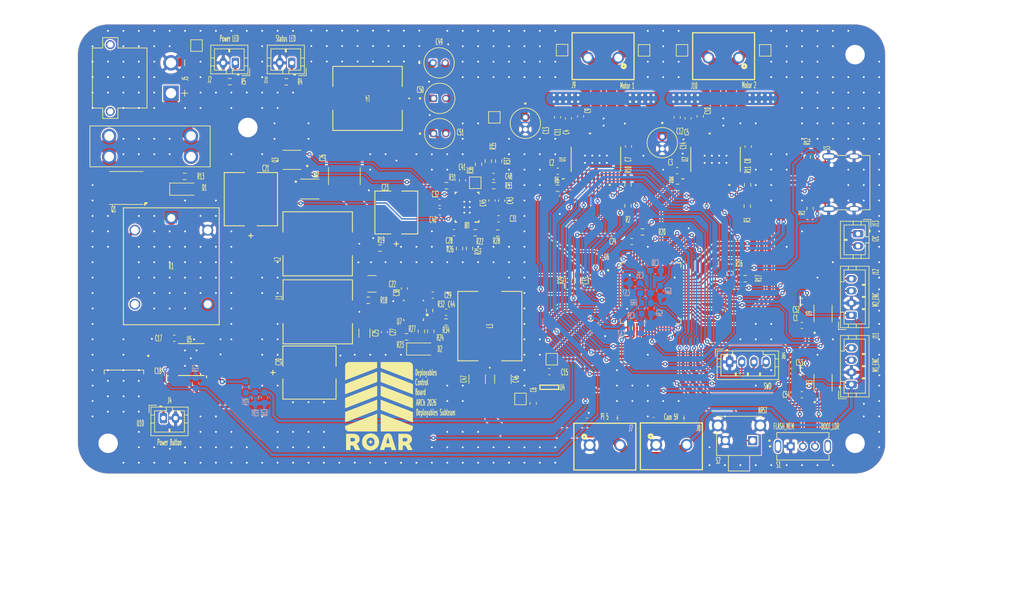
<source format=kicad_pcb>
(kicad_pcb (version 20241229) (generator "pcbnew") (generator_version "9.0")
  (title_block (date "15 nov 2012"))
  (layers (0 "F.Cu" signal) (2 "B.Cu" signal) (13 "F.Paste" user) (15 "B.Paste" user) (5 "F.SilkS" user "F.Silkscreen") (7 "B.SilkS" user "B.Silkscreen") (1 "F.Mask" user) (3 "B.Mask" user) (25 "Edge.Cuts" user))
  (net 0 "")
  (net 1 "GND")
  (net 2 "+5V")
  (net 3 "+3.3V")
  (net 4 "+12V")
  (net 5 "+BATT")
  (net 6 "/ADC_BATT_VOLT")
  (net 7 "Net-(U2-CPH)")
  (net 8 "Net-(J2-Pin_1)")
  (net 9 "Net-(U2-CPL)")
  (net 10 "Net-(U1-CPH)")
  (net 11 "VBAT_5V")
  (net 12 "VBAT_12V")
  (net 13 "/M1_NSLEEP")
  (net 14 "/M2_NSLEEP")
  (net 15 "/M1_NFAULT")
  (net 16 "/M1_DSBL")
  (net 17 "/M2_NFAULT")
  (net 18 "/M2_DSBL")
  (net 19 "/M1_IPROPI")
  (net 20 "/M2_IPROPI")
  (net 21 "Net-(U5-FILTER)")
  (net 22 "/M1_OUT1")
  (net 23 "/M2_OUT1")
  (net 24 "/M1_OUT2")
  (net 25 "/M1_IN2")
  (net 26 "/M1_NSCS")
  (net 27 "/M1_IN1")
  (net 28 "/M2_NSCS")
  (net 29 "/M2_OUT2")
  (net 30 "/M2_IN1")
  (net 31 "/M2_IN2")
  (net 32 "/ADC_BATT_CURR")
  (net 33 "Net-(C22-Pad1)")
  (net 34 "Net-(C23-Pad1)")
  (net 35 "Net-(U6-PB8-BOOT0)")
  (net 37 "Net-(U1-CPL)")
  (net 38 "Net-(U1-DVDD)")
  (net 39 "Net-(U2-DVDD)")
  (net 40 "Net-(U2-VCP)")
  (net 41 "Net-(U1-VCP)")
  (net 43 "Net-(U8-VIN)")
  (net 44 "Net-(U7-SS)")
  (net 45 "Net-(U8-SS_TRK)")
  (net 46 "Net-(D1-A)")
  (net 47 "Net-(D2-K)")
  (net 48 "Net-(J1-Pin_1)")
  (net 49 "Net-(Q1-G)")
  (net 50 "Net-(Q1-D)")
  (net 51 "Net-(U8-VCC)")
  (net 52 "Net-(U6-PG10-~{RST})")
  (net 53 "Net-(U7-BOOT)")
  (net 54 "Net-(U7-SW)")
  (net 55 "Net-(U8-BST)")
  (net 56 "Net-(U8-ILIM)")
  (net 57 "Net-(U8-COMP)")
  (net 58 "Net-(U7-FB)")
  (net 59 "Net-(C44-Pad1)")
  (net 60 "Net-(U8-FB)")
  (net 61 "Net-(C48-Pad1)")
  (net 62 "Net-(C49-PadP)")
  (net 63 "/VBUS")
  (net 65 "/USB_D+")
  (net 66 "Net-(J3-CC1_B)")
  (net 67 "/USB_D-")
  (net 69 "Net-(J3-CC1_A)")
  (net 70 "/SWDIO")
  (net 71 "/SWCLK")
  (net 72 "/M1_ENC_B")
  (net 73 "/M1_ENC_A")
  (net 74 "/M2_ENC_A")
  (net 75 "/M2_ENC_B")
  (net 76 "/I2C3_SDA")
  (net 77 "/I2C3_SCL")
  (net 78 "/USB_VBUS")
  (net 79 "Net-(R20-Pad1)")
  (net 80 "/12V_PGOOD")
  (net 81 "Net-(U7-MODE)")
  (net 82 "Net-(U8-RT)")
  (net 83 "Net-(U8-EN_UVLO)")
  (net 84 "/SPI1_MOSI")
  (net 85 "/SPI1_MISO")
  (net 86 "/SPI1_CLK")
  (net 87 "Net-(U6-VDDA)")
  (net 88 "Net-(U6-VBAT)")
  (net 89 "Net-(U8-HO)")
  (net 91 "Net-(Q3-D5)")
  (net 92 "Net-(Q3-G)")
  (net 94 "/M1_MOT_A")
  (net 95 "/M1_MOT_B")
  (net 96 "/M2_MOT_A")
  (net 97 "/NRST")
  (net 98 "/M2_MOT_B")
  (net 99 "Net-(U10-OUT)")
  (net 100 "Net-(C43-Pad2)")
  (net 101 "/LED_PWR")
  (net 102 "Net-(F1-Pad1_1)")
  (net 103 "Net-(J4-Pin_1)")
  (footprint "TestPoint:TestPoint_Pad_1.5x1.5mm" (layer "F.Cu") (at 123.05 52.5)
    (property "Reference" "TP1" (hide yes))
    (property "Value" "TestPoint" (hide yes))
  )
  (footprint "Capacitor_SMD:C_0603_1608Metric_Pad1.08x0.95mm_HandSolder" (layer "F.Cu") (at 165.4625 83.324 180)
    (property "Reference" "C28")
    (property "Value" "100n")
  )
  (footprint "TestPoint:TestPoint_Pad_1.5x1.5mm" (layer "F.Cu") (at 181.55 104.15 90)
    (property "Reference" "TP6" (hide yes))
    (property "Value" "TestPoint")
  )
  (footprint "footprints:691137710002" (layer "F.Cu") (at 190 54.5 180)
    (property "Reference" "J9")
    (property "Value" "M1_PWR")
  )
  (footprint "Capacitor_SMD:C_0603_1608Metric_Pad1.08x0.95mm_HandSolder" (layer "F.Cu") (at 182.5375 73.2 180)
    (property "Reference" "C2")
    (property "Value" "1u")
  )
  (footprint "footprints:IC_LM25145RGYR" (layer "F.Cu") (at 167.599999 79.124 180)
    (property "Reference" "U8")
    (property "Value" "LM25145RGYR" (hide yes))
  )
  (footprint "footprints:PCAP_SVP_E12_PAN-L" (layer "F.Cu") (at 141.65 106.35)
    (property "Reference" "C20")
    (property "Value" "180u")
  )
  (footprint "footprints:VREG_L78M12CDT-TR" (layer "F.Cu") (at 111.1 107.85 -90)
    (property "Reference" "U10")
    (property "Value" "L78M12CDT-TR" (hide yes))
  )
  (footprint "Capacitor_SMD:C_0603_1608Metric_Pad1.08x0.95mm_HandSolder" (layer "F.Cu") (at 222.7375 94.63 180)
    (property "Reference" "C52")
    (property "Value" "100n" (hide yes))
  )
  (footprint "footprints:QFP50P1200X1200X160-64N" (layer "F.Cu") (at 197.8375 93.27)
    (property "Reference" "U6")
    (property "Value" "STM32G474RET6")
  )
  (footprint "Resistor_SMD:R_0603_1608Metric_Pad0.98x0.95mm_HandSolder" (layer "F.Cu") (at 128.5375 58.45 180)
    (property "Reference" "R5")
    (property "Value" "470" (hide yes))
  )
  (footprint "Capacitor_SMD:C_0603_1608Metric_Pad1.08x0.95mm_HandSolder" (layer "F.Cu") (at 194.7375 84.77 180)
    (property "Reference" "C24")
    (property "Value" "100n" (hide yes))
  )
  (footprint "Capacitor_SMD:C_1210_3225Metric_Pad1.33x2.70mm_HandSolder" (layer "F.Cu") (at 173.5125 107.433 -90)
    (property "Reference" "C46")
    (property "Value" "22u")
  )
  (footprint "Capacitor_SMD:C_0603_1608Metric_Pad1.08x0.95mm_HandSolder" (layer "F.Cu") (at 163.0875 78.324)
    (property "Reference" "C32")
    (property "Value" "2u2")
  )
  (footprint "Capacitor_SMD:C_0603_1608Metric_Pad1.08x0.95mm_HandSolder" (layer "F.Cu") (at 166.85 74.7115 -90)
    (property "Reference" "C41")
    (property "Value" "10p" (hide yes))
  )
  (footprint "TestPoint:TestPoint_Pad_1.5x1.5mm" (layer "F.Cu") (at 183.25 53.25 90)
    (property "Reference" "TP4" (hide yes))
    (property "Value" "TestPoint" (hide yes))
  )
  (footprint "Capacitor_SMD:C_1210_3225Metric_Pad1.33x2.70mm_HandSolder" (layer "F.Cu") (at 151.95 91.75)
    (property "Reference" "C22")
    (property "Value" "10u")
  )
  (footprint "Capacitor_SMD:C_0603_1608Metric_Pad1.08x0.95mm_HandSolder" (layer "F.Cu") (at 206 64.15 90)
    (property "Reference" "C10")
    (property "Value" "1u" (hide yes))
  )
  (footprint "Capacitor_SMD:C_0603_1608Metric_Pad1.08x0.95mm_HandSolder" (layer "F.Cu") (at 184.3 64.5 90)
    (property "Reference" "C4")
    (property "Value" "47n" (hide yes))
  )
  (footprint "footprints:PWP24_TEX-M" (layer "F.Cu") (at 188.824999 71.2218 90)
    (property "Reference" "U1")
    (property "Value" "DRV8873SPWPR")
  )
  (footprint "Resistor_SMD:R_0603_1608Metric_Pad0.98x0.95mm_HandSolder" (layer "F.Cu") (at 137.8375 58.475 180)
    (property "Reference" "R4")
    (property "Value" "R" (hide yes))
  )
  (footprint "Resistor_SMD:R_0603_1608Metric_Pad0.98x0.95mm_HandSolder" (layer "F.Cu") (at 202.2875 75.85 180)
    (property "Reference" "R8")
    (property "Value" "10k")
  )
  (footprint "footprints:SOP65P400X130-8N" (layer "F.Cu") (at 226.225 108.03 90)
    (property "Reference" "U3")
    (property "Value" "SN74LVC2T45DCTR" (hide yes))
  )
  (footprint "footprints:PWP24_TEX-M" (layer "F.Cu") (at 208.524999 71.2283 90)
    (property "Reference" "U2")
    (property "Value" "DRV8873SPWPR")
  )
  (footprint "footprints:691137710002" (layer "F.Cu") (at 201.25 118.25)
    (property "Reference" "J8")
    (property "Value" "CAMERA")
  )
  (footprint "Capacitor_SMD:C_0603_1608Metric_Pad1.08x0.95mm_HandSolder" (layer "F.Cu") (at 171.9625 74.05 180)
    (property "Reference" "C48")
    (property "Value" "560p" (hide yes))
  )
  (footprint "Resistor_SMD:R_0603_1608Metric_Pad0.98x0.95mm_HandSolder" (layer "F.Cu") (at 210.9125 89.98 -90)
    (property "Reference" "R16")
    (property "Value" "4k7" (hide yes))
  )
  (footprint "footprints:MOSFET_CSD17577Q3A" (layer "F.Cu") (at 141.7 76.125)
    (property "Reference" "Q2")
    (property "Value" "CSD17577Q3A" (hide yes))
  )
  (footprint "footprints:CAPPRD200W50D500H1100" (layer "F.Cu") (at 163.1 61.2)
    (property "Reference" "C50")
    (property "Value" "22u" (hide yes))
  )
  (footprint "Resistor_SMD:R_0603_1608Metric_Pad0.98x0.95mm_HandSolder" (layer "F.Cu") (at 184.3 91.175 90)
    (property "Reference" "R29")
    (property "Value" "100" (hide yes))
  )
  (footprint "Capacitor_SMD:C_0603_1608Metric_Pad1.08x0.95mm_HandSolder" (layer "F.Cu") (at 118.3 107.4)
    (property "Reference" "C18")
    (property "Value" "100n" (hide yes))
  )
  (footprint "TestPoint:TestPoint_Pad_1.5x1.5mm" (layer "F.Cu") (at 172.1 64.325 90)
    (property "Reference" "TP10" (hide yes))
    (property "Value" "TestPoint" (hide yes))
  )
  (footprint "Capacitor_SMD:C_0603_1608Metric_Pad1.08x0.95mm_HandSolder" (layer "F.Cu") (at 164.1475 96.425 180)
    (property "Reference" "C44")
    (property "Value" "150p")
  )
  (footprint "MountingHole:MountingHole_3.2mm_M3_Pad" (layer "F.Cu") (at 231.5 54)
    (property "Reference" "3.2mm" (hide yes))
    (property "Value" "MountingHole_3.2mm_M3_Pad" (hide yes))
  )
  (footprint "Resistor_SMD:R_0603_1608Metric_Pad0.98x0.95mm_HandSolder" (layer "F.Cu") (at 213.75 78.9625 90)
    (property "Reference" "R3")
    (property "Value" "DNP")
  )
  (footprint "Resistor_SMD:R_0603_1608Metric_Pad0.98x0.95mm_HandSolder" (layer "F.Cu") (at 213.8 75.4375 -90)
    (property "Reference" "R11")
    (property "Value" "360")
  )
  (footprint "footprints:CAPPRD200W50D500H1100" (layer "F.Cu") (at 163.1 67)
    (property "Reference" "C51")
    (property "Value" "22u" (hide yes))
  )
  (footprint "Capacitor_SMD:C_0603_1608Metric_Pad1.08x0.95mm_HandSolder" (layer "F.Cu") (at 186.3 64.15 90)
    (property "Reference" "C9")
    (property "Value" "1u" (hide yes))
  )
  (footprint "Resistor_SMD:R_0603_1608Metric_Pad0.98x0.95mm_HandSolder" (layer "F.Cu") (at 171.1125 71.5375 -90)
    (property "Reference" "R35")
    (property "Value" "18k" (hide yes))
  )
  (footprint "Capacitor_SMD:C_0603_1608Metric_Pad1.08x0.95mm_HandSolder" (layer "F.Cu") (at 181.15 106.2 180)
    (property "Reference" "C15")
    (property "Value" "1u" (hide yes))
  )
  (footprint "footprints:691137710002" (layer "F.Cu") (at 209.85 54.5 180)
    (property "Reference" "J10")
    (property "Value" "M2_PWR")
  )
  (footprint "Capacitor_SMD:C_0603_1608Metric_Pad1.08x0.95mm_HandSolder" (layer "F.Cu") (at 185.85 91.1875 90)
    (property "Reference" "C33")
    (property "Value" "100n" (hide yes))
  )
  (footprint "footprints:IND_IHLP-4040DZ_VIS-L" (layer "F.Cu") (at 143.0158 96.35 180)
    (property "Reference" "L1")
    (property "Value" "4u7")
  )
  (footprint "Resistor_SMD:R_0603_1608Metric_Pad0.98x0.95mm_HandSolder" (layer "F.Cu") (at 182.5 76 180)
    (property "Reference" "R6")
    (property "Value" "10k")
  )
  (footprint "Resistor_SMD:R_0603_1608Metric_Pad0.98x0.95mm_HandSolder" (layer "F.Cu") (at 164.2125 75.574 180)
    (property "Reference" "R31")
    (property "Value" "787" (hide yes))
  )
  (footprint "Resistor_SMD:R_0603_1608Metric_Pad0.98x0.95mm_HandSolder" (layer "F.Cu") (at 168.9625 83.324)
    (property "Reference" "R22")
    (property "Value" "9k1")
  )
  (footprint "footprints:TPS56A37RPAR" (layer "F.Cu") (at 158.8 96.099999 180)
    (property "Reference" "U7")
    (property "Value" "TPS56A37RPAR" (hide yes))
  )
  (footprint "footprints:PCAP_SVP_C6_PAN-L" (layer "F.Cu") (at 155.95 79.9949 90)
    (property "Reference" "C23")
    (property "Value" "47u")
  )
  (footprint "Resistor_SMD:R_0603_1608Metric_Pad0.98x0.95mm_HandSolder" (layer "F.Cu") (at 166.3625 85.924 90)
    (property "Reference" "R26")
    (property "Value" "2R1")
  )
  (footprint "Resistor_SMD:R_0603_1608Metric_Pad0.98x0.95mm_HandSolder" (layer "F.Cu") (at 172.65 83.374)
    (property "Reference" "R28")
    (property "Value" "59k")
  )
  (footprint "Resistor_SMD:R_0603_1608Metric_Pad0.98x0.95mm_HandSolder" (layer "F.Cu") (at 172 75.574 180)
    (property "Reference" "R33")
    (property "Value" "1k37" (hide yes))
  )
  (footprint "Resistor_SMD:R_0603_1608Metric_Pad0.98x0.95mm_HandSolder" (layer "F.Cu") (at 168.0125 85.924 90)
    (property "Reference" "R21")
    (property "Value" "68k1")
  )
  (footprint "Resistor_SMD:R_0603_1608Metric_Pad0.98x0.95mm_HandSolder" (layer "F.Cu") (at 161.635 99.5625 -90)
    (property "Reference" "R24")
    (property "Value" "294")
  )
  (footprint "TestPoint:TestPoint_Pad_1.5x1.5mm" (layer "F.Cu") (at 196.75 53.3 90)
    (property "Reference" "TP2" (hide yes))
    (property "Value" "TestPoint" (hide yes))
  )
  (footprint "Capacitor_SMD:C_0603_1608Metric_Pad1.08x0.95mm_HandSolder" (layer "F.Cu") (at 154 99.7 -90)
    (property "Reference" "C27")
    (property "Value" "1u")
  )
  (footprint "MountingHole:MountingHole_3.2mm_M3_Pad" (layer "F.Cu") (at 231.5 118)
    (property "Reference" "3.2mm" (hide yes))
    (property "Value" "MountingHole_3.2mm_M3_Pad" (hide yes))
  )
  (footprint "footprints:AMPHENOL_12402012E212A" (layer "F.Cu") (at 231.34 75.07 90)
    (property "Reference" "J3")
    (property "Value" "12402012E212A")
  )
  (footprint "Connector_JST:JST_PH_B2B-PH-K_1x02_P2.00mm_Vertical" (layer "F.Cu") (at 138.75 55.35 180)
    (property "Reference" "J1")
    (property "Value" "Status LED")
  )
  (footprint "TestPoint:TestPoint_Pad_1.5x1.5mm" (layer "F.Cu") (at 216.7 53.3 90)
    (property "Reference" "TP3" (hide yes))
    (property "Value" "TestPoint" (hide yes))
  )
  (footprint "footprints:TRANS_CSD18543Q3A" (layer "F.Cu") (at 138.77 71.325 180)
    (property "Reference" "Q3")
    (property "Value" "CSD17578Q3A" (hide yes))
  )
  (footprint "footprints:FUSE_3557-10" (layer "F.Cu") (at 115.4 69.1 180)
    (property "Reference" "F1" (hide yes))
    (property "Value" "20A")
  )
  (footprint "footprints:IND_IHLP-4040DZ_VIS-L" (layer "F.Cu") (at 151.2158 61.2 180)
    (property "Reference" "L4")
    (property "Value" "5u6")
  )
  (footprint "TestPoint:TestPoint_Pad_1.5x1.5mm" (layer "F.Cu") (at 176.4 110.7 -90)
    (property "Reference" "TP9" (hide yes))
    (property "Value" "TestPoint")
  )
  (footprint "Capacitor_SMD:C_0603_1608Metric_Pad1.08x0.95mm_HandSolder" (layer "F.Cu") (at 178.5 111.4375 90)
    (property "Reference" "C6")
    (property "Value" "1u")
  )
  (footprint "Resistor_SMD:R_0603_1608Metric_Pad0.98x0.95mm_HandSolder" (layer "F.Cu") (at 169.5 72.05 90)
    (property "Reference" "R36")
    (property "Value" "1k27" (hide yes))
  )
  (footprint "Connector_JST:JST_PH_B2B-PH-K_1x02_P2.00mm_Vertical" (layer "F.Cu") (at 117.6 113.85)
    (property "Reference" "J4")
    (property "Value" "Power Button")
  )
  (footprint "Capacitor_SMD:C_0603_1608Metric_Pad1.08x0.95mm_HandSolder" (layer "F.Cu") (at 222.7375 110 180)
    (property "Reference" "C54")
    (property "Value" "100n" (hide yes))
  )
  (footprint "Capacitor_SMD:C_0603_1608Metric_Pad1.08x0.95mm_HandSolder" (layer "F.Cu") (at 222.7375 106.1 180)
    (property "Reference" "C53")
    (property "Value" "100n" (hide yes))
  )
  (footprint "Capacitor_SMD:C_0603_1608Metric_Pad1.08x0.95mm_HandSolder" (layer "F.Cu") (at 173.3125 78.0365 90)
    (property "Reference" "C43")
    (property "Value" "12n")
  )
  (footprint "Resistor_SMD:R_0603_1608Metric_Pad0.98x0.95mm_HandSolder" (layer "F.Cu") (at 157.635 100.475)
    (property "Reference" "R23")
    (property "Value" "3k09")
  )
  (footprint "Capacitor_SMD:C_0603_1608Metric_Pad1.08x0.95mm_HandSolder" (layer "F.Cu") (at 182.5 64.3125 90)
    (property "Reference" "C11")
    (property "Value" "100n" (hide yes))
  )
  (footprint "footprints:691137710002" (layer "F.Cu") (at 190.3 118.3)
    (property "Reference" "J7")
    (property "Value" "RPi_PWR")
  )
  (footprint "Resistor_SMD:R_0603_1608Metric_Pad0.98x0.95mm_HandSolder" (layer "F.Cu") (at 213.4125 90.9)
    (property "Reference" "R17")
    (property "Value" "10k" (hide yes))
  )
  (footprint "Capacitor_SMD:C_1210_3225Metric_Pad1.33x2.70mm_HandSolder" (layer "F.Cu") (at 169.2625 107.433 -90)
    (property "Reference" "C47")
    (property "Value" "22u")
  )
  (footprint "Package_DFN_QFN:AO_DFN-8-1EP_5.55x5.2mm_P1.27mm_EP4.12x4.6mm" (layer "F.Cu") (at 111.48 75.95 180)
    (property "Reference" "Q1")
    (property "Value" "AON6411" (hide yes))
  )
  (footprint "Resistor_SMD:R_0603_1608Metric_Pad0.98x0.95mm_HandSolder" (layer "F.Cu") (at 196.5 83.2 180)
    (property "Reference" "R20")
    (property "Value" "10k" (hide yes))
  )
  (footprint "footprints:CAPPRD200W50D500H1100" (layer "F.Cu") (at 199.75 68.5 -90)
    (property "Reference" "C14")
    (property "Value" "22u")
  )
  (footprint "Connector_JST:JST_PH_B2B-PH-K_1x02_P2.00mm_Vertical" (layer "F.Cu") (at 129.45 55.35 180)
    (property "Reference" "J2")
    (property "Value" "Power LED")
  )
  (footprint "Resistor_SMD:R_0603_1608Metric_Pad0.98x0.95mm_HandSolder" (layer "F.Cu") (at 153.25 85.85)
    (property "Reference" "R19")
    (property "Value" "360m")
  )
  (footprint "footprints:IND_IHLP-4040DZ_VIS-L" (layer "F.Cu") (at 171.35 98.7 90)
    (property "Reference" "L3")
    (property "Value" "3u3")
  )
  (footprint "Capacitor_SMD:C_0603_1608Metric_Pad1.08x0.95mm_HandSolder" (layer "F.Cu") (at 194.2 69.1125 90)
    (property "Reference" "C7")
    (property "Value" "100n")
  )
  (footprint "Capacitor_SMD:C_1206_3216Metric_Pad1.33x1.80mm_HandSolder" (layer "F.Cu") (at 150.7 99.8625 -90)
    (property "Reference" "C25")
    (property "Value" "15u" (hide yes))
  )
  (footprint "Capacitor_SMD:C_0603_1608Metric_Pad1.08x0.95mm_HandSolder" (layer "F.Cu") (at 202.2 64.3125 90)
    (property "Reference" "C12")
    (property "Value" "1u" (hide yes))
  )
  (footprint "Resistor_SMD:R_0603_1608Metric_Pad0.98x0.95mm_HandSolder" (layer "F.Cu") (at 164.1475 98.025 180)
    (property "Reference" "R34")
    (property "Value" "73k2")
  )
  (footprint "Resistor_SMD:R_0603_1608Metric_Pad0.98x0.95mm_HandSolder" (layer "F.Cu") (at 161.435 96.1375 90)
    (property "Reference" "R32")
    (property "Value" "10k")
  )
  (footprint "footprints:PCAP_SVP_E12_PAN-L" (layer "F.Cu") (at 132 77.8015 90)
    (property "Reference" "C21")
    (property "Value" "180u")
  )
  (footprint "Capacitor_SMD:C_2220_5750Metric_Pad1.97x5.40mm_HandSolder" (layer "F.Cu") (at 147.4 74 90)
    (property "Reference" "C26")
    (property "Value" "15u")
  )
  (footprint "MountingHole:MountingHole_3.2mm_M3_Pad" (layer "F.Cu") (at 131.5 66)
    (property "Reference" "REF**" (hide yes))
    (property "Value" "MountingHole_3.2mm_M3_Pad" (hide yes))
  )
  (footprint "Diode_SMD:D_SOD-123" (layer "F.Cu") (at 121 76.15)
    (property "Reference" "D1")
    (property "Value" "12V")
  )
  (footprint "Connector_JST:JST_PH_B4B-PH-K_1x04_P2.00mm_Vertical" (layer "F.Cu") (at 210.85 104.6)
    (property "Reference" "J6")
    (property "Value" "SWD" (hide yes))
  )
  (footprint "Resistor_SMD:R_0603_1608Metric_Pad0.98x0.95mm_HandSolder" (layer "F.Cu") (at 121.1 74.05)
    (property "Reference" "R13")
    (property "Value" "22k")
  )
  (footprint "Capacitor_SMD:C_0603_1608Metric_Pad1.08x0.95mm_HandSolder" (layer "F.Cu") (at 171.7125 78.0115 -90)
    (property "Reference" "C45")
    (property "Value" "1n5")
  )
  (footprint "Resistor_SMD:R_0603_1608Metric_Pad0.98x0.95mm_HandSolder" (layer "F.Cu") (at 160.085 99.5625 90)
    (property "Reference" "R27")
    (property "Value" "52k3")
  )
  (footprint "footprints:TLV75533PDBVR" (layer "F.Cu") (at 181.150002 108.774999 90)
    (property "Reference" "U4")
    (property "Value" "TLV75533PDBVR" (hide yes))
  )
  (footprint "footprints:IND_IHLP-4040DZ_VIS-L" (layer "F.Cu") (at 143.0058 85.15 180)
    (property "Reference" "L2")
    (property "Value" "1u8")
  )
  (footprint "Resistor_SMD:R_0603_1608Metric_Pad0.98x0.95mm_HandSolder" (layer "F.Cu") (at 223.64 70.8375 90)
    (property "Reference" "R12")
    (property "Value" "5k1")
  )
  (footprint "Capacitor_SMD:C_0603_1608Metric_Pad1.08x0.95mm_HandSolder" (layer "F.Cu") (at 202.2 73.1 180)
    (property "Reference" "C3")
    (property "Value" "1u")
  )
  (footprint "footprints:SOP65P400X130-8N" (layer "F.Cu") (at 226.225 96.63 90)
    (property "Reference" "U9")
    (property "Value" "SN74LVC2T45DCTR" (hide yes))
  )
  (footprint "TestPoint:TestPoint_Pad_1.5x1.5mm" (layer "F.Cu") (at 168.95 75.1 180)
    (property "Reference" "TP7" (hide yes))
    (property "Value" "TestPoint" (hide yes))
  )
  (footprint "Capacitor_SMD:C_0603_1608Metric_Pad1.08x0.95mm_HandSolder" (layer "F.Cu") (at 119.4 100.7)
    (property "Reference" "C17")
    (property "Value" "1n" (hide yes))
  )
  (footprint "footprints:CAPPRD200W50D500H1100" (layer "F.Cu") (at 177.2 65.3 -90)
    (property "Reference" "C13")
    (property "Value" "22u" (hide yes))
  )
  (footprint "Resistor_SMD:R_0603_1608Metric_Pad0.98x0.95mm_HandSolder" (layer "F.Cu") (at 224.09 79.35 90)
    (property "Reference" "R1")
    (property "Value" "5k1")
  )
  (footprint "Connector_JST:JST_PH_B2B-PH-K_1x02_P2.00mm_Vertical" (layer "F.Cu") (at 231.99 83.5 -90)
    (property "Reference" "J13")
    (property "Value" "I2C")
  )
  (footprint "TestPoint:TestPoint_Pad_1.5x1.5mm" (layer "F.Cu") (at 203 53.3 90)
    (property "Reference" "TP5" (hide yes))
    (property "Value" "TestPoint" (hide yes))
  )
  (footprint "footprints:SW_TS11-674-50-BK-260-RA-D" (layer "F.Cu") (at 212.39 117.56)
    (property "Reference" "S2")
    (property "Value" "NRST")
  )
  (footprint "Capacitor_SMD:C_0603_1608Metric_Pad1.08x0.95mm_HandSolder" (layer "F.Cu") (at 213.9 69.14 90)
    (property "Reference" "C8")
    (property "Value" "100n")
  )
  (footprint "Resistor_SMD:R_0603_1608Metric_Pad0.98x0.95mm_HandSolder" (layer "F.Cu") (at 151.3375 94.45 180)
    (property "Reference" "R18")
    (property "Value" "1")
  )
  (footprint "Capacitor_SMD:C_0603_1608Metric_Pad1.08x0.95mm_HandSolder" (layer "F.Cu") (at 161.96 93.6 180)
    (property "Reference" "C29")
    (property "Value" "22n")
  )
  (footprint "Capacitor_SMD:C_0603_1608Metric_Pad1.08x0.95mm_HandSolder" (layer "F.Cu") (at 157.285 92.5125 90)
    (property "Reference" "C38")
    (property "Value" "100n")
  )
  (footprint "Connector_JST:JST_PH_B4B-PH-K_1x04_P2.00mm_Vertical" (layer "F.Cu") (at 230.89 96.9 90)
    (property "Reference" "J12")
    (property "Value" "M2_ENC")
  )
  (footprint "Resistor_SMD:R_0603_1608Metric_Pad0.98x0.95mm_HandSolder" (layer "F.Cu") (at 194.1 75.4375 -90)
    (property "Reference" "R10")
    (property "Value" "360")
  )
  (footprint "MountingHole:MountingHole_3.2mm_M3_Pad" (layer "F.Cu") (at 108.5 118)
    (property "Reference" "REF**" (hide yes))
    (property "Value" "MountingHole_3.2mm_M3_Pad" (hide yes))
  )
  (footprint "Capacitor_SMD:C_0603_1608Metric_Pad1.08x0.95mm_HandSolder" (layer "F.Cu") (at 222.7375 98.6 180)
    (property "Reference" "C1")
    (property "Value" "100n" (hide yes))
  )
  (footprint "Resistor_SMD:R_0603_1608Metric_Pad0.98x0.95mm_HandSolder" (layer "F.Cu") (at 172.8125 71.5375 -90)
    (property "Reference" "R37")
    (property "Value" "41R2" (hide yes))
  )
  (footprint "Capacitor_SMD:C_0603_1608Metric_Pad1.08x0.95mm_HandSolder" (layer "F.Cu") (at 204 64.5 90)
    (property "Reference" "C5")
    (property "Value" "47n")
  )
  (footprint "Diode_SMD:D_SOD-123" (layer "F.Cu") (at 160.01 102.475)
    (property "Reference" "D2")
    (property "Value" "D_Zener")
  )
  (footprint "footprints:AMASS_XT30PW-M" (layer "F.Cu") (at 108.85 57.85 90)
    (property "Reference" "J5")
    (property "Value" "XT30PW-M" (hide yes))
  )
  (footprint "Capacitor_SMD:C_0603_1608Metric_Pad1.08x0.95mm_HandSolder" (layer "F.Cu") (at 163.1125 79.874 180)
    (property "Reference" "C40")
    (property "Value" "100n")
  )
  (footprint "footprints:SOICN8_LC_ALM-L" (layer "F.Cu") (at 122.2 104.215 180)
    (property "Reference" "U5")
    (property "Value" "ACS725LLCTR-20AB-T" (hide yes))
  )
  (footprint "Capacitor_SMD:C_0603_1608Metric_Pad1.08x0.95mm_HandSolder" (layer "F.Cu") (at 172.8 81.024 180)
    (property "Reference" "C31")
    (property "Value" "56n")
  )
  (footprint "footprints:RELAY5_J107F-1C_CRS" (layer "F.Cu") (at 118.9 80.9)
    (property "Reference" "K1")
    (property "Value" "J107F1CS125VDC.36")
  )
  (footprint "footprints:SW_SLW-864587-2A-RA-N-D" (layer "F.Cu") (at 222.9 118.5)
    (property "Reference" "S1")
    (property "Value" "BOOT_SEL")
  )
  (footprint "footprints:CAPPRD200W50D500H1100" (layer "F.Cu") (at 163 55.35)
    (property "Reference" "C49")
    (property "Value" "22u" (hide yes))
  )
  (footprint "Connector_JST:JST_PH_B4B-PH-K_1x04_P2.00mm_Vertical" (layer "F.Cu") (at 230.9 108.3 90)
    (property "Reference" "J11")
    (property "Value" "M1_ENC")
  )
  (footprint "Resistor_SMD:R_0603_1608Metric_Pad0.98x0.95mm_HandSolder" (layer "F.Cu") (at 194.1 78.9 90)
    (property "Reference" "R2")
    (property "Value" "DNP")
  )
  (footprint "Capacitor_SMD:C_0603_1608Metric_Pad1.08x0.95mm_HandSolder" (layer "B.Cu") (at 122.9 108.0875 -90)
    (property "Reference" "C19")
    (property "Value" "10n" (hide yes))
  )
  (footprint "Capacitor_SMD:C_0603_1608Metric_Pad1.08x0.95mm_HandSolder" (layer "B.Cu") (at 197.895 95.79 90)
    (property "Reference" "C34")
    (property "Value" "100n")
  )
  (footprint "Capacitor_SMD:C_0603_1608Metric_Pad1.08x0.95mm_HandSolder" (layer "B.Cu") (at 199.4 92.9 90)
    (property "Reference" "C36")
    (property "Value" "100n")
  )
  (footprint "Resistor_SMD:R_0603_1608Metric_Pad0.98x0.95mm_HandSolder" (layer "B.Cu") (at 132.7 110.55 -90)
    (property "Reference" "R15")
    (property "Value" "3k9")
  )
  (footprint "Capacitor_SMD:C_0603_1608Metric_Pad1.08x0.95mm_HandSolder" (layer "B.Cu") (at 195.4175 98.27)
    (property "Reference" "C39")
    (property "Value" "100n")
  )
  (footprint "Capacitor_SMD:C_0603_1608Metric_Pad1.08x0.95mm_HandSolder" (layer "B.Cu") (at 195.4175 99.87)
    (property "Reference" "C42")
    (property "Value" "1u")
  )
  (footprint "Inductor_SMD:L_0603_1608Metric_Pad1.05x0.95mm_HandSolder" (layer "B.Cu") (at 196.3375 95.79 -90)
    (property "Reference" "FB1")
    (property "Value" "FerriteBead")
  )
  (footprint "Capacitor_SMD:C_0603_1608Metric_Pad1.08x0.95mm_HandSolder" (layer "B.Cu") (at 134.25 110.5 -90)
    (property "Reference" "C16")
    (property "Value" "100n" (hide yes))
  )
  (footprint "Resistor_SMD:R_0603_1608Metric_Pad0.98x0.95mm_HandSolder" (layer "B.Cu") (at 131.15 108.75 -90)
    (property "Reference" "R14")
    (property "Value" "10k")
  )
  (footprint "Capacitor_SMD:C_0603_1608Metric_Pad1.08x0.95mm_HandSolder" (layer "B.Cu") (at 195.2375 91.67)
    (property "Reference" "C35")
    (property "Value" "100n")
  )
  (footprint "Capacitor_SMD:C_0603_1608Metric_Pad1.08x0.95mm_HandSolder" (layer "B.Cu") (at 196.975 93.27 180)
    (property "Reference" "C37")
    (property "Value" "4u7")
  )
  (footprint "Capacitor_SMD:C_0603_1608Metric_Pad1.08x0.95mm_HandSolder" (layer "B.Cu") (at 198.6375 89.57 180)
    (property "Reference" "C30")
    (property "Value" "100n")
  )
  (gr_poly (pts (xy 137 71.15) (xy 137 75.49425) (xy 137.975 76.550693) (xy 140.416952 76.550693) (xy 140.416952 75.050693) (xy 139.641952 75.050693) (xy 139.14 74.49425) (xy 139.14 71.15)) (stroke (width 0.2)) (fill yes) (layer "F.Cu") (net 91))
  (gr_rect (start 188.347201 57.489) (end 189.302001 69.114) (stroke (width 0.05)) (fill yes) (layer "F.Cu") (net 22))
  (gr_rect (start 210.6452 57.4705) (end 211.6 69.1205) (stroke (width 0.05)) (fill yes) (layer "F.Cu") (net 29))
  (gr_rect (start 158.305002 93.775) (end 159.305002 95.475) (fill yes) (layer "F.Cu") (net 54))
  (gr_rect (start 190.947198 57.464) (end 191.901998 69.114) (stroke (width 0.05)) (fill yes) (layer "F.Cu") (net 24))
  (gr_poly (pts (xy 158.035 95) (xy 158.035 94.4) (xy 157.65 94.4) (xy 157.3 94.4) (xy 156.91 94.4) (xy 156.91 94.75) (xy 157.15 95)) (fill yes) (layer "F.Cu") (net 53))
  (gr_rect (start 123.85 96.6978) (end 125.95 103.8522) (stroke (width 0.1)) (fill yes) (layer "F.Cu") (net 103))
  (gr_poly (pts (xy 158.049999 95.75) (xy 157.999999 95.7) (xy 157.65 95.7) (xy 157.65 95.724998) (xy 157.140001 95.724998) (xy 157.090001 95.774998) (xy 157.090001 95.924998) (xy 157.140001 95.974998) (xy 157.65 95.974998) (xy 157.65 96.225) (xy 157.140001 96.225) (xy 157.090001 96.275) (xy 157.090001 96.425) (xy 157.140001 96.475) (xy 157.65 96.475) (xy 157.65 96.724999) (xy 157.140001 96.724999) (xy 157.090001 96.774999) (xy 157.090001 96.924999) (xy 157.140001 96.974999) (xy 157.6 96.974999) (xy 157.65 97.024998) (xy 157.65 97.749998) (xy 157.7 97.799998) (xy 157.999999 97.799998) (xy 158.049999 97.749998)) (fill yes) (layer "F.Cu") (net 11))
  (gr_rect (start 208.0476 57.5) (end 209.0024 69.125) (stroke (width 0.05)) (fill yes) (layer "F.Cu") (net 23))
  (gr_rect (start 123.85 104.45) (end 125.95805 106.55) (stroke (width 0.1)) (fill yes) (layer "F.Cu") (net 5))
  (gr_poly (pts (xy 215.39 66.98) (xy 217.8 66.97) (xy 217.8 69.17) (xy 215.37 69.18) (xy 214.72 68.7925) (xy 211.93 68.7925) (xy 211.929043 68.79231) (xy 211.92769 68.790957) (xy 211.9275 68.79) (xy 211.9275 67.37) (xy 211.92769 67.369043) (xy 211.929043 67.36769) (xy 211.93 67.3675) (xy 214.63 67.3675)) (stroke (width 0.005)) (fill yes) (layer "F.Cu") (net 4))
  (gr_rect (start 113.87 75.075) (end 116.66 78.105) (stroke (width 0.2)) (fill yes) (layer "F.Cu") (net 101))
  (gr_poly (pts (xy 195.25 68.749) (xy 192.23 68.749) (xy 192.229043 68.74881) (xy 192.22769 68.747457) (xy 192.2275 68.7465) (xy 192.2275 67.3265) (xy 192.22769 67.325543) (xy 192.229043 67.32419) (xy 192.23 67.324) (xy 195.25 67.324)) (stroke (width 0.005)) (fill yes) (layer "F.Cu") (net 4))
  (gr_poly (pts (xy 153.38264 113.128065) (xy 153.388146 113.129636) (xy 153.411266 113.137604) (xy 153.452664 113.152817) (xy 153.514901 113.176245) (xy 153.71213 113.251624) (xy 154.023434 113.371505) (xy 154.171389 113.428322) (xy 154.277434 113.468614) (xy 154.38348 113.509073) (xy 154.531434 113.56629) (xy 154.669441 113.619697) (xy 154.751568 113.650999) (xy 154.833695 113.682229) (xy 154.971701 113.735464) (xy 155.119657 113.792529) (xy 155.225702 113.832965) (xy 155.305632 113.863383) (xy 155.390802 113.89636) (xy 155.475971 113.92933) (xy 155.555901 113.959732) (xy 155.678112 114.006299) (xy 155.864934 114.078133) (xy 156.504168 114.323829) (xy 156.902102 114.476419) (xy 157.795334 114.819621) (xy 158.036635 114.912191) (xy 158.290635 115.009784) (xy 158.527701 115.100627) (xy 158.688569 115.162441) (xy 158.688237 115.331618) (xy 158.687683 115.398122) (xy 158.685938 115.452642) (xy 158.684446 115.476309) (xy 158.682448 115.49806) (xy 158.679876 115.518256) (xy 158.676661 115.537258) (xy 158.672732 115.555425) (xy 158.66802 115.573118) (xy 158.662457 115.590697) (xy 158.655974 115.608522) (xy 158.6485 115.626954) (xy 158.639966 115.646353) (xy 158.619445 115.689491) (xy 158.603647 115.719467) (xy 158.586162 115.748555) (xy 158.567047 115.776706) (xy 158.546363 115.803873) (xy 158.524167 115.830006) (xy 158.500519 115.855057) (xy 158.475479 115.878978) (xy 158.449105 115.90172) (xy 158.421457 115.923235) (xy 158.392593 115.943475) (xy 158.362573 115.962391) (xy 158.331455 115.979935) (xy 158.2993 115.996057) (xy 158.266165 116.010711) (xy 158.232111 116.023847) (xy 158.197196 116.035417) (xy 158.186923 116.038014) (xy 158.172133 116.040309) (xy 158.149745 116.042322) (xy 158.116678 116.044077) (xy 158.069853 116.045597) (xy 158.00619 116.046903) (xy 157.922606 116.048018) (xy 157.816023 116.048965) (xy 157.521534 116.050445) (xy 157.098081 116.051522) (xy 155.765704 116.053189) (xy 153.384707 116.055566) (xy 153.382336 114.592847) (xy 153.380743 113.127941) (xy 153.38126 113.12783)) (fill yes) (layer "F.SilkS"))
  (gr_poly (pts (xy 152.797944 108.515691) (xy 152.798879 108.516083) (xy 152.800016 108.534216) (xy 152.801194 108.584107) (xy 152.803538 108.765363) (xy 152.805636 109.032252) (xy 152.807217 109.357177) (xy 152.808306 109.786053) (xy 152.807497 110.04166) (xy 152.804349 110.166405) (xy 152.80176 110.192956) (xy 152.79842 110.202693) (xy 152.796871 110.20382) (xy 152.794678 110.205172) (xy 152.791884 110.206732) (xy 152.788528 110.208481) (xy 152.780294 110.212476) (xy 152.770301 110.217014) (xy 152.758874 110.22195) (xy 152.746338 110.227141) (xy 152.733018 110.232444) (xy 152.719237 110.237714) (xy 152.467118 110.334172) (xy 152.175584 110.446729) (xy 152.032012 110.502477) (xy 151.826334 110.581661) (xy 151.613661 110.663528) (xy 151.479201 110.715747) (xy 151.212501 110.818552) (xy 150.124534 111.237957) (xy 149.663101 111.41575) (xy 149.366768 111.530174) (xy 149.242731 111.578117) (xy 149.146634 111.614737) (xy 149.066704 111.645169) (xy 148.981534 111.678231) (xy 148.906313 111.707525) (xy 148.850301 111.728895) (xy 148.826849 111.737766) (xy 148.794288 111.750296) (xy 148.719067 111.779665) (xy 148.633898 111.812814) (xy 148.553967 111.843302) (xy 148.474036 111.873759) (xy 148.388867 111.906832) (xy 148.313646 111.936126) (xy 148.257633 111.957495) (xy 148.234181 111.96637) (xy 148.201621 111.978905) (xy 148.1264 112.008296) (xy 148.051179 112.037556) (xy 148.018618 112.049952) (xy 147.995166 112.058655) (xy 147.97255 112.067011) (xy 147.942263 112.078463) (xy 147.908266 112.091501) (xy 147.874517 112.104618) (xy 147.717883 112.165512) (xy 147.587323 112.216313) (xy 147.576641 112.220448) (xy 147.566316 112.224305) (xy 147.556599 112.227801) (xy 147.547741 112.23085) (xy 147.539994 112.233368) (xy 147.53361 112.235272) (xy 147.528842 112.236476) (xy 147.527141 112.236789) (xy 147.525939 112.236896) (xy 147.525343 112.236168) (xy 147.524769 112.233972) (xy 147.523686 112.225095) (xy 147.521778 112.188848) (xy 147.5202 112.126887) (xy 147.51894 112.037945) (xy 147.517317 111.774045) (xy 147.5168 111.387009) (xy 147.516801 111.387008) (xy 147.516801 110.537122) (xy 147.607818 110.502642) (xy 147.931667 110.378451) (xy 148.570901 110.133026) (xy 148.968834 109.980421) (xy 149.086785 109.934977) (xy 149.299034 109.853781) (xy 149.505065 109.774838) (xy 149.608067 109.734809) (xy 149.631932 109.725309) (xy 149.675006 109.70855) (xy 149.794333 109.662717) (xy 150.1076 109.542857) (xy 150.357367 109.447226) (xy 150.507494 109.389684) (xy 150.797633 109.277945) (xy 151.305633 109.082973) (xy 151.889834 108.858382) (xy 152.02784 108.805104) (xy 152.109967 108.773856) (xy 152.192093 108.742647) (xy 152.3301 108.689461) (xy 152.475568 108.633396) (xy 152.575634 108.595262) (xy 152.645525 108.568658) (xy 152.718445 108.540314) (xy 152.733636 108.53448) (xy 152.748019 108.529249) (xy 152.761265 108.52472) (xy 152.773042 108.520993) (xy 152.783023 108.518166) (xy 152.790875 108.516339) (xy 152.793901 108.515832) (xy 152.796271 108.515612)) (fill yes) (layer "F.SilkS"))
  (gr_poly (pts (xy 154.592289 116.37746) (xy 154.614344 116.378204) (xy 154.635771 116.379464) (xy 154.65664 116.381256) (xy 154.677021 116.383595) (xy 154.696985 116.386499) (xy 154.716601 116.389982) (xy 154.735941 116.394062) (xy 154.755074 116.398754) (xy 154.774072 116.404073) (xy 154.793004 116.410037) (xy 154.811941 116.416661) (xy 154.830954 116.423962) (xy 154.850112 116.431954) (xy 154.869487 116.440656) (xy 154.889148 116.450081) (xy 154.914263 116.463342) (xy 154.939004 116.478099) (xy 154.963289 116.49426) (xy 154.987035 116.511737) (xy 155.010161 116.530439) (xy 155.032584 116.550276) (xy 155.054223 116.571158) (xy 155.074995 116.592996) (xy 155.094819 116.6157) (xy 155.113612 116.639179) (xy 155.131294 116.663343) (xy 155.14778 116.688103) (xy 155.162991 116.713369) (xy 155.176843 116.73905) (xy 155.189255 116.765058) (xy 155.200145 116.791301) (xy 155.235188 116.900444) (xy 155.314807 117.156444) (xy 155.56048 117.956131) (xy 155.907151 119.088546) (xy 155.914853 119.11183) (xy 155.540117 119.11183) (xy 155.16538 119.11183) (xy 155.12511 118.961546) (xy 155.090288 118.832383) (xy 155.063119 118.732875) (xy 155.041399 118.654489) (xy 154.570705 118.656677) (xy 154.100011 118.658865) (xy 154.03664 118.885348) (xy 153.973268 119.111831) (xy 153.598567 119.111831) (xy 153.415252 119.111354) (xy 153.300936 119.109677) (xy 153.265621 119.108273) (xy 153.242717 119.106431) (xy 153.23061 119.104105) (xy 153.228102 119.102745) (xy 153.227688 119.101248) (xy 153.227688 119.101246) (xy 153.564128 118.002696) (xy 154.28258 118.002696) (xy 154.570908 118.002696) (xy 154.859236 118.002696) (xy 154.853647 117.980427) (xy 154.715058 117.471496) (xy 154.633544 117.179416) (xy 154.594606 117.045349) (xy 154.593364 117.043146) (xy 154.592088 117.041113) (xy 154.59078 117.039249) (xy 154.589442 117.037554) (xy 154.588077 117.036028) (xy 154.586686 117.034669) (xy 154.585272 117.033477) (xy 154.583836 117.032452) (xy 154.582381 117.031593) (xy 154.580909 117.0309) (xy 154.579422 117.030372) (xy 154.577922 117.030009) (xy 154.576411 117.02981) (xy 154.574891 117.029774) (xy 154.573364 117.029902) (xy 154.571833 117.030193) (xy 154.570299 117.030645) (xy 154.568765 117.03126) (xy 154.567233 117.032035) (xy 154.565705 117.032971) (xy 154.564182 117.034067) (xy 154.562667 117.035323) (xy 154.561163 117.036737) (xy 154.55967 117.038311) (xy 154.558192 117.040042) (xy 154.556731 117.041931) (xy 154.555287 117.043977) (xy 154.553865 117.04618) (xy 154.552465 117.048539) (xy 154.55109 117.051053) (xy 154.549741 117.053722) (xy 154.548422 117.056546) (xy 154.543588 117.070627) (xy 154.534539 117.100299) (xy 154.505883 117.199089) (xy 154.466637 117.338261) (xy 154.420982 117.503161) (xy 154.294247 117.962478) (xy 154.28258 118.002696) (xy 153.564128 118.002696) (xy 153.5745 117.968829) (xy 153.823304 117.159456) (xy 153.939849 116.788856) (xy 153.950669 116.762853) (xy 153.963008 116.73708) (xy 153.976786 116.711627) (xy 153.991921 116.686582) (xy 154.008333 116.662033) (xy 154.02594 116.638069) (xy 154.044661 116.614778) (xy 154.064415 116.59225) (xy 154.085122 116.570572) (xy 154.106699 116.549833) (xy 154.129067 116.530122) (xy 154.152144 116.511527) (xy 154.175848 116.494137) (xy 154.2001 116.478041) (xy 154.224817 116.463326) (xy 154.24992 116.450081) (xy 154.269581 116.440656) (xy 154.288955 116.431954) (xy 154.308114 116.423962) (xy 154.327126 116.416661) (xy 154.346063 116.410037) (xy 154.364996 116.404073) (xy 154.383993 116.398754) (xy 154.403127 116.394062) (xy 154.422467 116.389982) (xy 154.442083 116.386499) (xy 154.462047 116.383595) (xy 154.482428 116.381256) (xy 154.503296 116.379464) (xy 154.524723 116.378204) (xy 154.546779 116.37746) (xy 154.569534 116.377215)) (fill yes) (layer "F.SilkS"))
  (gr_poly (pts (xy 152.792409 106.211863) (xy 152.793396 106.221586) (xy 152.795162 106.260606) (xy 152.79665 106.325908) (xy 152.797862 106.41771) (xy 152.799469 106.681695) (xy 152.8 107.054314) (xy 152.8 107.9) (xy 152.74285 107.921662) (xy 152.198867 108.131356) (xy 151.915234 108.240586) (xy 151.6189 108.35505) (xy 151.494864 108.403011) (xy 151.398767 108.439676) (xy 151.318836 108.470121) (xy 151.233667 108.503131) (xy 151.152228 108.534795) (xy 151.081266 108.562004) (xy 150.931758 108.619327) (xy 150.7299 108.69739) (xy 150.344667 108.845948) (xy 149.997533 108.980037) (xy 149.773167 109.066425) (xy 149.527634 109.160963) (xy 149.129701 109.314602) (xy 148.642867 109.502181) (xy 147.519906 109.933961) (xy 147.51884 109.866688) (xy 147.518291 109.68352) (xy 147.518877 109.081395) (xy 147.518877 109.081396) (xy 147.521033 108.228831) (xy 147.6946 108.16239) (xy 148.024799 108.035828) (xy 148.274566 107.94015) (xy 148.7487 107.758028) (xy 149.222833 107.575907) (xy 149.472599 107.480265) (xy 149.785866 107.360406) (xy 149.905193 107.314563) (xy 149.972133 107.288281) (xy 150.075135 107.248228) (xy 150.281166 107.169276) (xy 150.611366 107.042702) (xy 150.674601 107.018266) (xy 150.755299 106.98749) (xy 150.933099 106.919497) (xy 151.0982 106.856007) (xy 151.169928 106.828419) (xy 151.229433 106.805327) (xy 151.559633 106.678496) (xy 151.889834 106.551603) (xy 152.016027 106.502894) (xy 152.287767 106.39904) (xy 152.564178 106.293393) (xy 152.704969 106.239003) (xy 152.735834 106.227209) (xy 152.762409 106.217551) (xy 152.773202 106.213834) (xy 152.781859 106.211025) (xy 152.788027 106.209248) (xy 152.791351 106.208628)) (fill yes) (layer "F.SilkS"))
  (gr_poly (pts (xy 151.791353 116.38267) (xy 151.863566 116.386278) (xy 151.930034 116.392291) (xy 151.960216 116.3962) (xy 151.987884 116.40071) (xy 152.088874 116.422751) (xy 152.186582 116.451206) (xy 152.280781 116.485867) (xy 152.371242 116.526522) (xy 152.457738 116.572964) (xy 152.540041 116.624983) (xy 152.617923 116.68237) (xy 152.691156 116.744915) (xy 152.759512 116.81241) (xy 152.822764 116.884644) (xy 152.880683 116.961409) (xy 152.933043 117.042495) (xy 152.979614 117.127694) (xy 153.020169 117.216795) (xy 153.05448 117.30959) (xy 153.082319 117.40587) (xy 153.094079 117.454859) (xy 153.103596 117.499585) (xy 153.111074 117.541833) (xy 153.114112 117.562585) (xy 153.116718 117.583386) (xy 153.118916 117.604459) (xy 153.120732 117.626027) (xy 153.123322 117.671542) (xy 153.124692 117.721714) (xy 153.125046 117.778328) (xy 153.124612 117.818078) (xy 153.123412 117.856768) (xy 153.121428 117.894493) (xy 153.11864 117.93135) (xy 153.115031 117.967433) (xy 153.110581 118.002838) (xy 153.105272 118.037661) (xy 153.099086 118.071998) (xy 153.092004 118.105943) (xy 153.084007 118.139592) (xy 153.075077 118.173042) (xy 153.065195 118.206387) (xy 153.054343 118.239723) (xy 153.042502 118.273146) (xy 153.029653 118.306751) (xy 153.015778 118.340634) (xy 152.992529 118.392564) (xy 152.967302 118.443093) (xy 152.940148 118.492193) (xy 152.911121 118.539834) (xy 152.880273 118.585987) (xy 152.847657 118.630621) (xy 152.813325 118.673708) (xy 152.777329 118.715218) (xy 152.739723 118.755122) (xy 152.700559 118.793389) (xy 152.65989 118.829991) (xy 152.617767 118.864898) (xy 152.574245 118.898081) (xy 152.529374 118.929511) (xy 152.483208 118.959156) (xy 152.4358 118.986989) (xy 152.387202 119.01298) (xy 152.337466 119.037099) (xy 152.286645 119.059317) (xy 152.234792 119.079604) (xy 152.181959 119.097931) (xy 152.128198 119.114269) (xy 152.073564 119.128587) (xy 152.018107 119.140857) (xy 151.961881 119.151049) (xy 151.904937 119.159133) (xy 151.84733 119.16508) (xy 151.78911 119.168861) (xy 151.730332 119.170446) (xy 151.671047 119.169806) (xy 151.611308 119.16691) (xy 151.551167 119.161731) (xy 151.551167 119.161734) (xy 151.491423 119.154194) (xy 151.432133 119.144191) (xy 151.373405 119.131775) (xy 151.315349 119.116996) (xy 151.258074 119.099904) (xy 151.201689 119.08055) (xy 151.146301 119.058984) (xy 151.092021 119.035255) (xy 151.038956 119.009415) (xy 150.987217 118.981514) (xy 150.936911 118.951602) (xy 150.888148 118.919729) (xy 150.841036 118.885945) (xy 150.795685 118.850301) (xy 150.752203 118.812847) (xy 150.710699 118.773634) (xy 150.662154 118.723225) (xy 150.616699 118.671186) (xy 150.574339 118.61753) (xy 150.535078 118.562269) (xy 150.498922 118.505415) (xy 150.465874 118.44698) (xy 150.435941 118.386975) (xy 150.409127 118.325414) (xy 150.385437 118.262308) (xy 150.364876 118.197669) (xy 150.347448 118.13151) (xy 150.333159 118.063842) (xy 150.322014 117.994678) (xy 150.314017 117.924029) (xy 150.309173 117.851909) (xy 150.30778 117.791057) (xy 151.057351 117.791057) (xy 151.058761 117.824598) (xy 151.061589 117.857736) (xy 151.065806 117.890433) (xy 151.071386 117.922651) (xy 151.078301 117.954353) (xy 151.086522 117.985501) (xy 151.096023 118.016057) (xy 151.106776 118.045983) (xy 151.118754 118.075242) (xy 151.131928 118.103796) (xy 151.146271 118.131607) (xy 151.161755 118.158638) (xy 151.178354 118.18485) (xy 151.196038 118.210206) (xy 151.214781 118.234668) (xy 151.234556 118.258198) (xy 151.255333 118.280759) (xy 151.277087 118.302313) (xy 151.299789 118.322822) (xy 151.323411 118.342249) (xy 151.347927 118.360555) (xy 151.373308 118.377702) (xy 151.399526 118.393654) (xy 151.426555 118.408372) (xy 151.454366 118.421819) (xy 151.482933 118.433957) (xy 151.512227 118.444748) (xy 151.54222 118.454154) (xy 151.572886 118.462138) (xy 151.604197 118.468661) (xy 151.618153 118.470773) (xy 151.633941 118.472385) (xy 151.651295 118.473512) (xy 151.669948 118.47417) (xy 151.710088 118.474142) (xy 151.752234 118.472429) (xy 151.794257 118.469155) (xy 151.834028 118.464446) (xy 151.852404 118.461594) (xy 151.869418 118.45843) (xy 151.884806 118.45497) (xy 151.8983 118.451231) (xy 151.939179 118.437187) (xy 151.978463 118.420983) (xy 152.016128 118.402644) (xy 152.05215 118.382192) (xy 152.086508 118.359653) (xy 152.119178 118.335051) (xy 152.150136 118.308409) (xy 152.17936 118.279752) (xy 152.206827 118.249105) (xy 152.232513 118.216491) (xy 152.256395 118.181934) (xy 152.27845 118.145459) (xy 152.298656 118.10709) (xy 152.316988 118.066851) (xy 152.333424 118.024766) (xy 152.347941 117.980859) (xy 152.354757 117.957504) (xy 152.357598 117.946904) (xy 152.360092 117.936759) (xy 152.36226 117.926869) (xy 152.364127 117.917037) (xy 152.365715 117.907065) (xy 152.367046 117.896755) (xy 152.368144 117.885909) (xy 152.36903 117.874328) (xy 152.369728 117.861815) (xy 152.370261 117.848171) (xy 152.370921 117.816699) (xy 152.371191 117.778328) (xy 152.371116 117.7449) (xy 152.370633 117.715571) (xy 152.3697 117.689815) (xy 152.368277 117.667109) (xy 152.366322 117.646928) (xy 152.363794 117.628748) (xy 152.360651 117.612044) (xy 152.356853 117.596293) (xy 152.34931 117.569392) (xy 152.341388 117.543624) (xy 152.333041 117.518906) (xy 152.324222 117.495159) (xy 152.314886 117.472301) (xy 152.304987 117.45025) (xy 152.294479 117.428925) (xy 152.283316 117.408244) (xy 152.271452 117.388126) (xy 152.258841 117.368491) (xy 152.245437 117.349256) (xy 152.231194 117.33034) (xy 152.216067 117.311661) (xy 152.20001 117.293139) (xy 152.182976 117.274692) (xy 152.164919 117.256239) (xy 152.142873 117.234657) (xy 152.132937 117.225264) (xy 152.123543 117.216672) (xy 152.114553 117.208781) (xy 152.105831 117.201495) (xy 152.09724 117.194715) (xy 152.088643 117.188342) (xy 152.079902 117.182279) (xy 152.070882 117.176426) (xy 152.061444 117.170686) (xy 152.051452 117.164961) (xy 152.040769 117.159152) (xy 152.029257 117.153161) (xy 152.003202 117.14024) (xy 151.98209 117.130282) (xy 151.961601 117.121196) (xy 151.941632 117.112961) (xy 151.922081 117.105556) (xy 151.902845 117.098961) (xy 151.883821 117.093152) (xy 151.864909 117.08811) (xy 151.846005 117.083814) (xy 151.827007 117.080241) (xy 151.807812 117.07737) (xy 151.788319 117.075181) (xy 151.768424 117.073652) (xy 151.748026 117.072762) (xy 151.727023 117.072489) (xy 151.705311 117.072813) (xy 151.682789 117.073712) (xy 151.663723 117.074887) (xy 151.64529 117.076434) (xy 151.627409 117.078374) (xy 151.610002 117.08073) (xy 151.592991 117.083523) (xy 151.576296 117.086774) (xy 151.559838 117.090507) (xy 151.543538 117.094742) (xy 151.527318 117.099501) (xy 151.511099 117.104807) (xy 151.494801 117.110681) (xy 151.478346 117.117144) (xy 151.461655 117.12422) (xy 151.444649 117.131929) (xy 151.427249 117.140293) (xy 151.409376 117.149334) (xy 151.39589 117.156686) (xy 151.381957 117.164988) (xy 151.36768 117.174152) (xy 151.353159 117.184092) (xy 151.338497 117.19472) (xy 151.323793 117.205949) (xy 151.30915 117.217692) (xy 151.294669 117.229861) (xy 151.280452 117.24237) (xy 151.266599 117.255131) (xy 151.253213 117.268058) (xy 151.240394 117.281063) (xy 151.228244 117.294058) (xy 151.216864 117.306957) (xy 151.206356 117.319673) (xy 151.196821 117.332118) (xy 151.182938 117.351945) (xy 151.169601 117.372826) (xy 151.156844 117.394666) (xy 151.1447 117.417371) (xy 151.133202 117.440846) (xy 151.122383 117.464997) (xy 151.112277 117.48973) (xy 151.102917 117.514949) (xy 151.094337 117.540562) (xy 151.086569 117.566473) (xy 151.079647 117.592588) (xy 151.073605 117.618812) (xy 151.068475 117.645052) (xy 151.064291 117.671212) (xy 151.061086 117.697198) (xy 151.058894 117.722917) (xy 151.057386 117.757151) (xy 151.057351 117.791057) (xy 150.30778 117.791057) (xy 150.307488 117.778328) (xy 150.307839 117.721715) (xy 150.309207 117.671543) (xy 150.311797 117.626028) (xy 150.315812 117.583386) (xy 150.321457 117.541834) (xy 150.328937 117.499586) (xy 150.338455 117.454859) (xy 150.350215 117.40587) (xy 150.363307 117.357329) (xy 150.378047 117.309631) (xy 150.412358 117.216865) (xy 150.45292 117.127782) (xy 150.499502 117.042594) (xy 150.551875 116.96151) (xy 150.609811 116.884741) (xy 150.67308 116.812497) (xy 150.741452 116.74499) (xy 150.814699 116.68243) (xy 150.892591 116.625028) (xy 150.974898 116.572993) (xy 151.061393 116.526537) (xy 151.151844 116.48587) (xy 151.246024 116.451203) (xy 151.343702 116.422746) (xy 151.44465 116.40071) (xy 151.472318 116.3962) (xy 151.5025 116.392291) (xy 151.568968 116.386278) (xy 151.641181 116.38267) (xy 151.716267 116.381467)) (fill yes) (layer "F.SilkS"))
  (gr_poly (pts (xy 153.378219 106.208817) (xy 153.380486 106.209137) (xy 153.386185 106.210319) (xy 153.393577 106.212276) (xy 153.402827 106.215065) (xy 153.414101 106.218744) (xy 153.427565 106.223371) (xy 153.443384 106.229004) (xy 153.461723 106.235702) (xy 153.506626 106.252521) (xy 153.563599 106.274293) (xy 153.633966 106.301483) (xy 153.781922 106.358567) (xy 153.887967 106.399) (xy 154.130322 106.491209) (xy 154.307067 106.55981) (xy 154.410069 106.599839) (xy 154.6161 106.678783) (xy 154.9463 106.805328) (xy 155.005805 106.82842) (xy 155.077533 106.856008) (xy 155.242633 106.919498) (xy 155.420433 106.987491) (xy 155.501131 107.018268) (xy 155.564367 107.042703) (xy 155.894567 107.169277) (xy 156.100598 107.248229) (xy 156.2036 107.288282) (xy 156.227465 107.297794) (xy 156.270539 107.314564) (xy 156.389867 107.360407) (xy 156.703133 107.480266) (xy 156.9529 107.575908) (xy 157.427033 107.75803) (xy 157.901168 107.940151) (xy 158.485367 108.16474) (xy 158.61529 108.214672) (xy 158.658201 108.230896) (xy 158.677985 108.238082) (xy 158.679258 108.238633) (xy 158.680456 108.239573) (xy 158.681581 108.241032) (xy 158.682636 108.243141) (xy 158.683624 108.24603) (xy 158.684545 108.249832) (xy 158.685403 108.254675) (xy 158.686199 108.260691) (xy 158.686937 108.268011) (xy 158.687618 108.276765) (xy 158.688244 108.287084) (xy 158.688818 108.299099) (xy 158.689342 108.312939) (xy 158.689818 108.328737) (xy 158.690637 108.366727) (xy 158.691292 108.414114) (xy 158.6918 108.471942) (xy 158.692181 108.541258) (xy 158.692453 108.623108) (xy 158.692738 108.828589) (xy 158.692801 109.09675) (xy 158.692179 109.699753) (xy 158.690683 109.950085) (xy 158.5531 109.896397) (xy 158.129767 109.732463) (xy 157.532866 109.502182) (xy 157.046034 109.314603) (xy 156.643867 109.159309) (xy 156.402567 109.066426) (xy 156.182434 108.981732) (xy 156.0766 108.940603) (xy 155.831067 108.845949) (xy 155.445833 108.69739) (xy 155.094467 108.562004) (xy 155.023506 108.534795) (xy 154.942067 108.503132) (xy 154.856897 108.470123) (xy 154.776967 108.439677) (xy 154.68087 108.403012) (xy 154.556833 108.355051) (xy 154.2605 108.240587) (xy 153.976867 108.131358) (xy 153.434269 107.922176) (xy 153.378505 107.901028) (xy 153.373119 107.057418) (xy 153.370536 106.460398) (xy 153.371888 106.209652) (xy 153.372557 106.209185) (xy 153.373503 106.208861) (xy 153.374749 106.208687) (xy 153.376314 106.20867)) (fill yes) (layer "F.SilkS"))
  (gr_poly (pts (xy 152.796134 110.818198) (xy 152.796708 110.818429) (xy 152.797264 110.818813) (xy 152.797802 110.819367) (xy 152.798323 110.820106) (xy 152.798827 110.821047) (xy 152.799313 110.822207) (xy 152.799784 110.823602) (xy 152.800237 110.825247) (xy 152.801097 110.829355) (xy 152.801895 110.834663) (xy 152.802634 110.841299) (xy 152.803315 110.849396) (xy 152.803942 110.859082) (xy 152.804515 110.870488) (xy 152.805039 110.883745) (xy 152.805514 110.898983) (xy 152.805944 110.916331) (xy 152.80633 110.935921) (xy 152.806981 110.982345) (xy 152.807486 111.039297) (xy 152.807863 111.10782) (xy 152.80813 111.188955) (xy 152.808306 111.283745) (xy 152.808409 111.393232) (xy 152.808469 111.660466) (xy 152.808469 112.508247) (xy 152.789419 112.515957) (xy 152.603642 112.588438) (xy 152.330101 112.694033) (xy 152.033768 112.808333) (xy 151.737435 112.922633) (xy 151.441101 113.036933) (xy 151.144767 113.151233) (xy 150.848435 113.265647) (xy 150.726885 113.312595) (xy 150.636768 113.346923) (xy 150.573387 113.370916) (xy 150.516118 113.393014) (xy 150.384647 113.444201) (xy 150.166868 113.528062) (xy 149.96827 113.604511) (xy 149.817618 113.662951) (xy 149.595368 113.748493) (xy 149.351952 113.842203) (xy 148.951902 113.996669) (xy 148.465068 114.184249) (xy 147.872402 114.412702) (xy 147.662839 114.493717) (xy 147.557291 114.535113) (xy 147.550874 114.537761) (xy 147.544709 114.540232) (xy 147.538943 114.542471) (xy 147.533724 114.544424) (xy 147.529199 114.546037) (xy 147.525516 114.547256) (xy 147.522822 114.548027) (xy 147.521893 114.548228) (xy 147.521267 114.548296) (xy 147.520398 114.530894) (xy 147.519672 114.481019) (xy 147.51869 114.297839) (xy 147.518878 113.695676) (xy 147.518877 113.695675) (xy 147.521034 112.843055) (xy 147.605701 112.810559) (xy 147.813134 112.7312) (xy 147.914761 112.692234) (xy 147.986701 112.664354) (xy 148.482001 112.474002) (xy 148.977301 112.28361) (xy 149.112321 112.231513) (xy 149.375234 112.131262) (xy 150.238834 111.798929) (xy 150.305086 111.773402) (xy 150.334917 111.762141) (xy 150.357367 111.753855) (xy 150.380819 111.745163) (xy 150.413379 111.732797) (xy 150.450742 111.718404) (xy 150.488601 111.703632) (xy 150.57377 111.670559) (xy 150.653701 111.6401) (xy 150.759746 111.599664) (xy 150.907701 111.542599) (xy 151.045707 111.489313) (xy 151.127834 111.457962) (xy 151.209961 111.426611) (xy 151.347968 111.373325) (xy 151.495923 111.31626) (xy 151.601968 111.275821) (xy 151.708013 111.235477) (xy 151.855968 111.178639) (xy 152.190402 111.049934) (xy 152.406302 110.966895) (xy 152.622202 110.884127) (xy 152.793652 110.818481) (xy 152.794931 110.818131) (xy 152.795542 110.818104)) (fill yes) (layer "F.SilkS"))
  (gr_poly (pts (xy 157.392866 104.619144) (xy 158.070591 104.624576) (xy 158.091598 104.626727) (xy 158.113244 104.629489) (xy 158.13508 104.632781) (xy 158.15666 104.636519) (xy 158.177535 104.640621) (xy 158.197258 104.645003) (xy 158.215382 104.649585) (xy 158.231458 104.654282) (xy 158.268003 104.66714) (xy 158.303612 104.682197) (xy 158.338207 104.699375) (xy 158.371708 104.718596) (xy 158.404038 104.739781) (xy 158.435118 104.762853) (xy 158.46487 104.787734) (xy 158.493214 104.814346) (xy 158.520073 104.84261) (xy 158.545368 104.872448) (xy 158.56902 104.903783) (xy 158.590951 104.936536) (xy 158.611082 104.97063) (xy 158.629335 105.005986) (xy 158.645631 105.042526) (xy 158.659891 105.080172) (xy 158.688567 105.162996) (xy 158.690874 106.401245) (xy 158.690583 107.275583) (xy 158.688999 107.541422) (xy 158.686641 107.638894) (xy 158.68558 107.63868) (xy 158.683772 107.638172) (xy 158.678089 107.636336) (xy 158.669931 107.633508) (xy 158.659638 107.629814) (xy 158.634004 107.620315) (xy 158.603902 107.608826) (xy 158.603899 107.608826) (xy 158.341434 107.507528) (xy 158.279441 107.483528) (xy 158.201732 107.453223) (xy 158.116563 107.420251) (xy 158.036634 107.389836) (xy 157.956702 107.359348) (xy 157.871534 107.326199) (xy 157.796313 107.29683) (xy 157.7403 107.275429) (xy 157.684288 107.254059) (xy 157.609067 107.224766) (xy 157.523898 107.191703) (xy 157.443967 107.161272) (xy 157.347871 107.124651) (xy 157.223834 107.076708) (xy 156.927501 106.962224) (xy 156.631167 106.847924) (xy 156.334833 106.733624) (xy 156.038499 106.619324) (xy 155.742166 106.505024) (xy 155.445832 106.39054) (xy 155.321795 106.342579) (xy 155.225699 106.305914) (xy 155.147011 106.276022) (xy 155.064832 106.244343) (xy 154.798133 106.14132) (xy 154.542016 106.042573) (xy 154.39385 105.985219) (xy 154.137733 105.886471) (xy 153.871033 105.783311) (xy 153.798802 105.755367) (xy 153.744033 105.734649) (xy 153.665637 105.704936) (xy 153.5366 105.655368) (xy 153.371501 105.591661) (xy 153.371501 105.106395) (xy 153.371501 104.621129) (xy 155.674434 104.618728)) (fill yes) (layer "F.SilkS"))
  (gr_poly (pts (xy 151.723173 117.39138) (xy 151.727534 117.411324) (xy 151.733158 117.431453) (xy 151.739981 117.451667) (xy 151.747938 117.471866) (xy 151.756963 117.49195) (xy 151.766992 117.51182) (xy 151.77796 117.531374) (xy 151.789803 117.550513) (xy 151.802454 117.569138) (xy 151.81585 117.587147) (xy 151.829925 117.604441) (xy 151.844615 117.620919) (xy 151.859855 117.636483) (xy 151.87558 117.651031) (xy 151.891724 117.664464) (xy 151.908223 117.676681) (xy 151.91972 117.684201) (xy 151.932698 117.691856) (xy 151.946931 117.699563) (xy 151.962194 117.707234) (xy 151.978261 117.714786) (xy 151.994905 117.722132) (xy 152.011901 117.729188) (xy 152.029023 117.735867) (xy 152.046044 117.742085) (xy 152.06274 117.747756) (xy 152.078883 117.752794) (xy 152.094248 117.757116) (xy 152.108609 117.760634) (xy 152.121741 117.763264) (xy 152.133416 117.76492) (xy 152.143409 117.765518) (xy 152.14682 117.765569) (xy 152.149877 117.765692) (xy 152.152585 117.765885) (xy 152.154947 117.766146) (xy 152.156965 117.766473) (xy 152.158644 117.766865) (xy 152.159985 117.767319) (xy 152.160992 117.767835) (xy 152.161668 117.76841) (xy 152.161883 117.768719) (xy 152.162016 117.769043) (xy 152.162068 117.76938) (xy 152.16204 117.769731) (xy 152.161742 117.770474) (xy 152.161126 117.771269) (xy 152.160194 117.772114) (xy 152.15895 117.773008) (xy 152.157397 117.773949) (xy 152.155538 117.774936) (xy 152.153375 117.775965) (xy 152.150913 117.777037) (xy 152.148155 117.778149) (xy 152.141759 117.780485) (xy 152.134214 117.78296) (xy 152.125544 117.78556) (xy 152.115774 117.788271) (xy 152.104929 117.791078) (xy 152.093033 117.793968) (xy 152.075077 117.798503) (xy 152.057482 117.803556) (xy 152.040242 117.809131) (xy 152.023356 117.815229) (xy 152.006818 117.821853) (xy 151.990625 117.829003) (xy 151.974774 117.836684) (xy 151.959259 117.844895) (xy 151.944078 117.853641) (xy 151.929227 117.862923) (xy 151.914702 117.872743) (xy 151.900498 117.883103) (xy 151.886613 117.894005) (xy 151.873041 117.905451) (xy 151.859781 117.917444) (xy 151.846827 117.929986) (xy 151.834866 117.942253) (xy 151.823686 117.954345) (xy 151.813245 117.966337) (xy 151.803501 117.978306) (xy 151.794412 117.990327) (xy 151.785935 118.002475) (xy 151.778029 118.014825) (xy 151.770652 118.027454) (xy 151.763761 118.040437) (xy 151.757314 118.053848) (xy 151.75127 118.067765) (xy 151.745587 118.082262) (xy 151.740221 118.097414) (xy 151.735132 118.113297) (xy 151.730277 118.129987) (xy 151.725614 118.14756) (xy 151.710637 118.206533) (xy 151.69973 118.157531) (xy 151.694469 118.135623) (xy 151.688611 118.114523) (xy 151.682135 118.0942) (xy 151.675022 118.07462) (xy 151.667251 118.05575) (xy 151.658802 118.037558) (xy 151.649656 118.020012) (xy 151.639791 118.003078) (xy 151.629188 117.986723) (xy 151.617827 117.970915) (xy 151.605687 117.955622) (xy 151.592748 117.940809) (xy 151.578991 117.926445) (xy 151.564394 117.912497) (xy 151.548939 117.898931) (xy 151.532604 117.885716) (xy 151.522996 117.878634) (xy 151.5122 117.871378) (xy 151.500366 117.864015) (xy 151.487644 117.856614) (xy 151.474184 117.849242) (xy 151.460136 117.841967) (xy 151.445651 117.834857) (xy 151.430878 117.827981) (xy 151.415967 117.821406) (xy 151.401069 117.8152) (xy 151.386334 117.809432) (xy 151.371911 117.804169) (xy 151.357951 117.799479) (xy 151.344603 117.795431) (xy 151.332018 117.792092) (xy 151.320347 117.789531) (xy 151.310495 117.787531) (xy 151.301424 117.785487) (xy 151.293174 117.783423) (xy 151.285788 117.781363) (xy 151.279305 117.779331) (xy 151.273767 117.77735) (xy 151.269215 117.775445) (xy 151.265688 117.773639) (xy 151.26323 117.771956) (xy 151.262413 117.771168) (xy 151.261879 117.77042) (xy 151.261633 117.769715) (xy 151.261678 117.769055) (xy 151.262021 117.768444) (xy 151.262667 117.767885) (xy 151.263621 117.76738) (xy 151.264887 117.766933) (xy 151.268379 117.766224) (xy 151.273184 117.765781) (xy 151.279343 117.765628) (xy 151.292176 117.764967) (xy 151.306451 117.763043) (xy 151.321971 117.759941) (xy 151.338535 117.755745) (xy 151.355946 117.750541) (xy 151.374004 117.744414) (xy 151.39251 117.737449) (xy 151.411267 117.729732) (xy 151.430075 117.721347) (xy 151.448735 117.71238) (xy 151.467049 117.702917) (xy 151.484817 117.693041) (xy 151.501842 117.682839) (xy 151.517924 117.672396) (xy 151.532864 117.661797) (xy 151.546464 117.651127) (xy 151.560931 117.638658) (xy 151.574635 117.625887) (xy 151.587597 117.612778) (xy 151.599839 117.599296) (xy 151.61138 117.585406) (xy 151.622243 117.571072) (xy 151.632448 117.55626) (xy 151.642016 117.540935) (xy 151.650967 117.52506) (xy 151.659324 117.508602) (xy 151.667105 117.491524) (xy 151.674333 117.473792) (xy 151.681029 117.45537) (xy 151.687213 117.436223) (xy 151.692906 117.416315) (xy 151.698129 117.395613) (xy 151.712557 117.334632)) (fill yes) (layer "F.SilkS"))
  (gr_poly (pts (xy 153.387504 110.823685) (xy 153.394307 110.82581) (xy 153.417969 110.834011) (xy 153.500711 110.864418) (xy 153.621526 110.910081) (xy 153.769432 110.966896) (xy 153.985331 111.049935) (xy 154.319765 111.17864) (xy 154.467721 111.235478) (xy 154.573766 111.275822) (xy 154.679811 111.31626) (xy 154.827766 111.373326) (xy 154.965773 111.426561) (xy 155.047899 111.457791) (xy 155.130026 111.489092) (xy 155.268033 111.5425) (xy 155.415988 111.599716) (xy 155.522033 111.640173) (xy 155.601964 111.67058) (xy 155.687133 111.703632) (xy 155.762353 111.732796) (xy 155.794914 111.745163) (xy 155.818366 111.753855) (xy 155.840816 111.762141) (xy 155.870647 111.773402) (xy 155.903972 111.786157) (xy 155.936899 111.798929) (xy 156.800499 112.131262) (xy 157.063412 112.231513) (xy 157.198433 112.28361) (xy 157.693732 112.474002) (xy 158.189032 112.664354) (xy 158.362778 112.73122) (xy 158.589724 112.817331) (xy 158.627244 112.831632) (xy 158.658515 112.843888) (xy 158.680271 112.852798) (xy 158.686561 112.85559) (xy 158.689248 112.857056) (xy 158.690488 112.925589) (xy 158.69118 113.109503) (xy 158.690723 113.71135) (xy 158.688567 114.562012) (xy 158.637767 114.542137) (xy 158.303333 114.412868) (xy 157.710666 114.184249) (xy 157.223834 113.996669) (xy 156.823784 113.842203) (xy 156.580367 113.748493) (xy 156.358117 113.662951) (xy 156.207466 113.604511) (xy 156.008867 113.528062) (xy 155.795561 113.445909) (xy 155.6575 113.392167) (xy 155.601726 113.370667) (xy 155.538967 113.346923) (xy 155.44885 113.312595) (xy 155.3273 113.265647) (xy 155.030967 113.151233) (xy 154.734633 113.036933) (xy 154.438299 112.922633) (xy 154.141965 112.808333) (xy 153.845632 112.694033) (xy 153.499985 112.560682) (xy 153.425259 112.53092) (xy 153.394782 112.517486) (xy 153.375731 112.507233) (xy 153.375731 111.665098) (xy 153.37787 111.033559) (xy 153.380542 110.87562) (xy 153.382278 110.836128) (xy 153.384282 110.822963)) (fill yes) (layer "F.SilkS"))
  (gr_poly (pts (xy 152.092019 104.619223) (xy 152.784058 104.623069) (xy 152.784726 104.626236) (xy 152.785402 104.634224) (xy 152.78676 104.66366) (xy 152.789371 104.769353) (xy 152.791591 104.924111) (xy 152.793124 105.111892) (xy 152.795768 105.594189) (xy 152.668768 105.643444) (xy 152.465568 105.721732) (xy 152.304702 105.783582) (xy 152.038002 105.886471) (xy 151.652769 106.035173) (xy 151.411469 106.128196) (xy 151.198163 106.210348) (xy 151.060103 106.264091) (xy 151.004329 106.28559) (xy 150.94157 106.309334) (xy 150.851452 106.343663) (xy 150.729903 106.390611) (xy 150.43357 106.505024) (xy 150.137236 106.619324) (xy 149.840903 106.733624) (xy 149.54457 106.847924) (xy 149.248237 106.962224) (xy 148.951904 107.076708) (xy 148.827867 107.124651) (xy 148.73177 107.161272) (xy 148.65184 107.191703) (xy 148.56667 107.224766) (xy 148.491449 107.254059) (xy 148.435437 107.275429) (xy 148.411985 107.2843) (xy 148.379424 107.29683) (xy 148.304203 107.326199) (xy 148.219034 107.359348) (xy 148.139103 107.389836) (xy 148.059173 107.420251) (xy 147.974003 107.453223) (xy 147.834303 107.507528) (xy 147.71577 107.55317) (xy 147.582174 107.604401) (xy 147.516312 107.629501) (xy 147.519 106.408948) (xy 147.521001 105.645524) (xy 147.522971 105.416925) (xy 147.526595 105.264552) (xy 147.532627 105.16902) (xy 147.541823 105.110941) (xy 147.554938 105.070929) (xy 147.572728 105.029597) (xy 147.581358 105.010175) (xy 147.590912 104.990723) (xy 147.601343 104.971297) (xy 147.612608 104.951955) (xy 147.624659 104.932755) (xy 147.637452 104.913753) (xy 147.650942 104.895008) (xy 147.665083 104.876576) (xy 147.679829 104.858514) (xy 147.695136 104.840881) (xy 147.710958 104.823733) (xy 147.727249 104.807128) (xy 147.743964 104.791123) (xy 147.761058 104.775776) (xy 147.778485 104.761143) (xy 147.796201 104.747282) (xy 147.805508 104.740705) (xy 147.816597 104.733625) (xy 147.829251 104.726141) (xy 147.843253 104.718351) (xy 147.874434 104.702251) (xy 147.908405 104.686118) (xy 147.943432 104.670743) (xy 147.977779 104.65692) (xy 147.994157 104.650837) (xy 148.009714 104.64544) (xy 148.024234 104.640825) (xy 148.037501 104.637094) (xy 148.049269 104.634509) (xy 148.065418 104.632225) (xy 148.088959 104.630218) (xy 148.122902 104.628466) (xy 148.170256 104.626947) (xy 148.234033 104.625638) (xy 148.317241 104.624516) (xy 148.422891 104.623559) (xy 148.713557 104.62205) (xy 149.13011 104.62093) (xy 150.437201 104.619139)) (fill yes) (layer "F.SilkS"))
  (gr_poly (pts (xy 156.93385 116.436521) (xy 157.332383 116.437547) (xy 157.465107 116.439362) (xy 157.565211 116.442597) (xy 157.641498 116.447666) (xy 157.702774 116.454985) (xy 157.757842 116.464966) (xy 157.815509 116.478025) (xy 157.874685 116.49363) (xy 157.931911 116.511769) (xy 157.987089 116.532365) (xy 158.040121 116.555342) (xy 158.090906 116.580623) (xy 158.139345 116.60813) (xy 158.18534 116.637786) (xy 158.228791 116.669515) (xy 158.2696 116.70324) (xy 158.307667 116.738882) (xy 158.342892 116.776367) (xy 158.375177 116.815615) (xy 158.404424 116.856551) (xy 158.430531 116.899098) (xy 158.453401 116.943178) (xy 158.472934 116.988714) (xy 158.488793 117.031256) (xy 158.495436 117.05051) (xy 158.501286 117.068811) (xy 158.506389 117.086454) (xy 158.510793 117.103732) (xy 158.514547 117.120939) (xy 158.517699 117.13837) (xy 158.520295 117.156317) (xy 158.522384 117.175077) (xy 158.524013 117.194941) (xy 158.525231 117.216205) (xy 158.526084 117.239162) (xy 158.526621 117.264106) (xy 158.526938 117.321131) (xy 158.526224 117.381759) (xy 158.525327 117.408671) (xy 158.523998 117.433669) (xy 158.522187 117.457015) (xy 158.51984 117.478973) (xy 158.516905 117.499809) (xy 158.513328 117.519786) (xy 158.509057 117.539167) (xy 158.50404 117.558218) (xy 158.498224 117.577201) (xy 158.491556 117.596382) (xy 158.483983 117.616024) (xy 158.475454 117.636392) (xy 158.455312 117.680358) (xy 158.43957 117.71159) (xy 158.422727 117.741745) (xy 158.404801 117.770806) (xy 158.385808 117.798757) (xy 158.365765 117.825581) (xy 158.344689 117.851262) (xy 158.322598 117.875783) (xy 158.299509 117.899128) (xy 158.275438 117.921281) (xy 158.250403 117.942225) (xy 158.224421 117.961943) (xy 158.197509 117.980419) (xy 158.169683 117.997637) (xy 158.140962 118.01358) (xy 158.111362 118.028231) (xy 158.080899 118.041575) (xy 158.024909 118.06457) (xy 158.062882 118.093565) (xy 158.073045 118.101696) (xy 158.083445 118.110743) (xy 158.094062 118.120682) (xy 158.104878 118.131489) (xy 158.115874 118.143142) (xy 158.127033 118.155617) (xy 158.138333 118.16889) (xy 158.149759 118.182938) (xy 158.161289 118.197737) (xy 158.172907 118.213264) (xy 158.184592 118.229495) (xy 158.196327 118.246408) (xy 158.208093 118.263977) (xy 158.219871 118.28218) (xy 158.231642 118.300994) (xy 158.243387 118.320394) (xy 158.272872 118.374946) (xy 158.32304 118.472615) (xy 158.455075 118.736104) (xy 158.578804 118.988455) (xy 158.618586 119.072203) (xy 158.633533 119.107264) (xy 158.63148 119.10773) (xy 158.625454 119.108182) (xy 158.602301 119.109037) (xy 158.517262 119.110485) (xy 158.391404 119.11146) (xy 158.237716 119.111813) (xy 157.8419 119.111796) (xy 157.696125 118.820698) (xy 157.621401 118.673126) (xy 157.593348 118.619469) (xy 157.570182 118.576874) (xy 157.550914 118.543573) (xy 157.534556 118.517796) (xy 157.52012 118.497777) (xy 157.506615 118.481745) (xy 157.490836 118.46502) (xy 157.475444 118.449911) (xy 157.4602 118.436333) (xy 157.45256 118.430092) (xy 157.44487 118.424202) (xy 157.437098 118.418653) (xy 157.429216 118.413433) (xy 157.421193 118.408533) (xy 157.413002 118.403942) (xy 157.404611 118.39965) (xy 157.395992 118.395645) (xy 157.387114 118.391917) (xy 157.377949 118.388456) (xy 157.368467 118.385252) (xy 157.358637 118.382292) (xy 157.348432 118.379568) (xy 157.33782 118.377068) (xy 157.315261 118.372699) (xy 157.290724 118.369102) (xy 157.263972 118.36619) (xy 157.23477 118.363881) (xy 157.202879 118.362089) (xy 157.168065 118.36073) (xy 157.027631 118.356205) (xy 157.022015 118.561822) (xy 157.019835 118.655247) (xy 157.018049 118.757622) (xy 157.016842 118.856551) (xy 157.016399 118.939636) (xy 157.016399 119.111828) (xy 156.656566 119.111828) (xy 156.296732 119.111828) (xy 156.296734 117.774095) (xy 156.296734 117.405795) (xy 157.024867 117.405795) (xy 157.024867 117.706361) (xy 157.25135 117.70623) (xy 157.362044 117.705533) (xy 157.40496 117.704658) (xy 157.44082 117.703375) (xy 157.470545 117.701641) (xy 157.495057 117.699414) (xy 157.515279 117.696649) (xy 157.532132 117.693306) (xy 157.532134 117.693312) (xy 157.550755 117.68846) (xy 157.568809 117.682821) (xy 157.586282 117.676406) (xy 157.603158 117.669227) (xy 157.619424 117.661292) (xy 157.635066 117.652614) (xy 157.650068 117.643202) (xy 157.664417 117.633069) (xy 157.678099 117.622224) (xy 157.691098 117.610678) (xy 157.703401 117.598441) (xy 157.714993 117.585526) (xy 157.72586 117.571942) (xy 157.735987 117.5577) (xy 157.745361 117.542811) (xy 157.753966 117.527285) (xy 157.75864 117.517013) (xy 157.76284 117.505245) (xy 157.766557 117.492179) (xy 157.76978 117.478008) (xy 157.772499 117.46293) (xy 157.774703 117.447139) (xy 157.776383 117.43083) (xy 157.777529 117.4142) (xy 157.778129 117.397444) (xy 157.778175 117.380757) (xy 157.777654 117.364335) (xy 157.776559 117.348374) (xy 157.774877 117.333068) (xy 157.772599 117.318614) (xy 157.769715 117.305207) (xy 157.766214 117.293043) (xy 157.762371 117.282612) (xy 157.757786 117.272168) (xy 157.752502 117.261759) (xy 157.746564 117.251436) (xy 157.740015 117.241249) (xy 157.732901 117.231245) (xy 157.725266 117.221476) (xy 157.717153 117.21199) (xy 157.708607 117.202837) (xy 157.699672 117.194066) (xy 157.690392 117.185727) (xy 157.680812 117.177869) (xy 157.670975 117.170542) (xy 157.660926 117.163795) (xy 157.650709 117.157678) (xy 157.640369 117.15224) (xy 157.625487 117.145244) (xy 157.610741 117.138958) (xy 157.595833 117.133347) (xy 157.580463 117.128373) (xy 157.564333 117.124002) (xy 157.547145 117.120197) (xy 157.5286 117.116922) (xy 157.508398 117.114142) (xy 157.486243 117.11182) (xy 157.461835 117.10992) (xy 157.434875 117.108406) (xy 157.405065 117.107243) (xy 157.372106 117.106395) (xy 157.3357 117.105824) (xy 157.251351 117.105375) (xy 157.024867 117.105229) (xy 157.024867 117.405795) (xy 156.296734 117.405795) (xy 156.296734 116.436361)) (fill yes) (layer "F.SilkS"))
  (gr_poly (pts (xy 152.805025 113.128958) (xy 152.806799 113.129869) (xy 152.809329 113.247348) (xy 152.811855 113.562852) (xy 152.815723 114.595565) (xy 152.818745 116.05536) (xy 150.466223 116.054564) (xy 148.559233 116.051743) (xy 148.183777 116.048186) (xy 148.058667 116.042524) (xy 148.058667 116.042526) (xy 148.020813 116.033671) (xy 147.983768 116.022769) (xy 147.947602 116.009873) (xy 147.912388 115.995037) (xy 147.878196 115.978316) (xy 147.845097 115.959763) (xy 147.813163 115.939434) (xy 147.782464 115.917381) (xy 147.753072 115.89366) (xy 147.725057 115.868324) (xy 147.698492 115.841427) (xy 147.673446 115.813024) (xy 147.649991 115.783169) (xy 147.628198 115.751916) (xy 147.608138 115.719319) (xy 147.589883 115.685432) (xy 147.584996 115.675079) (xy 147.579562 115.662478) (xy 147.573763 115.648115) (xy 147.56778 115.632478) (xy 147.561794 115.616051) (xy 147.555987 115.599322) (xy 147.550541 115.582775) (xy 147.545636 115.566899) (xy 147.538999 115.54356) (xy 147.536203 115.532662) (xy 147.533722 115.52196) (xy 147.531529 115.511216) (xy 147.529598 115.50019) (xy 147.527904 115.488644) (xy 147.52642 115.476339) (xy 147.52512 115.463036) (xy 147.52398 115.448496) (xy 147.522971 115.43248) (xy 147.52207 115.41475) (xy 147.520482 115.37319) (xy 147.51901 115.321907) (xy 147.514557 115.151485) (xy 147.560129 115.134317) (xy 147.995168 114.967547) (xy 148.058403 114.943101) (xy 148.139101 114.912361) (xy 148.219799 114.881614) (xy 148.283035 114.857148) (xy 148.778334 114.666788) (xy 149.277868 114.47464) (xy 149.302577 114.464986) (xy 149.329171 114.4548) (xy 149.354455 114.445294) (xy 149.375234 114.437681) (xy 149.398686 114.429022) (xy 149.431247 114.416667) (xy 149.468609 114.402263) (xy 149.506468 114.387458) (xy 149.591637 114.354309) (xy 149.671568 114.323819) (xy 149.777613 114.283464) (xy 149.925568 114.226595) (xy 150.624068 113.958026) (xy 150.784935 113.896361) (xy 150.945801 113.834652) (xy 151.458035 113.637977) (xy 151.898301 113.468695) (xy 152.482501 113.244346) (xy 152.644885 113.182105) (xy 152.742334 113.146066) (xy 152.771737 113.136097) (xy 152.790941 113.130548) (xy 152.801958 113.128709)) (fill yes) (layer "F.SilkS"))
  (gr_poly (pts (xy 153.380809 108.511713) (xy 153.382365 108.512157) (xy 153.387506 108.513863) (xy 153.395088 108.516561) (xy 153.404787 108.52013) (xy 153.429256 108.529404) (xy 153.458341 108.54073) (xy 153.530519 108.568781) (xy 153.600101 108.595263) (xy 153.700166 108.633396) (xy 153.845634 108.689462) (xy 153.983641 108.742647) (xy 154.065768 108.773856) (xy 154.147895 108.805104) (xy 154.285901 108.858382) (xy 154.559541 108.964012) (xy 154.870101 109.082973) (xy 155.378101 109.277945) (xy 155.818367 109.447226) (xy 156.068134 109.542858) (xy 156.381401 109.662717) (xy 156.500728 109.708551) (xy 156.567668 109.734809) (xy 156.67067 109.774755) (xy 156.876701 109.853495) (xy 157.082732 109.932246) (xy 157.185733 109.972215) (xy 157.361739 110.040564) (xy 157.604834 110.133058) (xy 157.710879 110.173375) (xy 157.858834 110.230178) (xy 158.244068 110.37834) (xy 158.570034 110.503722) (xy 158.688567 110.549485) (xy 158.690723 111.401657) (xy 158.690368 112.003358) (xy 158.6888 112.186284) (xy 158.68649 112.253334) (xy 158.68551 112.253151) (xy 158.683911 112.252713) (xy 158.678999 112.251127) (xy 158.672041 112.248682) (xy 158.663324 112.245484) (xy 158.653135 112.241642) (xy 158.64176 112.23726) (xy 158.629486 112.232446) (xy 158.616599 112.227307) (xy 158.6166 112.227307) (xy 158.559318 112.204664) (xy 158.532215 112.194185) (xy 158.510767 112.186073) (xy 158.487315 112.17721) (xy 158.454755 112.164688) (xy 158.379534 112.135325) (xy 158.294364 112.102176) (xy 158.214434 112.071688) (xy 158.134503 112.041231) (xy 158.049334 112.008158) (xy 157.974113 111.978865) (xy 157.9181 111.957495) (xy 157.862088 111.936126) (xy 157.786867 111.906832) (xy 157.701699 111.873759) (xy 157.621769 111.843302) (xy 157.541838 111.812814) (xy 157.456669 111.779665) (xy 157.381448 111.750296) (xy 157.325435 111.728895) (xy 157.269423 111.707525) (xy 157.194202 111.678231) (xy 157.109033 111.645169) (xy 157.029103 111.614737) (xy 156.933006 111.578117) (xy 156.808969 111.530174) (xy 156.512635 111.41575) (xy 156.051202 111.237837) (xy 155.331535 110.960269) (xy 154.590702 110.674684) (xy 154.349402 110.581661) (xy 154.108102 110.488639) (xy 153.460402 110.239075) (xy 153.379968 110.208334) (xy 153.377812 109.359948) (xy 153.377559 108.760775) (xy 153.378472 108.578505) (xy 153.379984 108.511562)) (fill yes) (layer "F.SilkS"))
  (gr_poly (pts (xy 148.314784 116.436521) (xy 148.713317 116.437547) (xy 148.846042 116.439362) (xy 148.946145 116.442597) (xy 149.022432 116.447666) (xy 149.083708 116.454985) (xy 149.138777 116.464966) (xy 149.196444 116.478025) (xy 149.255619 116.49363) (xy 149.312845 116.511769) (xy 149.368023 116.532365) (xy 149.421055 116.555342) (xy 149.47184 116.580623) (xy 149.520279 116.60813) (xy 149.566274 116.637786) (xy 149.609726 116.669515) (xy 149.650534 116.70324) (xy 149.688601 116.738882) (xy 149.723826 116.776367) (xy 149.756112 116.815615) (xy 149.785357 116.856551) (xy 149.811465 116.899098) (xy 149.834335 116.943178) (xy 149.853868 116.988714) (xy 149.869727 117.031256) (xy 149.87637 117.05051) (xy 149.882219 117.068811) (xy 149.887322 117.086454) (xy 149.891727 117.103732) (xy 149.895481 117.120939) (xy 149.898633 117.13837) (xy 149.901229 117.156317) (xy 149.903318 117.175077) (xy 149.904947 117.194941) (xy 149.906165 117.216205) (xy 149.907019 117.239162) (xy 149.907556 117.264106) (xy 149.907873 117.321131) (xy 149.907158 117.381759) (xy 149.906261 117.408671) (xy 149.904933 117.433669) (xy 149.903122 117.457015) (xy 149.900775 117.478973) (xy 149.897839 117.499809) (xy 149.894262 117.519786) (xy 149.889992 117.539167) (xy 149.884975 117.558218) (xy 149.879159 117.577201) (xy 149.872491 117.596382) (xy 149.864918 117.616024) (xy 149.856388 117.636392) (xy 149.836247 117.680358) (xy 149.820505 117.71159) (xy 149.803662 117.741745) (xy 149.785736 117.770806) (xy 149.766742 117.798757) (xy 149.746699 117.825581) (xy 149.725624 117.851262) (xy 149.703533 117.875783) (xy 149.680444 117.899128) (xy 149.656373 117.921281) (xy 149.631338 117.942225) (xy 149.605356 117.961943) (xy 149.578443 117.980419) (xy 149.550618 117.997637) (xy 149.521897 118.01358) (xy 149.492296 118.028231) (xy 149.461834 118.041575) (xy 149.405844 118.06457) (xy 149.443816 118.093565) (xy 149.45398 118.101696) (xy 149.46438 118.110743) (xy 149.474997 118.120682) (xy 149.485813 118.131489) (xy 149.49681 118.143142) (xy 149.507968 118.155617) (xy 149.519269 118.16889) (xy 149.530694 118.182938) (xy 149.542225 118.197737) (xy 149.553842 118.213264) (xy 149.565528 118.229495) (xy 149.577263 118.246408) (xy 149.589028 118.263977) (xy 149.600806 118.28218) (xy 149.612577 118.300994) (xy 149.624322 118.320394) (xy 149.653808 118.374946) (xy 149.703975 118.472615) (xy 149.83601 118.736104) (xy 149.959738 118.988455) (xy 149.999521 119.072203) (xy 150.014468 119.107264) (xy 150.012414 119.10773) (xy 150.006389 119.108182) (xy 149.983235 119.109037) (xy 149.898197 119.110485) (xy 149.772339 119.11146) (xy 149.618651 119.111813) (xy 149.222834 119.111796) (xy 149.07706 118.820698) (xy 149.002336 118.673126) (xy 148.974282 118.619469) (xy 148.951116 118.576874) (xy 148.931849 118.543573) (xy 148.915491 118.517796) (xy 148.901054 118.497777) (xy 148.887549 118.481745) (xy 148.871771 118.46502) (xy 148.856378 118.449911) (xy 148.841135 118.436333) (xy 148.833495 118.430092) (xy 148.825804 118.424202) (xy 148.818032 118.418653) (xy 148.81015 118.413433) (xy 148.802128 118.408533) (xy 148.793936 118.403942) (xy 148.785546 118.39965) (xy 148.776926 118.395645) (xy 148.768049 118.391917) (xy 148.758884 118.388456) (xy 148.749401 118.385252) (xy 148.739572 118.382292) (xy 148.729367 118.379568) (xy 148.718755 118.377068) (xy 148.696196 118.372699) (xy 148.671659 118.369102) (xy 148.644907 118.36619) (xy 148.615704 118.363881) (xy 148.583814 118.362089) (xy 148.549 118.36073) (xy 148.408566 118.356205) (xy 148.40295 118.561822) (xy 148.40077 118.655247) (xy 148.398984 118.757622) (xy 148.397777 118.856551) (xy 148.397334 118.939636) (xy 148.397334 119.111828) (xy 148.037501 119.111828) (xy 147.677667 119.111828) (xy 147.677667 117.774095) (xy 147.677667 117.405783) (xy 148.405801 117.405783) (xy 148.405801 117.706349) (xy 148.632284 117.706216) (xy 148.742978 117.70552) (xy 148.785895 117.704645) (xy 148.821754 117.703362) (xy 148.851479 117.701628) (xy 148.875991 117.699401) (xy 148.896213 117.696636) (xy 148.913067 117.693292) (xy 148.913067 117.693312) (xy 148.931689 117.68846) (xy 148.949743 117.682821) (xy 148.967215 117.676406) (xy 148.984092 117.669227) (xy 149.000358 117.661292) (xy 149.015999 117.652614) (xy 149.031002 117.643202) (xy 149.045351 117.633069) (xy 149.059032 117.622224) (xy 149.072032 117.610678) (xy 149.084334 117.598441) (xy 149.095926 117.585526) (xy 149.106793 117.571942) (xy 149.116921 117.5577) (xy 149.126294 117.542811) (xy 149.1349 117.527285) (xy 149.139573 117.517013) (xy 149.143774 117.505245) (xy 149.147491 117.492179) (xy 149.150714 117.478008) (xy 149.153433 117.46293) (xy 149.155637 117.447139) (xy 149.157318 117.43083) (xy 149.158463 117.4142) (xy 149.159063 117.397444) (xy 149.159109 117.380757) (xy 149.158589 117.364335) (xy 149.157493 117.348374) (xy 149.155811 117.333068) (xy 149.153533 117.318614) (xy 149.150649 117.305207) (xy 149.147149 117.293043) (xy 149.143306 117.282612) (xy 149.13872 117.272168) (xy 149.133436 117.261759) (xy 149.127498 117.251436) (xy 149.12095 117.241249) (xy 149.113835 117.231245) (xy 149.1062 117.221476) (xy 149.098087 117.21199) (xy 149.089541 117.202837) (xy 149.080606 117.194066) (xy 149.071326 117.185727) (xy 149.061745 117.177869) (xy 149.051908 117.170542) (xy 149.041859 117.163795) (xy 149.031643 117.157678) (xy 149.021302 117.15224) (xy 149.00642 117.145244) (xy 148.991675 117.138958) (xy 148.976766 117.133347) (xy 148.961396 117.128373) (xy 148.945267 117.124002) (xy 148.928078 117.120197) (xy 148.909533 117.116922) (xy 148.889332 117.114142) (xy 148.867176 117.11182) (xy 148.842768 117.10992) (xy 148.815808 117.108406) (xy 148.785998 117.107243) (xy 148.753039 117.106395) (xy 148.716633 117.105824) (xy 148.632284 117.105375) (xy 148.405801 117.105217) (xy 148.405801 117.405783) (xy 147.677667 117.405783) (xy 147.677667 116.436361)) (fill yes) (layer "F.SilkS"))
  (gr_arc (start 231.5 49) (mid 235.035534 50.464466) (end 236.5 54) (stroke (width 0.05)) (layer "Edge.Cuts"))
  (gr_arc (start 108.5 123) (mid 104.964466 121.535534) (end 103.5 118) (stroke (width 0.05)) (layer "Edge.Cuts"))
  (gr_line (start 108.5 49) (end 231.5 49) (stroke (width 0.05)) (layer "Edge.Cuts"))
  (gr_arc (start 103.5 54) (mid 104.964466 50.464466) (end 108.5 49) (stroke (width 0.05)) (layer "Edge.Cuts"))
  (gr_line (start 103.5 118) (end 103.5 54) (stroke (width 0.05)) (layer "Edge.Cuts"))
  (gr_line (start 236.5 54) (end 236.5 118) (stroke (width 0.05)) (layer "Edge.Cuts"))
  (gr_arc (start 236.5 118) (mid 235.035534 121.535534) (end 231.5 123) (stroke (width 0.05)) (layer "Edge.Cuts"))
  (gr_line (start 231.5 123) (end 108.5 123) (stroke (width 0.05)) (layer "Edge.Cuts"))
  (gr_text "*" (at 124.7 106.75 180) (layer "F.SilkS") (effects (font (size 1 0.4) (thickness 1))))
  (gr_text "-" (at 187.055953 114.35 0) (layer "F.SilkS") (effects (font (size 1 0.4) (thickness 1)) (justify left bottom)))
  (gr_text "ARCh 2026\nDeployables Subteam\n" (at 159.15 113.5 0) (layer "F.SilkS") (effects (font (size 1 0.4) (thickness 1) (bold yes)) (justify left bottom)))
  (gr_text "Pi 5" (at 189.551905 114.2 0) (layer "F.SilkS") (effects (font (size 1 0.4) (thickness 1)) (justify left bottom)))
  (gr_text "Motor 2" (at 212.8 59.6 0) (layer "F.SilkS") (effects (font (size 1 0.4) (thickness 1)) (justify left bottom)))
  (gr_text "Deployables\nControl\nBoard" (at 159 110.15 0) (layer "F.SilkS") (effects (font (size 1 0.4) (thickness 1) (bold yes)) (justify left bottom)))
  (gr_text "Motor 1" (at 192.75 59.7 0) (layer "F.SilkS") (effects (font (size 1 0.4) (thickness 1)) (justify left bottom)))
  (gr_text "SWD" (at 217.1 108.6 0) (layer "F.SilkS") (effects (font (size 1 0.4) (thickness 1))))
  (gr_text "+" (at 203.005953 114.35 0) (layer "F.SilkS") (effects (font (size 1 0.4) (thickness 1)) (justify left bottom)))
  (gr_text "-" (at 198.005953 114.25 0) (layer "F.SilkS") (effects (font (size 1 0.4) (thickness 1)) (justify left bottom)))
  (gr_text "FLASH_MEM" (at 218 115.8 0) (layer "F.SilkS") (effects (font (size 1 0.4) (thickness 1)) (justify left bottom)))
  (gr_text "Cam 5V" (at 199.978096 114.25 0) (layer "F.SilkS") (effects (font (size 1 0.4) (thickness 1)) (justify left bottom)))
  (gr_text "+" (at 192.055953 114.35 0) (layer "F.SilkS") (effects (font (size 1 0.4) (thickness 1)) (justify left bottom)))
  (gr_text "BOOT_LDR" (at 225.85 115.8 0) (layer "F.SilkS") (effects (font (size 1 0.4) (thickness 1)) (justify left bottom)))
  (segment (start 155.96 71.44) (end 155.95 71.45) (width 0.5) (layer "F.Cu") (net 1))
  (segment (start 168.300001 78.873998) (end 168.049999 79.124) (width 0.25) (layer "F.Cu") (net 1))
  (segment (start 227.2 106.26) (end 230.86 106.26) (width 0.25) (layer "F.Cu") (net 1))
  (segment (start 190.45 68.25) (end 189.799998 68.25) (width 0.25) (layer "F.Cu") (net 1))
  (segment (start 155.95 71.45) (end 155.95 77.2898) (width 0.5) (layer "F.Cu") (net 1))
  (segment (start 209.499998 68.2565) (end 209.499998 70.253301) (width 0.25) (layer "F.Cu") (net 1))
  (segment (start 169.249998 77.874) (end 168.399999 77.874) (width 0.25) (layer "F.Cu") (net 1))
  (segment (start 209.499998 70.253301) (end 208.524999 71.2283) (width 0.25) (layer "F.Cu") (net 1))
  (segment (start 193.95 95.85) (end 193.28 96.52) (width 0.25) (layer "F.Cu") (net 1))
  (segment (start 189.799998 69.6) (end 189.799998 70.246801) (width 0.25) (layer "F.Cu") (net 1))
  (segment (start 226.59 78.82) (end 227.16 79.39) (width 0.25) (layer "F.Cu") (net 1))
  (segment (start 201.80025 90.70025) (end 202.4805 90.02) (width 0.25) (layer "F.Cu") (net 1))
  (segment (start 227.2 94.86) (end 230.85 94.86) (width 0.25) (layer "F.Cu") (net 1))
  (segment (start 227.16 70.75) (end 231.34 70.75) (width 0.25) (layer "F.Cu") (net 1))
  (segment (start 209.499998 68.2565) (end 210.15 68.2565) (width 0.25) (layer "F.Cu") (net 1))
  (segment (start 189.799998 70.246801) (end 189.424999 70.6218) (width 0.25) (layer "F.Cu") (net 1))
  (segment (start 160.085 100.475) (end 161.635 100.475) (width 0.25) (layer "F.Cu") (net 1))
  (segment (start 118.85 55.35) (end 120.2 55.35) (width 1.25) (layer "F.Cu") (net 1))
  (segment (start 168.399999 77.874) (end 168.049999 78.224) (width 0.25) (layer "F.Cu") (net 1))
  (segment (start 226.59 78.27) (end 226.59 78.82) (width 0.25) (layer "F.Cu") (net 1))
  (segment (start 231.34 79.39) (end 227.16 79.39) (width 0.25) (layer "F.Cu") (net 1))
  (segment (start 169.249998 77.374001) (end 168.899998 77.374001) (width 0.25) (layer "F.Cu") (net 1))
  (segment (start 166.899997 79.374002) (end 167.149999 79.124) (width 0.25) (layer "F.Cu") (net 1))
  (segment (start 145.0536 106.35) (end 145.636144 106.35) (width 0.75) (layer "F.Cu") (net 1))
  (segment (start 166.350002 77.374001) (end 167.149999 78.173998) (width 0.25) (layer "F.Cu") (net 1))
  (segment (start 161.66 102.475) (end 161.66 100.5) (width 0.25) (layer "F.Cu") (net 1))
  (segment (start 210.15 69.603299) (end 208.524999 71.2283) (width 0.25) (layer "F.Cu") (net 1))
  (segment (start 155.97 71.44) (end 155.96 71.44) (width 0.5) (layer "F.Cu") (net 1))
  (segment (start 202.4805 90.02) (end 203.5075 90.02) (width 0.25) (layer "F.Cu") (net 1))
  (segment (start 160.2 95.849999) (end 159.623002 95.849999) (width 0.25) (layer "F.Cu") (net 1))
  (segment (start 194.4 90.3) (end 194.12 90.02) (width 0.25) (layer "F.Cu") (net 1))
  (segment (start 146.75 105.236144) (end 146.75 103.55) (width 0.75) (layer "F.Cu") (net 1))
  (segment (start 161.435 95.225) (end 160.810001 95.849999) (width 0.25) (layer "F.Cu") (net 1))
  (segment (start 132 66.5) (end 131.5 66) (width 0.75) (layer "F.Cu") (net 1))
  (segment (start 165.95 77.374001) (end 166.350002 77.374001) (width 0.25) (layer "F.Cu") (net 1))
  (segment (start 165.95 78.874) (end 166.899999 78.874) (width 0.25) (layer "F.Cu") (net 1))
  (segment (start 165.95 79.374002) (end 166.899997 79.374002) (width 0.25) (layer "F.Cu") (net 1))
  (segment (start 168.899998 77.374001) (end 168.049999 78.224) (width 0.25) (layer "F.Cu") (net 1))
  (segment (start 210.15 68.2565) (end 210.15 69.603299) (width 0.25) (layer "F.Cu") (net 1))
  (segment (start 160.810001 95.849999) (end 160.2 95.849999) (width 0.25) (layer "F.Cu") (net 1))
  (segment (start 159.623002 95.849999) (end 159.01 96.463001) (width 0.25) (layer "F.Cu") (net 1))
  (segment (start 161.435 94.9875) (end 162.8225 93.6) (width 0.25) (layer "F.Cu") (net 1))
  (segment (start 226.59 71.87) (end 226.59 71.32) (width 0.25) (layer "F.Cu") (net 1))
  (segment (start 190.45 69.596799) (end 188.824999 71.2218) (width 0.25) (layer "F.Cu") (net 1))
  (segment (start 193.28 96.52) (end 192.1675 96.52) (width 0.25) (layer "F.Cu") (net 1))
  (segment (start 167.850001 78.873998) (end 167.599999 79.124) (width 0.25) (layer "F.Cu") (net 1))
  (segment (start 166.899999 78.874) (end 167.149999 79.124) (width 0.25) (layer "F.Cu") (net 1))
  (segment (start 120.2 55.35) (end 123.05 52.5) (width 1.25) (layer "F.Cu") (net 1))
  (segment (start 190.45 68.25) (end 190.45 69.596799) (width 0.25) (layer "F.Cu") (net 1))
  (segment (start 132 74.3979) (end 132 66.5) (width 0.75) (layer "F.Cu") (net 1))
  (segment (start 169.249998 78.873998) (end 168.300001 78.873998) (width 0.25) (layer "F.Cu") (net 1))
  (segment (start 194.12 90.02) (end 192.1675 90.02) (width 0.25) (layer "F.Cu") (net 1))
  (segment (start 145.636144 106.35) (end 146.75 105.236144) (width 0.75) (layer "F.Cu") (net 1))
  (segment (start 226.59 71.32) (end 227.16 70.75) (width 0.25) (layer "F.Cu") (net 1))
  (segment (start 167.149999 78.173998) (end 167.149999 78.224) (width 0.25) (layer "F.Cu") (net 1))
  (segment (start 189.799998 68.25) (end 189.799998 69.6) (width 0.25) (layer "F.Cu") (net 1))
  (via (at 222.769642 50.08) (size 0.7) (drill 0.3) (layers "F.Cu" "B.Cu") (net 1))
  (via (at 199.909642 55.16) (size 0.7) (drill 0.3) (layers "F.Cu" "B.Cu") (net 1))
  (via (at 111.009642 60.24) (size 0.7) (drill 0.3) (layers "F.Cu" "B.Cu") (net 1))
  (via (at 108.469642 105.96) (size 0.7) (drill 0.3) (layers "F.Cu" "B.Cu") (net 1))
  (via (at 105.929642 103.42) (size 0.7) (drill 0.3) (layers "F.Cu" "B.Cu") (net 1))
  (via (at 171.969642 50.08) (size 0.7) (drill 0.3) (layers "F.Cu" "B.Cu") (net 1))
  (via (at 131.329642 121.2) (size 0.7) (drill 0.3) (layers "F.Cu" "B.Cu") (net 1))
  (via (at 225.309642 62.78) (size 0.7) (drill 0.3) (layers "F.Cu" "B.Cu") (net 1))
  (via (at 210.069642 113.58) (size 0.7) (drill 0.3) (layers "F.Cu" "B.Cu") (net 1))
  (via (at 235.469642 60.24) (size 0.7) (drill 0.3) (layers "F.Cu" "B.Cu") (net 1))
  (via (at 159.269642 121.2) (size 0.7) (drill 0.3) (layers "F.Cu" "B.Cu") (net 1))
  (via (at 121.169642 50.08) (size 0.7) (drill 0.3) (layers "F.Cu" "B.Cu") (net 1))
  (via (at 126.249642 88.18) (size 0.7) (drill 0.3) (layers "F.Cu" "B.Cu") (net 1))
  (via (at 199.909642 57.7) (size 0.7) (drill 0.3) (layers "F.Cu" "B.Cu") (net 1))
  (via (at 235.469642 65.32) (size 0.7) (drill 0.3) (layers "F.Cu" "B.Cu") (net 1))
  (via (at 108.469642 83.1) (size 0.7) (drill 0.3) (layers "F.Cu" "B.Cu") (net 1))
  (via (at 116.089642 57.7) (size 0.7) (drill 0.3) (layers "F.Cu" "B.Cu") (net 1))
  (via (at 116.089642 52.62) (size 0.7) (drill 0.3) (layers "F.Cu" "B.Cu") (net 1))
  (via (at 159.74 52.59) (size 0.7) (drill 0.3) (layers "F.Cu" "B.Cu") (net 1))
  (via (at 179.589642 57.7) (size 0.7) (drill 0.3) (layers "F.Cu" "B.Cu") (net 1))
  (via (at 147.04 55.13) (size 0.7) (drill 0.3) (layers "F.Cu" "B.Cu") (net 1))
  (via (at 209.124999 70.6283) (size 0.7) (drill 0.3) (layers "F.Cu" "B.Cu") (net 1))
  (via (at 123.709642 113.58) (size 0.7) (drill 0.3) (layers "F.Cu" "B.Cu") (net 1))
  (via (at 217.689642 105.96) (size 0.7) (drill 0.3) (layers "F.Cu" "B.Cu") (net 1))
  (via (at 210.324999 71.8283) (size 0.7) (drill 0.3) (layers "F.Cu" "B.Cu") (net 1))
  (via (at 154.189642 70.4) (size 0.7) (drill 0.3) (layers "F.Cu" "B.Cu") (net 1))
  (via (at 199.909642 72.94) (size 0.7) (drill 0.3) (layers "F.Cu" "B.Cu") (net 1))
  (via (at 152.12 52.59) (size 0.7) (drill 0.3) (layers "F.Cu" "B.Cu") (net 1))
  (via (at 116.089642 67.86) (size 0.7) (drill 0.3) (layers "F.Cu" "B.Cu") (net 1))
  (via (at 174.509642 75.48) (size 0.7) (drill 0.3) (layers "F.Cu" "B.Cu") (net 1))
  (via (at 113.55 110.26) (size 0.7) (drill 0.3) (layers "F.Cu" "B.Cu") (net 1))
  (via (at 177.049642 121.2) (size 0.7) (drill 0.3) (layers "F.Cu" "B.Cu") (net 1))
  (via (at 222.769642 57.7) (size 0.7) (drill 0.3) (layers "F.Cu" "B.Cu") (net 1))
  (via (at 230.389642 50.08) (size 0.7) (drill 0.3) (layers "F.Cu" "B.Cu") (net 1))
  (via (at 179.589642 70.4) (size 0.7) (drill 0.3) (layers "F.Cu" "B.Cu") (net 1))
  (via (at 222.769642 67.86) (size 0.7) (drill 0.3) (layers "F.Cu" "B.Cu") (net 1))
  (via (at 108.45 107.72) (size 0.7) (drill 0.3) (layers "F.Cu" "B.Cu") (net 1))
  (via (at 177.049642 83.1) (size 0.7) (drill 0.3) (layers "F.Cu" "B.Cu") (net 1))
  (via (at 144.029642 116.12) (size 0.7) (drill 0.3) (layers "F.Cu" "B.Cu") (net 1))
  (via (at 164.349642 108.5) (size 0.7) (drill 0.3) (layers "F.Cu" "B.Cu") (net 1))
  (via (at 113.549642 118.66) (size 0.7) (drill 0.3) (layers "F.Cu" "B.Cu") (net 1))
  (via (at 123.709642 60.24) (size 0.7) (drill 0.3) (layers "F.Cu" "B.Cu") (net 1))
  (via (at 174.509642 50.08) (size 0.7) (drill 0.3) (layers "F.Cu" "B.Cu") (net 1))
  (via (at 164.349642 85.64) (size 0.7) (drill 0.3) (layers "F.Cu" "B.Cu") (net 1))
  (via (at 128.789642 90.72) (size 0.7) (drill 0.3) (layers "F.Cu" "B.Cu") (net 1))
  (via (at 105.929642 105.96) (size 0.7) (drill 0.3) (layers "F.Cu" "B.Cu") (net 1))
  (via (at 135.9 67.86) (size 0.7) (drill 0.3) (layers "F.Cu" "B.Cu") (net 1))
  (via (at 164.349642 111.04) (size 0.7) (drill 0.3) (layers "F.Cu" "B.Cu") (net 1))
  (via (at 126.249642 60.24) (size 0.7) (drill 0.3) (layers "F.Cu" "B.Cu") (net 1))
  (via (at 126.249642 121.2) (size 0.7) (drill 0.3) (layers "F.Cu" "B.Cu") (net 1))
  (via (at 154.189642 121.2) (size 0.7) (drill 0.3) (layers "F.Cu" "B.Cu") (net 1))
  (via (at 111.009642 62.78) (size 0.7) (drill 0.3) (layers "F.Cu" "B.Cu") (net 1))
  (via (at 207.529642 121.6) (size 0.7) (drill 0.3) (layers "F.Cu" "B.Cu") (net 1))
  (via (at 177.049642 70.4) (size 0.7) (drill 0.3) (layers "F.Cu" "B.Cu") (net 1))
  (via (at 113.549642 62.78) (size 0.7) (drill 0.3) (layers "F.Cu" "B.Cu") (net 1))
  (via (at 123.709642 93.26) (size 0.7) (drill 0.3) (layers "F.Cu" "B.Cu") (net 1))
  (via (at 215.149642 121.6) (size 0.7) (drill 0.3) (layers "F.Cu" "B.Cu") (net 1))
  (via (at 174.509642 57.7) (size 0.7) (drill 0.3) (layers "F.Cu" "B.Cu") (net 1))
  (via (at 196.65 70.65) (size 0.7) (drill 0.3) (layers "F.Cu" "B.Cu") (net 1))
  (via (at 141.489642 121.2) (size 0.7) (drill 0.3) (layers "F.Cu" "B.Cu") (net 1))
  (via (at 123.709642 116.12) (size 0.7) (drill 0.3) (layers "F.Cu" "B.Cu") (net 1))
  (via (at 222.769642 78.02) (size 0.7) (drill 0.3) (layers "F.Cu" "B.Cu") (net 1))
  (via (at 105.929642 113.58) (size 0.7) (drill 0.3) (layers "F.Cu" "B.Cu") (net 1))
  (via (at 215.149642 108.5) (size 0.7) (drill 0.3) (layers "F.Cu" "B.Cu") (net 1))
  (via (at 179.589642 50.08) (size 0.7) (drill 0.3) (layers "F.Cu" "B.Cu") (net 1))
  (via (at 136.409642 93.26) (size 0.7) (drill 0.3) (layers "F.Cu" "B.Cu") (net 1))
  (via (at 225.309642 52.62) (size 0.7) (drill 0.3) (layers "F.Cu" "B.Cu") (net 1))
  (via (at 232.929642 57.7) (size 0.7) (drill 0.3) (layers "F.Cu" "B.Cu") (net 1))
  (via (at 188.224999 70.6218) (size 0.7) (drill 0.3) (layers "F.Cu" "B.Cu") (net 1))
  (via (at 126.249642 113.58) (size 0.7) (drill 0.3) (layers "F.Cu" "B.Cu") (net 1))
  (via (at 154.66 50.05) (size 0.7) (drill 0.3) (layers "F.Cu" "B.Cu") (net 1))
  (via (at 202.449642 111.04) (size 0.7) (drill 0.3) (layers "F.Cu" "B.Cu") (net 1))
  (via (at 230.389642 72.94) (size 0.7) (drill 0.3) (layers "F.Cu" "B.Cu") (net 1))
  (via (at 118.629642 93.26) (size 0.7) (drill 0.3) (layers "F.Cu" "B.Cu") (net 1))
  (via (at 147.04 52.59) (size 0.7) (drill 0.3) (layers "F.Cu" "B.Cu") (net 1))
  (via (at 113.549642 67.86) (size 0.7) (drill 0.3) (layers "F.Cu" "B.Cu") (net 1))
  (via (at 215.149642 75.48) (size 0.7) (drill 0.3) (layers "F.Cu" "B.Cu") (net 1))
  (via (at 171.969642 57.7) (size 0.7) (drill 0.3) (layers "F.Cu" "B.Cu") (net 1))
  (via (at 202.449642 57.7) (size 0.7) (drill 0.3) (layers "F.Cu" "B.Cu") (net 1))
  (via (at 169.429642 50.08) (size 0.7) (drill 0.3) (layers "F.Cu" "B.Cu") (net 1))
  (via (at 105.929642 88.18) (size 0.7) (drill 0.3) (layers "F.Cu" "B.Cu") (net 1))
  (via (at 166.889642 67.86) (size 0.7) (drill 0.3) (layers "F.Cu" "B.Cu") (net 1))
  (via (at 166.889642 116.12) (size 0.7) (drill 0.3) (layers "F.Cu" "B.Cu") (net 1))
  (via (at 141.96 50.05) (size 0.7) (drill 0.3) (layers "F.Cu" "B.Cu") (net 1))
  (via (at 141.96 55.13) (size 0.7) (drill 0.3) (layers "F.Cu" "B.Cu") (net 1))
  (via (at 230.389642 57.7) (size 0.7) (drill 0.3) (layers "F.Cu" "B.Cu") (net 1))
  (via (at 177.049642 80.56) (size 0.7) (drill 0.3) (layers "F.Cu" "B.Cu") (net 1))
  (via (at 126.249642 85.64) (size 0.7) (drill 0.3) (layers "F.Cu" "B.Cu") (net 1))
  (via (at 174.509642 67.86) (size 0.7) (drill 0.3) (layers "F.Cu" "B.Cu") (net 1))
  (via (at 151.649642 103.42) (size 0.7) (drill 0.3) (layers "F.Cu" "B.Cu") (net 1))
  (via (at 177.049642 57.7) (size 0.7) (drill 0.3) (layers "F.Cu" "B.Cu") (net 1))
  (via (at 116.089642 83.1) (size 0.7) (drill 0.3) (layers "F.Cu" "B.Cu") (net 1))
  (via (at 113.549642 80.56) (size 0.7) (drill 0.3) (layers "F.Cu" "B.Cu") (net 1))
  (via (at 113.549642 85.64) (size 0.7) (drill 0.3) (layers "F.Cu" "B.Cu") (net 1))
  (via (at 136.409642 108.5) (size 0.7) (drill 0.3) (layers "F.Cu" "B.Cu") (net 1))
  (via (at 179.589642 121.2) (size 0.7) (drill 0.3) (layers "F.Cu" "B.Cu") (net 1))
  (via (at 152.12 55.13) (size 0.7) (drill 0.3) (layers "F.Cu" "B.Cu") (net 1))
  (via (at 222.769642 121.6) (size 0.7) (drill 0.3) (layers "F.Cu" "B.Cu") (net 1))
  (via (at 161.809642 118.66) (size 0.7) (drill 0.3) (layers "F.Cu" "B.Cu") (net 1))
  (via (at 168.049999 79.124) (size 0.7) (drill 0.3) (layers "F.Cu" "B.Cu") (net 1))
  (via (at 123.709642 85.64) (size 0.7) (drill 0.3) (layers "F.Cu" "B.Cu") (net 1))
  (via (at 161.809642 88.18) (size 0.7) (drill 0.3) (layers "F.Cu" "B.Cu") (net 1))
  (via (at 166.889642 50.08) (size 0.7) (drill 0.3) (layers "F.Cu" "B.Cu") (net 1))
  (via (at 111.05 107.72) (size 0.7) (drill 0.3) (layers "F.Cu" "B.Cu") (net 1))
  (via (at 212.609642 65.32) (size 0.7) (drill 0.3) (layers "F.Cu" "B.Cu") (net 1))
  (via (at 108.469642 50.08) (size 0.7) (drill 0.3) (layers "F.Cu" "B.Cu") (net 1))
  (via (at 215.149642 98.34) (size 0.7) (drill 0.3) (layers "F.Cu" "B.Cu") (net 1))
  (via (at 204.1 82.6) (size 0.7) (drill 0.3) (layers "F.Cu" "B.Cu") (net 1))
  (via (at 161.35 58.45) (size 0.7) (drill 0.3) (layers "F.Cu" "B.Cu") (net 1))
  (via (at 149.58 55.13) (size 0.7) (drill 0.3) (layers "F.Cu" "B.Cu") (net 1))
  (via (at 177.049642 118.66) (size 0.7) (drill 0.3) (layers "F.Cu" "B.Cu") (net 1))
  (via (at 122.65 100.88) (size 0.7) (drill 0.3) (layers "F.Cu" "B.Cu") (net 1))
  (via (at 113.549642 90.72) (size 0.7) (drill 0.3) (layers "F.Cu" "B.Cu") (net 1))
  (via (at 118.629642 52.62) (size 0.7) (drill 0.3) (layers "F.Cu" "B.Cu") (net 1))
  (via (at 182.87 80.24) (size 0.7) (drill 0.3) (layers "F.Cu" "B.Cu") (net 1))
  (via (at 159.269642 85.64) (size 0.7) (drill 0.3) (layers "F.Cu" "B.Cu") (net 1))
  (via (at 166.889642 52.62) (size 0.7) (drill 0.3) (layers "F.Cu" "B.Cu") (net 1))
  (via (at 179.589642 118.66) (size 0.7) (drill 0.3) (layers "F.Cu" "B.Cu") (net 1))
  (via (at 235.469642 111.04) (size 0.7) (drill 0.3) (layers "F.Cu" "B.Cu") (net 1))
  (via (at 149.58 50.05) (size 0.7) (drill 0.3) (layers "F.Cu" "B.Cu") (net 1))
  (via (at 222.769642 83.1) (size 0.7) (drill 0.3) (layers "F.Cu" "B.Cu") (net 1))
  (via (at 156.729642 121.2) (size 0.7) (drill 0.3) (layers "F.Cu" "B.Cu") (net 1))
  (via (at 182.129642 67.86) (size 0.7) (drill 0.3) (layers "F.Cu" "B.Cu") (net 1))
  (via (at 182.129642 121.2) (size 0.7) (drill 0.3) (layers "F.Cu" "B.Cu") (net 1))
  (via (at 164.349642 93.26) (size 0.7) (drill 0.3) (layers "F.Cu" "B.Cu") (net 1))
  (via (at 220.229642 55.16) (size 0.7) (drill 0.3) (layers "F.Cu" "B.Cu") (net 1))
  (via (at 232.929642 65.32) (size 0.7) (drill 0.3) (layers "F.Cu" "B.Cu") (net 1))
  (via (at 235.469642 70.4) (size 0.7) (drill 0.3) (layers "F.Cu" "B.Cu") (net 1))
  (via (at 123.709642 88.18) (size 0.7) (drill 0.3) (layers "F.Cu" "B.Cu") (net 1))
  (via (at 189.424999 71.8218) (size 0.7) (drill 0.3) (layers "F.Cu" "B.Cu") (net 1))
  (via (at 171.969642 121.2) (size 0.7) (drill 0.3) (layers "F.Cu" "B.Cu") (net 1))
  (via (at 187.024999 71.8218) (size 0.7) (drill 0.3) (layers "F.Cu" "B.Cu") (net 1))
  (via (at 138.949642 121.2) (size 0.7) (drill 0.3) (layers "F.Cu" "B.Cu") (net 1))
  (via (at 192.289642 111.04) (size 0.7) (drill 0.3) (layers "F.Cu" "B.Cu") (net 1))
  (via (at 149.58 52.59) (size 0.7) (drill 0.3) (layers "F.Cu" "B.Cu") (net 1))
  (via (at 197.369642 113.58) (size 0.7) (drill 0.3) (layers "F.Cu" "B.Cu") (net 1))
  (via (at 190.624999 71.8218) (size 0.7) (drill 0.3) (layers "F.Cu" "B.Cu") (net 1))
  (via (at 190.09 64.51) (size 0.7) (drill 0.3) (layers "F.Cu" "B.Cu") (net 1))
  (via (at 141.49 111.23) (size 0.7) (drill 0.3) (layers "F.Cu" "B.Cu") (net 1))
  (via (at 128.789642 100.88) (size 0.7) (drill 0.3) (layers "F.Cu" "B.Cu") (net 1))
  (via (at 209.124999 71.8283) (size 0.7) (drill 0.3) (layers "F.Cu" "B.Cu") (net 1))
  (via (at 235.469642 88.18) (size 0.7) (drill 0.3) (layers "F.Cu" "B.Cu") (net 1))
  (via (at 136.409642 50.08) (size 0.7) (drill 0.3) (layers "F.Cu" "B.Cu") (net 1))
  (via (at 199.909642 50.08) (size 0.7) (drill 0.3) (layers "F.Cu" "B.Cu") (net 1))
  (via (at 105.929642 108.5) (size 0.7) (drill 0.3) (layers "F.Cu" "B.Cu") (net 1))
  (via (at 111.009642 55.16) (size 0.7) (drill 0.3) (layers "F.Cu" "B.Cu") (net 1))
  (via (at 138.949642 116.12) (size 0.7) (drill 0.3) (layers "F.Cu" "B.Cu") (net 1))
  (via (at 207.924999 70.6283) (size 0.7) (drill 0.3) (layers "F.Cu" "B.Cu") (net 1))
  (via (at 115.7 100.8) (size 0.7) (drill 0.3) (layers "F.Cu" "B.Cu") (net 1))
  (via (at 177.049642 78.02) (size 0.7) (drill 0.3) (layers "F.Cu" "B.Cu") (net 1))
  (via (at 194.829642 111.04) (size 0.7) (drill 0.3) (layers "F.Cu" "B.Cu") (net 1))
  (via (at 174.509642 121.2) (size 0.7) (drill 0.3) (layers "F.Cu" "B.Cu") (net 1))
  (via (at 197.369642 108.5) (size 0.7) (drill 0.3) (layers "F.Cu" "B.Cu") (net 1))
  (via (at 127 100.89) (size 0.7) (drill 0.3) (layers "F.Cu" "B.Cu") (net 1))
  (via (at 113.549642 88.18) (size 0.7) (drill 0.3) (layers "F.Cu" "B.Cu") (net 1))
  (via (at 227.849642 67.86) (size 0.7) (drill 0.3) (layers "F.Cu" "B.Cu") (net 1))
  (via (at 131.329642 60.24) (size 0.7) (drill 0.3) (layers "F.Cu" "B.Cu") (net 1))
  (via (at 166.889642 55.16) (size 0.7) (drill 0.3) (layers "F.Cu" "B.Cu") (net 1))
  (via (at 123.05 102.71) (size 0.7) (drill 0.3) (layers "F.Cu" "B.Cu") (net 1))
  (via (at 232.929642 67.86) (size 0.7) (drill 0.3) (layers "F.Cu" "B.Cu") (net 1))
  (via (at 220.229642 52.62) (size 0.7) (drill 0.3) (layers "F.Cu" "B.Cu") (net 1))
  (via (at 217.689642 55.16) (size 0.7) (drill 0.3) (layers "F.Cu" "B.Cu") (net 1))
  (via (at 116.089642 118.66) (size 0.7) (drill 0.3) (layers "F.Cu" "B.Cu") (net 1))
  (via (at 167.149999 78.224) (size 0.7) (drill 0.3) (layers "F.Cu" "B.Cu") (net 1))
  (via (at 167.149999 80.024) (size 0.7) (drill 0.3) (layers "F.Cu" "B.Cu") (net 1))
  (via (at 177.049642 85.64) (size 0.7) (drill 0.3) (layers "F.Cu" "B.Cu") (net 1))
  (via (at 169.429642 65.32) (size 0.7) (drill 0.3) (layers "F.Cu" "B.Cu") (net 1))
  (via (at 105.929642 75.48) (size 0.7) (drill 0.3) (layers "F.Cu" "B.Cu") (net 1))
  (via (at 169.429642 52.62) (size 0.7) (drill 0.3) (layers "F.Cu" "B.Cu") (net 1))
  (via (at 235.469642 62.78) (size 0.7) (drill 0.3) (layers "F.Cu" "B.Cu") (net 1))
  (via (at 133.869642 100.88) (size 0.7) (drill 0.3) (layers "F.Cu" "B.Cu") (net 1))
  (via (at 138.95 111.23) (size 0.7) (drill 0.3) (layers "F.Cu" "B.Cu") (net 1))
  (via (at 207.529642 118.66) (size 0.7) (drill 0.3) (layers "F.Cu" "B.Cu") (net 1))
  (via (at 111.009642 121.2) (size 0.7) (drill 0.3) (layers "F.Cu" "B.Cu") (net 1))
  (via (at 149.109642 103.42) (size 0.7) (drill 0.3) (layers "F.Cu" "B.Cu") (net 1))
  (via (at 177.049642 100.88) (size 0.7) (drill 0.3) (layers "F.Cu" "B.Cu") (net 1))
  (via (at 105.929642 85.64) (size 0.7) (drill 0.3) (layers "F.Cu" "B.Cu") (net 1))
  (via (at 141.489642 118.66) (size 0.7) (drill 0.3) (layers "F.Cu" "B.Cu") (net 1))
  (via (at 113.549642 70.4) (size 0.7) (drill 0.3) (layers "F.Cu" "B.Cu") (net 1))
  (via (at 144.5 55.13) (size 0.7) (drill 0.3) (layers "F.Cu" "B.Cu") (net 1))
  (via (at 128.789642 93.26) (size 0.7) (drill 0.3) (layers "F.Cu" "B.Cu") (net 1))
  (via (at 113.549642 116.12) (size 0.7) (drill 0.3) (layers "F.Cu" "B.Cu") (net 1))
  (via (at 201.80025 90.70025) (size 0.7) (drill 0.3) (layers "F.Cu" "B.Cu") (net 1))
  (via (at 123.709642 121.2) (size 0.7) (drill 0.3) (layers "F.Cu" "B.Cu") (net 1))
  (via (at 113.549642 105.96) (size 0.7) (drill 0.3) (layers "F.Cu" "B.Cu") (net 1))
  (via (at 227.849642 57.7) (size 0.7) (drill 0.3) (layers "F.Cu" "B.Cu") (net 1))
  (via (at 157.2 55.13) (size 0.7) (drill 0.3) (layers "F.Cu" "B.Cu") (net 1))
  (via (at 108.45 110.26) (size 0.7) (drill 0.3) (layers "F.Cu" "B.Cu") (net 1))
  (via (at 116.089642 60.24) (size 0.7) (drill 0.3) (layers "F.Cu" "B.Cu") (net 1))
  (via (at 232.929642 113.58) (size 0.7) (drill 0.3) (layers "F.Cu" "B.Cu") (net 1))
  (via (at 174.509642 90.72) (size 0.7) (drill 0.3) (layers "F.Cu" "B.Cu") (net 1))
  (via (at 164.5 52.3) (size 0.7) (drill 0.3) (layers "F.Cu" "B.Cu") (net 1))
  (via (at 126.249642 50.08) (size 0.7) (drill 0.3) (layers "F.Cu" "B.Cu") (net 1))
  (via (at 174.509642 118.66) (size 0.7) (drill 0.3) (layers "F.Cu" "B.Cu") (net 1))
  (via (at 156.729642 88.18) (size 0.7) (drill 0.3) (layers "F.Cu" "B.Cu") (net 1))
  (via (at 118.629642 85.64) (size 0.7) (drill 0.3) (layers "F.Cu" "B.Cu") (net 1))
  (via (at 136.409642 100.88) (size 0.7) (drill 0.3) (layers "F.Cu" "B.Cu") (net 1))
  (via (at 123.709642 55.16) (size 0.7) (drill 0.3) (layers "F.Cu" "B.Cu") (net 1))
  (via (at 133.869642 62.78) (size 0.7) (drill 0.3) (layers "F.Cu" "B.Cu") (net 1))
  (via (at 177.049642 52.62) (size 0.7) (drill 0.3) (layers "F.Cu" "B.Cu") (net 1))
  (via (at 197.369642 85.64) (size 0.7) (drill 0.3) (layers "F.Cu" "B.Cu") (net 1))
  (via (at 113.549642 50.08) (size 0.7) (drill 0.3) (layers "F.Cu" "B.Cu") (net 1))
  (via (at 116.089642 50.08) (size 0.7) (drill 0.3) (layers "F.Cu" "B.Cu") (net 1))
  (via (at 146.75 103.55) (size 0.7) (drill 0.3) (layers "F.Cu" "B.Cu") (net 1))
  (via (at 116.089642 121.2) (size 0.7) (drill 0.3) (layers "F.Cu" "B.Cu") (net 1))
  (via (at 118.629642 67.86) (size 0.7) (drill 0.3) (layers "F.Cu" "B.Cu") (net 1))
  (via (at 235.469642 57.7) (size 0.7) (drill 0.3) (layers "F.Cu" "B.Cu") (net 1))
  (via (at 136.409642 60.24) (size 0.7) (drill 0.3) (layers "F.Cu" "B.Cu") (net 1))
  (via (at 235.469642 100.88) (size 0.7) (drill 0.3) (layers "F.Cu" "B.Cu") (net 1))
  (via (at 166.889642 88.18) (size 0.7) (drill 0.3) (layers "F.Cu" "B.Cu") (net 1))
  (via (at 121.169642 118.66) (size 0.7) (drill 0.3) (layers "F.Cu" "B.Cu") (net 1))
  (via (at 111.05 110.26) (size 0.7) (drill 0.3) (layers "F.Cu" "B.Cu") (net 1))
  (via (at 177.049642 72.94) (size 0.7) (drill 0.3) (layers "F.Cu" "B.Cu") (net 1))
  (via (at 105.929642 98.34) (size 0.7) (drill 0.3) (layers "F.Cu" "B.Cu") (net 1))
  (via (at 235.5 106.8) (size 0.7) (drill 0.3) (layers "F.Cu" "B.Cu") (net 1))
  (via (at 154.189642 88.18) (size 0.7) (drill 0.3) (layers "F.Cu" "B.Cu") (net 1))
  (via (at 225.309642 50.08) (size 0.7) (drill 0.3) (layers "F.Cu" "B.Cu") (net 1))
  (via (at 174.509642 85.64) (size 0.7) (drill 0.3) (layers "F.Cu" "B.Cu") (net 1))
  (via (at 126.249642 93.26) (size 0.7) (drill 0.3) (layers "F.Cu" "B.Cu") (net 1))
  (via (at 188.224999 71.8218) (size 0.7) (drill 0.3) (layers "F.Cu" "B.Cu") (net 1))
  (via (at 217.689642 121.6) (size 0.7) (drill 0.3) (layers "F.Cu" "B.Cu") (net 1))
  (via (at 166.889642 65.32) (size 0.7) (drill 0.3) (layers "F.Cu" "B.Cu") (net 1))
  (via (at 105.929642 55.16) (size 0.7) (drill 0.3) (layers "F.Cu" "B.Cu") (net 1))
  (via (at 169.429642 88.18) (size 0.7) (drill 0.3) (layers "F.Cu" "B.Cu") (net 1))
  (via (at 168.049999 78.224) (size 0.7) (drill 0.3) (layers "F.Cu" "B.Cu") (net 1))
  (via (at 138.949642 50.08) (size 0.7) (drill 0.3) (layers "F.Cu" "B.Cu") (net 1))
  (via (at 182.129642 55.16) (size 0.7) (drill 0.3) (layers "F.Cu" "B.Cu") (net 1))
  (via (at 179.589642 52.62) (size 0.7) (drill 0.3) (layers "F.Cu" "B.Cu") (net 1))
  (via (at 128.789642 95.8) (size 0.7) (drill 0.3) (layers "F.Cu" "B.Cu") (net 1))
  (via (at 169.429642 55.16) (size 0.7) (drill 0.3) (layers "F.Cu" "B.Cu") (net 1))
  (via (at 128.789642 121.2) (size 0.7) (drill 0.3) (layers "F.Cu" "B.Cu") (net 1))
  (via (at 135.9 65.32) (size 0.7) (drill 0.3) (layers "F.Cu" "B.Cu") (net 1))
  (via (at 123.709642 50.08) (size 0.7) (drill 0.3) (layers "F.Cu" "B.Cu") (net 1))
  (via (at 126.249642 80.56) (size 0.7) (drill 0.3) (layers "F.Cu" "B.Cu") (net 1))
  (via (at 108.469642 80.56) (size 0.7) (drill 0.3) (layers "F.Cu" "B.Cu") (net 1))
  (via (at 105.929642 57.7) (size 0.7) (drill 0.3) (layers "F.Cu" "B.Cu") (net 1))
  (via (at 133.869642 57.7) (size 0.7) (drill 0.3) (layers "F.Cu" "B.Cu") (net 1))
  (via (at 141.489642 116.12) (size 0.7) (drill 0.3) (layers "F.Cu" "B.Cu") (net 1))
  (via (at 128.789642 118.66) (size 0.7) (drill 0.3) (layers "F.Cu" "B.Cu") (net 1))
  (via (at 235.469642 80.56) (size 0.7) (drill 0.3) (layers "F.Cu" "B.Cu") (net 1))
  (via (at 108.469642 85.64) (size 0.7) (drill 0.3) (layers "F.Cu" "B.Cu") (net 1))
  (via (at 154.66 52.59) (size 0.7) (drill 0.3) (layers "F.Cu" "B.Cu") (net 1))
  (via (at 177.049642 55.16) (size 0.7) (drill 0.3) (layers "F.Cu" "B.Cu") (net 1))
  (via (at 105.929642 83.1) (size 0.7) (drill 0.3) (layers "F.Cu" "B.Cu") (net 1))
  (via (at 187.65 113) (size 0.7) (drill 0.3) (layers "F.Cu" "B.Cu") (net 1))
  (via (at 123.709642 57.7) (size 0.7) (drill 0.3) (layers "F.Cu" "B.Cu") (net 1))
  (via (at 155.45 94.6) (size 0.7) (drill 0.3) (layers "F.Cu" "B.Cu") (net 1))
  (via (at 159.74 55.13) (size 0.7) (drill 0.3) (layers "F.Cu" "B.Cu") (net 1))
  (via (at 128.789642 116.12) (size 0.7) (drill 0.3) (layers "F.Cu" "B.Cu") (net 1))
  (via (at 113.549642 52.62) (size 0.7) (drill 0.3) (layers "F.Cu" "B.Cu") (net 1))
  (via (at 126.249642 116.12) (size 0.7) (drill 0.3) (layers "F.Cu" "B.Cu") (net 1))
  (via (at 136.409642 90.72) (size 0.7) (drill 0.3) (layers "F.Cu" "B.Cu") (net 1))
  (via (at 118.629642 121.2) (size 0.7) (drill 0.3) (layers "F.Cu" "B.Cu") (net 1))
  (via (at 235.469642 108.5) (size 0.7) (drill 0.3) (layers "F.Cu" "B.Cu") (net 1))
  (via (at 189.424999 70.6218) (size 0.7) (drill 0.3) (layers "F.Cu" "B.Cu") (net 1))
  (via (at 149.7 88.2) (size 0.7) (drill 0.3) (layers "F.Cu" "B.Cu") (net 1))
  (via (at 116.089642 80.56) (size 0.7) (drill 0.3) (layers "F.Cu" "B.Cu") (net 1))
  (via (at 235.469642 75.48) (size 0.7) (drill 0.3) (layers "F.Cu" "B.Cu") (net 1))
  (via (at 206.724999 70.6283) (size 0.7) (drill 0.3) (layers "F.Cu" "B.Cu") (net 1))
  (via (at 118.65 118.9) (size 0.7) (drill 0.3) (layers "F.Cu" "B.Cu") (net 1))
  (via (at 152.14 84.21) (size 0.7) (drill 0.3) (layers "F.Cu" "B.Cu") (net 1))
  (via (at 154.66 55.13) (size 0.7) (drill 0.3) (layers "F.Cu" "B.Cu") (net 1))
  (via (at 128.789642 85.64) (size 0.7) (drill 0.3) (layers "F.Cu" "B.Cu") (net 1))
  (via (at 225.309642 65.32) (size 0.7) (drill 0.3) (layers "F.Cu" "B.Cu") (net 1))
  (via (at 169.429642 121.2) (size 0.7) (drill 0.3) (layers "F.Cu" "B.Cu") (net 1))
  (via (at 171.969642 55.16) (size 0.7) (drill 0.3) (layers "F.Cu" "B.Cu") (net 1))
  (via (at 197.369642 50.08) (size 0.7) (drill 0.3) (layers "F.Cu" "B.Cu") (net 1))
  (via (at 167.149999 79.124) (size 0.7) (drill 0.3) (layers "F.Cu" "B.Cu") (net 1))
  (via (at 133.869642 70.4) (size 0.7) (drill 0.3) (layers "F.Cu" "B.Cu") (net 1))
  (via (at 133.869642 55.16) (size 0.7) (drill 0.3) (layers "F.Cu" "B.Cu") (net 1))
  (via (at 133.869642 113.58) (size 0.7) (drill 0.3) (layers "F.Cu" "B.Cu") (net 1))
  (via (at 121.169642 95.8) (size 0.7) (drill 0.3) (layers "F.Cu" "B.Cu") (net 1))
  (via (at 235.469642 78.02) (size 0.7) (drill 0.3) (layers "F.Cu" "B.Cu") (net 1))
  (via (at 151.649642 121.2) (size 0.7) (drill 0.3) (layers "F.Cu" "B.Cu") (net 1))
  (via (at 161.809642 72.94) (size 0.7) (drill 0.3) (layers "F.Cu" "B.Cu") (net 1))
  (via (at 225.309642 55.16) (size 0.7) (drill 0.3) (layers "F.Cu" "B.Cu") (net 1))
  (via (at 179.589642 103.42) (size 0.7) (drill 0.3) (layers "F.Cu" "B.Cu") (net 1))
  (via (at 144.5 50.05) (size 0.7) (drill 0.3) (layers "F.Cu" "B.Cu") (net 1))
  (via (at 235.469642 72.94) (size 0.7) (drill 0.3) (layers "F.Cu" "B.Cu") (net 1))
  (via (at 111.009642 50.08) (size 0.7) (drill 0.3) (layers "F.Cu" "B.Cu") (net 1))
  (via (at 193.59 65.35) (size 0.7) (drill 0.3) (layers "F.Cu" "B.Cu") (net 1))
  (via (at 187.024999 70.6218) (size 0.7) (drill 0.3) (layers "F.Cu" "B.Cu") (net 1))
  (via (at 105.929642 52.62) (size 0.7) (drill 0.3) (layers "F.Cu" "B.Cu") (net 1))
  (via (at 225.309642 90.72) (size 0.7) (drill 0.3) (layers "F.Cu" "B.Cu") (net 1))
  (via (at 169.429642 57.7) (size 0.7) (drill 0.3) (layers "F.Cu" "B.Cu") (net 1))
  (via (at 122.1 104) (size 0.7) (drill 0.3) (layers "F.Cu" "B.Cu") (net 1))
  (via (at 179.589642 75.48) (size 0.7) (drill 0.3) (layers "F.Cu" "B.Cu") (net 1))
  (via (at 113.549642 60.24) (size 0.7) (drill 0.3) (layers "F.Cu" "B.Cu") (net 1))
  (via (at 225.309642 67.86) (size 0.7) (drill 0.3) (layers "F.Cu" "B.Cu") (net 1))
  (via (at 133.869642 108.5) (size 0.7) (drill 0.3) (layers "F.Cu" "B.Cu") (net 1))
  (via (at 141.96 52.59) (size 0.7) (drill 0.3) (layers "F.Cu" "B.Cu") (net 1))
  (via (at 121.169642 62.78) (size 0.7) (drill 0.3) (layers "F.Cu" "B.Cu") (net 1))
  (via (at 113.549642 93.26) (size 0.7) (drill 0.3) (layers "F.Cu" "B.Cu") (net 1))
  (via (at 133.869642 103.42) (size 0.7) (drill 0.3) (layers "F.Cu" "B.Cu") (net 1))
  (via (at 174.509642 72.94) (size 0.7) (drill 0.3) (layers "F.Cu" "B.Cu") (net 1))
  (via (at 111.009642 67.86) (size 0.7) (drill 0.3) (layers "F.Cu" "B.Cu") (net 1))
  (via (at 123.709642 90.72) (size 0.7) (drill 0.3) (layers "F.Cu" "B.Cu") (net 1))
  (via (at 144.5 52.59) (size 0.7) (drill 0.3) (layers "F.Cu" "B.Cu") (net 1))
  (via (at 136.409642 116.12) (size 0.7) (drill 0.3) (layers "F.Cu" "B.Cu") (net 1))
  (via (at 116.089642 70.4) (size 0.7) (drill 0.3) (layers "F.Cu" "B.Cu") (net 1))
  (via (at 215.149642 65.32) (size 0.7) (drill 0.3) (layers "F.Cu" "B.Cu") (net 1))
  (via (at 118.629642 88.18) (size 0.7) (drill 0.3) (layers "F.Cu" "B.Cu") (net 1))
  (via (at 227.849642 121.6) (size 0.7) (drill 0.3) (layers "F.Cu" "B.Cu") (net 1))
  (via (at 203.25 67.95) (size 0.7) (drill 0.3) (layers "F.Cu" "B.Cu") (net 1))
  (via (at 111.05 112.8) (size 0.7) (drill 0.3) (layers "F.Cu" "B.Cu") (net 1))
  (via (at 154.189642 103.42) (size 0.7) (drill 0.3) (layers "F.Cu" "B.Cu") (net 1))
  (via (at 116.089642 88.18) (size 0.7) (drill 0.3) (layers "F.Cu" "B.Cu") (net 1))
  (via (at 220.229642 85.64) (size 0.7) (drill 0.3) (layers "F.Cu" "B.Cu") (net 1))
  (via (at 133.869642 60.24) (size 0.7) (drill 0.3) (layers "F.Cu" "B.Cu") (net 1))
  (via (at 131.329642 50.08) (size 0.7) (drill 0.3) (layers "F.Cu" "B.Cu") (net 1))
  (via (at 235.469642 83.1) (size 0.7) (drill 0.3) (layers "F.Cu" "B.Cu") (net 1))
  (via (at 121.169642 85.64) (size 0.7) (drill 0.3) (layers "F.Cu" "B.Cu") (net 1))
  (via (at 182.129642 70.4) (size 0.7) (drill 0.3) (layers "F.Cu" "B.Cu") (net 1))
  (via (at 136.409642 103.42) (size 0.7) (drill 0.3) (layers "F.Cu" "B.Cu") (net 1))
  (via (at 156.729642 103.42) (size 0.7) (drill 0.3) (layers "F.Cu" "B.Cu") (net 1))
  (via (at 197.369642 111.04) (size 0.7) (drill 0.3) (layers "F.Cu" "B.Cu") (net 1))
  (via (at 171.969642 52.62) (size 0.7) (drill 0.3) (layers "F.Cu" "B.Cu") (net 1))
  (via (at 111.009642 70.4) (size 0.7) (drill 0.3) (layers "F.Cu" "B.Cu") (net 1))
  (via (at 111.009642 105.96) (size 0.7) (drill 0.3) (layers "F.Cu" "B.Cu") (net 1))
  (via (at 235.469642 67.86) (size 0.7) (drill 0.3) (layers "F.Cu" "B.Cu") (net 1))
  (via (at 235.469642 55.16) (size 0.7) (drill 0.3) (layers "F.Cu" "B.Cu") (net 1))
  (via (at 225.309642 121.6) (size 0.7) (drill 0.3) (layers "F.Cu" "B.Cu") (net 1))
  (via (at 128.789642 98.34) (size 0.7) (drill 0.3) (layers "F.Cu" "B.Cu") (net 1))
  (via (at 141.489642 65.32) (size 0.7) (drill 0.3) (layers "F.Cu" "B.Cu") (net 1))
  (via (at 157.2 50.05) (size 0.7) (drill 0.3) (layers "F.Cu" "B.Cu") (net 1))
  (via (at 105.929642 95.8) (size 0.7) (drill 0.3) (layers "F.Cu" "B.Cu") (net 1))
  (via (at 133.869642 90.72) (size 0.7) (drill 0.3) (layers "F.Cu" "B.Cu") (net 1))
  (via (at 144.029642 118.66) (size 0.7) (drill 0.3) (layers "F.Cu" "B.Cu") (net 1))
  (via (at 159.269642 70.4) (size 0.7) (drill 0.3) (layers "F.Cu" "B.Cu") (net 1))
  (via (at 128.789642 70.4) (size 0.7) (drill 0.3) (layers "F.Cu" "B.Cu") (net 1))
  (via (at 164.349642 121.2) (size 0.7) (drill 0.3) (layers "F.Cu" "B.Cu") (net 1))
  (via (at 152.12 50.05) (size 0.7) (drill 0.3) (layers "F.Cu" "B.Cu") (net 1))
  (via (at 155.97 71.44) (size 0.7) (drill 0.3) (layers "F.Cu" "B.Cu") (net 1))
  (via (at 121.169642 121.2) (size 0.7) (drill 0.3) (layers "F.Cu" "B.Cu") (net 1))
  (via (at 227.849642 52.62) (size 0.7) (drill 0.3) (layers "F.Cu" "B.Cu") (net 1))
  (via (at 230.389642 62.78) (size 0.7) (drill 0.3) (layers "F.Cu" "B.Cu") (net 1))
  (via (at 113.549642 121.2) (size 0.7) (drill 0.3) (layers "F.Cu" "B.Cu") (net 1))
  (via (at 146.569642 121.2) (size 0.7) (drill 0.3) (layers "F.Cu" "B.Cu") (net 1))
  (via (at 105.929642 90.72) (size 0.7) (drill 0.3) (layers "F.Cu" "B.Cu") (net 1))
  (via (at 161.809642 121.2) (size 0.7) (drill 0.3) (layers "F.Cu" "B.Cu") (net 1))
  (via (at 232.929642 78.02) (size 0.7) (drill 0.3) (layers "F.Cu" "B.Cu") (net 1))
  (via (at 220.229642 50.08) (size 0.7) (drill 0.3) (layers "F.Cu" "B.Cu") (net 1))
  (via (at 121.15 102.71) (size 0.7) (drill 0.3) (layers "F.Cu" "B.Cu") (net 1))
  (via (at 235.469642 92.65) (size 0.7) (drill 0.3) (layers "F.Cu" "B.Cu") (net 1))
  (via (at 230.389642 65.32) (size 0.7) (drill 0.3) (layers "F.Cu" "B.Cu") (net 1))
  (via (at 164.349642 70.4) (size 0.7) (drill 0.3) (layers "F.Cu" "B.Cu") (net 1))
  (via (at 149.109642 121.2) (size 0.7) (drill 0.3) (layers "F.Cu" "B.Cu") (net 1))
  (via (at 179.589642 72.94) (size 0.7) (drill 0.3) (layers "F.Cu" "B.Cu") (net 1))
  (via (at 174.509642 55.16) (size 0.7) (drill 0.3) (layers "F.Cu" "B.Cu") (net 1))
  (via (at 144.029642 121.2) (size 0.7) (drill 0.3) (layers "F.Cu" "B.Cu") (net 1))
  (via (at 197.369642 55.16) (size 0.7) (drill 0.3) (layers "F.Cu" "B.Cu") (net 1))
  (via (at 166.889642 111.04) (size 0.7) (drill 0.3) (layers "F.Cu" "B.Cu") (net 1))
  (via (at 232.929642 75.48) (size 0.7) (drill 0.3) (layers "F.Cu" "B.Cu") (net 1))
  (via (at 111.009642 100.88) (size 0.7) (drill 0.3) (layers "F.Cu" "B.Cu") (net 1))
  (via (at 217.689642 72.94) (size 0.7) (drill 0.3) (layers "F.Cu" "B.Cu") (net 1))
  (via (at 230.389642 78.02) (size 0.7) (drill 0.3) (layers "F.Cu" "B.Cu") (net 1))
  (via (at 161.809642 83.1) (size 0.7) (drill 0.3) (layers "F.Cu" "B.Cu") (net 1))
  (via (at 222.769642 60.24) (size 0.7) (drill 0.3) (layers "F.Cu" "B.Cu") (net 1))
  (via (at 159.74 50.05) (size 0.7) (drill 0.3) (layers "F.Cu" "B.Cu") (net 1))
  (via (at 215.149642 72.94) (size 0.7) (drill 0.3) (layers "F.Cu" "B.Cu") (net 1))
  (via (at 118.629642 83.1) (size 0.7) (drill 0.3) (layers "F.Cu" "B.Cu") (net 1))
  (via (at 235.469642 103.42) (size 0.7) (drill 0.3) (layers "F.Cu" "B.Cu") (net 1))
  (via (at 166.889642 57.7) (size 0.7) (drill 0.3) (layers "F.Cu" "B.Cu") (net 1))
  (via (at 118.629642 70.4) (size 0.7) (drill 0.3) (layers "F.Cu" "B.Cu") (net 1))
  (via (at 108.469642 57.7) (size 0.7) (drill 0.3) (layers "F.Cu" "B.Cu") (net 1))
  (via (at 177.049642 108.5) (size 0.7) (drill 0.3) (layers "F.Cu" "B.Cu") (net 1))
  (via (at 217.689642 100.88) (size 0.7) (drill 0.3) (layers "F.Cu" "B.Cu") (net 1))
  (via (at 121.169642 83.1) (size 0.7) (drill 0.3) (layers "F.Cu" "B.Cu") (net 1))
  (via (at 166.889642 118.66) (size 0.7) (drill 0.3) (layers "F.Cu" "B.Cu") (net 1))
  (via (at 116.089642 95.8) (size 0.7) (drill 0.3) (layers "F.Cu" "B.Cu") (net 1))
  (via (at 222.769642 52.62) (size 0.7) (drill 0.3) (layers "F.Cu" "B.Cu") (net 1))
  (via (at 108.469642 55.16) (size 0.7) (drill 0.3) (layers "F.Cu" "B.Cu") (net 1))
  (via (at 171.969642 118.66) (size 0.7) (drill 0.3) (layers "F.Cu" "B.Cu") (net 1))
  (via (at 215.149642 100.88) (size 0.7) (drill 0.3) (layers "F.Cu" "B.Cu") (net 1))
  (via (at 217.689642 78.02) (size 0.7) (drill 0.3) (layers "F.Cu" "B.Cu") (net 1))
  (via (at 174.509642 70.4) (size 0.7) (drill 0.3) (layers "F.Cu" "B.Cu") (net 1))
  (via (at 177.049642 75.48) (size 0.7) (drill 0.3) (layers "F.Cu" "B.Cu") (net 1))
  (via (at 217.689642 70.4) (size 0.7) (drill 0.3) (layers "F.Cu" "B.Cu") (net 1))
  (via (at 116.089642 93.26) (size 0.7) (drill 0.3) (layers "F.Cu" "B.Cu") (net 1))
  (via (at 128.789642 88.18) (size 0.7) (drill 0.3) (layers "F.Cu" "B.Cu") (net 1))
  (via (at 131.329642 118.66) (size 0.7) (drill 0.3) (layers "F.Cu" "B.Cu") (net 1))
  (via (at 166.889642 70.4) (size 0.7) (drill 0.3) (layers "F.Cu" "B.Cu") (net 1))
  (via (at 222.769642 55.16) (size 0.7) (drill 0.3) (layers "F.Cu" "B.Cu") (net 1))
  (via (at 227.849642 65.32) (size 0.7) (drill 0.3) (layers "F.Cu" "B.Cu") (net 1))
  (via (at 174.509642 52.62) (size 0.7) (drill 0.3) (layers "F.Cu" "B.Cu") (net 1))
  (via (at 169.429642 116.12) (size 0.7) (drill 0.3) (layers "F.Cu" "B.Cu") (net 1))
  (via (at 116.089642 55.16) (size 0.7) (drill 0.3) (layers "F.Cu" "B.Cu") (net 1))
  (via (at 105.929642 80.56) (size 0.7) (drill 0.3) (layers "F.Cu" "B.Cu") (net 1))
  (via (at 177.049642 95.8) (size 0.7) (drill 0.3) (layers "F.Cu" "B.Cu") (net 1))
  (via (at 136.409642 121.2) (size 0.7) (drill 0.3) (layers "F.Cu" "B.Cu") (net 1))
  (via (at 156.729642 85.64) (size 0.7) (drill 0.3) (layers "F.Cu" "B.Cu") (net 1))
  (via (at 232.95 111.5) (size 0.7) (drill 0.3) (layers "F.Cu" "B.Cu") (net 1))
  (via (at 171.969642 85.64) (size 0.7) (drill 0.3) (layers "F.Cu" "B.Cu") (net 1))
  (via (at 121.169642 88.18) (size 0.7) (drill 0.3) (layers "F.Cu" "B.Cu") (net 1))
  (via (at 105.929642 78.02) (size 0.7) (drill 0.3) (layers "F.Cu" "B.Cu") (net 1))
  (via (at 199.909642 111.04) (size 0.7) (drill 0.3) (layers "F.Cu" "B.Cu") (net 1))
  (via (at 217.689642 75.48) (size 0.7) (drill 0.3) (layers "F.Cu" "B.Cu") (net 1))
  (via (at 202.449642 50.08) (size 0.7) (drill 0.3) (layers "F.Cu" "B.Cu") (net 1))
  (via (at 171.969642 88.18) (size 0.7) (drill 0.3) (layers "F.Cu" "B.Cu") (net 1))
  (via (at 194.4 90.3) (size 0.7) (drill 0.3) (layers "F.Cu" "B.Cu") (net 1))
  (via (at 192.289642 105.96) (size 0.7) (drill 0.3) (layers "F.Cu" "B.Cu") (net 1))
  (via (at 136.409642 62.78) (size 0.7) (drill 0.3) (layers "F.Cu" "B.Cu") (net 1))
  (via (at 161.45 63.95) (size 0.7) (drill 0.3) (layers "F.Cu" "B.Cu") (net 1))
  (via (at 164.349642 118.66) (size 0.7) (drill 0.3) (layers "F.Cu" "B.Cu") (net 1))
  (via (at 235.469642 98.34) (size 0.7) (drill 0.3) (layers "F.Cu" "B.Cu") (net 1))
  (via (at 133.869642 121.2) (size 0.7) (drill 0.3) (layers "F.Cu" "B.Cu") (net 1))
  (via (at 193.95 95.85) (size 0.7) (drill 0.3) (layers "F.Cu" "B.Cu") (net 1))
  (via (at 227.849642 50.08) (size 0.7) (drill 0.3) (layers "F.Cu" "B.Cu") (net 1))
  (via (at 235.469642 96.15) (size 0.7) (drill 0.3) (layers "F.Cu" "B.Cu") (net 1))
  (via (at 177.049642 105.96) (size 0.7) (drill 0.3) (layers "F.Cu" "B.Cu") (net 1))
  (via (at 133.869642 93.26) (size 0.7) (drill 0.3) (layers "F.Cu" "B.Cu") (net 1))
  (via (at 105.929642 111.04) (size 0.7) (drill 0.3) (layers "F.Cu" "B.Cu") (net 1))
  (via (at 174.509642 78.02) (size 0.7) (drill 0.3) (layers "F.Cu" "B.Cu") (net 1))
  (via (at 121.169642 90.72) (size 0.7) (drill 0.3) (layers "F.Cu" "B.Cu") (net 1))
  (via (at 111.009642 57.7) (size 0.7) (drill 0.3) (layers "F.Cu" "B.Cu") (net 1))
  (via (at 227.849642 88.18) (size 0.7) (drill 0.3) (layers "F.Cu" "B.Cu") (net 1))
  (via (at 179.589642 67.86) (size 0.7) (drill 0.3) (layers "F.Cu" "B.Cu") (net 1))
  (via (at 222.769642 62.78) (size 0.7) (drill 0.3) (layers "F.Cu" "B.Cu") (net 1))
  (via (at 151.43 76.34) (size 0.7) (drill 0.3) (layers "F.Cu" "B.Cu") (net 1))
  (via (at 230.389642 67.86) (size 0.7) (drill 0.3) (layers "F.Cu" "B.Cu") (net 1))
  (via (at 182.129642 118.66) (size 0.7) (drill 0.3) (layers "F.Cu" "B.Cu") (net 1))
  (via (at 123.05 105.25) (size 0.7) (drill 0.3) (layers "F.Cu" "B.Cu") (net 1))
  (via (at 116.089642 62.78) (size 0.7) (drill 0.3) (layers "F.Cu" "B.Cu") (net 1))
  (via (at 136.409642 98.34) (size 0.7) (drill 0.3) (layers "F.Cu" "B.Cu") (net 1))
  (via (at 177.049642 50.08) (size 0.7) (drill 0.3) (layers "F.Cu" "B.Cu") (net 1))
  (via (at 230.389642 60.24) (size 0.7) (drill 0.3) (layers "F.Cu" "B.Cu") (net 1))
  (via (at 197.369642 103.42) (size 0.7) (drill 0.3) (layers "F.Cu" "B.Cu") (net 1))
  (via (at 203.1 70.3) (size 0.7) (drill 0.3) (layers "F.Cu" "B.Cu") (net 1))
  (via (at 128.789642 62.78) (size 0.7) (drill 0.3) (layers "F.Cu" "B.Cu") (net 1))
  (via (at 157.2 52.59) (size 0.7) (drill 0.3) (layers "F.Cu" "B.Cu") (net 1))
  (via (at 168.049999 80.024) (size 0.7) (drill 0.3) (layers "F.Cu" "B.Cu") (net 1))
  (via (at 190.35 100.35) (size 0.7) (drill 0.3) (layers "F.Cu" "B.Cu") (net 1))
  (via (at 220.229642 70.4) (size 0.7) (drill 0.3) (layers "F.Cu" "B.Cu") (net 1))
  (via (at 105.929642 60.24) (size 0.7) (drill 0.3) (layers "F.Cu" "B.Cu") (net 1))
  (via (at 206.724999 71.8283) (size 0.7) (drill 0.3) (layers "F.Cu" "B.Cu") (net 1))
  (via (at 177.049642 98.34) (size 0.7) (drill 0.3) (layers "F.Cu" "B.Cu") (net 1))
  (via (at 174.509642 88.18) (size 0.7) (drill 0.3) (layers "F.Cu" "B.Cu") (net 1))
  (via (at 126.249642 118.66) (size 0.7) (drill 0.3) (layers "F.Cu" "B.Cu") (net 1))
  (via (at 190.1 65.7) (size 0.7) (drill 0.3) (layers "F.Cu" "B.Cu") (net 1))
  (via (at 202.449642 55.16) (size 0.7) (drill 0.3) (layers "F.Cu" "B.Cu") (net 1))
  (via (at 164.349642 116.12) (size 0.7) (drill 0.3) (layers "F.Cu" "B.Cu") (net 1))
  (via (at 232.929642 60.24) (size 0.7) (drill 0.3) (layers "F.Cu" "B.Cu") (net 1))
  (via (at 209.81 65.69) (size 0.7) (drill 0.3) (layers "F.Cu" "B.Cu") (net 1))
  (via (at 136.409642 118.66) (size 0.7) (drill 0.3) (layers "F.Cu" "B.Cu") (net 1))
  (via (at 111.009642 103.42) (size 0.7) (drill 0.3) (layers "F.Cu" "B.Cu") (net 1))
  (via (at 177.049642 93.26) (size 0.7) (drill 0.3) (layers "F.Cu" "B.Cu") (net 1))
  (via (at 210.069642 121.6) (size 0.7) (drill 0.3) (layers "F.Cu" "B.Cu") (net 1))
  (via (at 164.349642 88.18) (size 0.7) (drill 0.3) (layers "F.Cu" "B.Cu") (net 1))
  (via (at 133.869642 50.08) (size 0.7) (drill 0.3) (layers "F.Cu" "B.Cu") (net 1))
  (via (at 128.789642 83.1) (size 0.7) (drill 0.3) (layers "F.Cu" "B.Cu") (net 1))
  (via (at 192.289642 108.5) (size 0.7) (drill 0.3) (layers "F.Cu" "B.Cu") (net 1))
  (via (at 164.349642 72.94) (size 0.7) (drill 0.3) (layers "F.Cu" "B.Cu") (net 1))
  (via (at 126.249642 78.02) (size 0.7) (drill 0.3) (layers "F.Cu" "B.Cu") (net 1))
  (via (at 217.689642 98.34) (size 0.7) (drill 0.3) (layers "F.Cu" "B.Cu") (net 1))
  (via (at 116.089642 85.64) (size 0.7) (drill 0.3) (layers "F.Cu" "B.Cu") (net 1))
  (via (at 105.929642 93.26) (size 0.7) (drill 0.3) (layers "F.Cu" "B.Cu") (net 1))
  (via (at 232.929642 72.94) (size 0.7) (drill 0.3) (layers "F.Cu" "B.Cu") (net 1))
  (via (at 220.229642 72.94) (size 0.7) (drill 0.3) (layers "F.Cu" "B.Cu") (net 1))
  (via (at 147.04 50.05) (size 0.7) (drill 0.3) (layers "F.Cu" "B.Cu") (net 1))
  (via (at 209.8 64.5) (size 0.7) (drill 0.3) (layers "F.Cu" "B.Cu") (net 1))
  (via (at 126.249642 90.72) (size 0.7) (drill 0.3) (layers "F.Cu" "B.Cu") (net 1))
  (via (at 161.809642 85.64) (size 0.7) (drill 0.3) (layers "F.Cu" "B.Cu") (net 1))
  (via (at 169.429642 85.64) (size 0.7) (drill 0.3) (layers "F.Cu" "B.Cu") (net 1))
  (via (at 177.049642 88.18) (size 0.7) (drill 0.3) (layers "F.Cu" "B.Cu") (net 1))
  (via (at 182.129642 50.08) (size 0.7) (drill 0.3) (layers "F.Cu" "B.Cu") (net 1))
  (via (at 227.849642 60.24) (size 0.7) (drill 0.3) (layers "F.Cu" "B.Cu") (net 1))
  (via (at 128.789642 50.08) (size 0.7) (drill 0.3) (layers "F.Cu" "B.Cu") (net 1))
  (via (at 212.609642 100.88) (size 0.7) (drill 0.3) (layers "F.Cu" "B.Cu") (net 1))
  (via (at 116.089642 90.72) (size 0.7) (drill 0.3) (layers "F.Cu" "B.Cu") (net 1))
  (via (at 113.55 112.8) (size 0.7) (drill 0.3) (layers "F.Cu" "B.Cu") (net 1))
  (via (at 177.049642 90.72) (size 0.7) (drill 0.3) (layers "F.Cu" "B.Cu") (net 1))
  (via (at 141.489642 67.86) (size 0.7) (drill 0.3) (layers "F.Cu" "B.Cu") (net 1))
  (via (at 127 103.35) (size 0.7) (drill 0.3) (layers "F.Cu" "B.Cu") (net 1))
  (via (at 217.689642 50.08) (size 0.7) (drill 0.3) (layers "F.Cu" "B.Cu") (net 1))
  (via (at 121.15 105.25) (size 0.7) (drill 0.3) (layers "F.Cu" "B.Cu") (net 1))
  (via (at 225.309642 103.42) (size 0.7) (drill 0.3) (layers "F.Cu" "B.Cu") (net 1))
  (via (at 220.229642 57.7) (size 0.7) (drill 0.3) (layers "F.Cu" "B.Cu") (net 1))
  (via (at 235.469642 113.58) (size 0.7) (drill 0.3) (layers "F.Cu" "B.Cu") (net 1))
  (via (at 118.629642 90.72) (size 0.7) (drill 0.3) (layers "F.Cu" "B.Cu") (net 1))
  (via (at 179.589642 100.88) (size 0.7) (drill 0.3) (layers "F.Cu" "B.Cu") (net 1))
  (via (at 159.269642 88.18) (size 0.7) (drill 0.3) (layers "F.Cu" "B.Cu") (net 1))
  (via (at 105.929642 62.78) (size 0.7) (drill 0.3) (layers "F.Cu" "B.Cu") (net 1))
  (via (at 113.549642 55.16) (size 0.7) (drill 0.3) (layers "F.Cu" "B.Cu") (net 1))
  (via (at 105.929642 100.88) (size 0.7) (drill 0.3) (layers "F.Cu" "B.Cu") (net 1))
  (via (at 136.409642 88.18) (size 0.7) (drill 0.3) (layers "F.Cu" "B.Cu") (net 1))
  (via (at 199.909642 52.62) (size 0.7) (drill 0.3) (layers "F.Cu" "B.Cu") (net 1))
  (via (at 118.629642 95.8) (size 0.7) (drill 0.3) (layers "F.Cu" "B.Cu") (net 1))
  (via (at 108.469642 60.24) (size 0.7) (drill 0.3) (layers "F.Cu" "B.Cu") (net 1))
  (via (at 123.709642 62.78) (size 0.7) (drill 0.3) (layers "F.Cu" "B.Cu") (net 1))
  (via (at 166.889642 108.5) (size 0.7) (drill 0.3) (layers "F.Cu" "B.Cu") (net 1))
  (via (at 121.169642 93.26) (size 0.7) (drill 0.3) (layers "F.Cu" "B.Cu") (net 1))
  (via (at 194.829642 108.5) (size 0.7) (drill 0.3) (layers "F.Cu" "B.Cu") (net 1))
  (via (at 227.849642 100.88) (size 0.7) (drill 0.3) (layers "F.Cu" "B.Cu") (net 1))
  (via (at 235.469642 118.66) (size 0.7) (drill 0.3) (layers "F.Cu" "B.Cu") (net 1))
  (via (at 169.429642 118.66) (size 0.7) (drill 0.3) (layers "F.Cu" "B.Cu") (net 1))
  (via (at 123.709642 80.56) (size 0.7) (drill 0.3) (layers "F.Cu" "B.Cu") (net 1))
  (via (at 133.869642 52.62) (size 0.7) (drill 0.3) (layers "F.Cu" "B.Cu") (net 1))
  (via (at 217.689642 57.7) (size 0.7) (drill 0.3) (layers "F.Cu" "B.Cu") (net 1))
  (via (at 225.309642 57.7) (size 0.7) (drill 0.3) (layers "F.Cu" "B.Cu") (net 1))
  (via (at 138.949642 118.66) (size 0.7) (drill 0.3) (layers "F.Cu" "B.Cu") (net 1))
  (via (at 164.349642 50.08) (size 0.7) (drill 0.3) (layers "F.Cu" "B.Cu") (net 1))
  (via (at 220.229642 121.6) (size 0.7) (drill 0.3) (layers "F.Cu" "B.Cu") (net 1))
  (via (at 212.609642 121.6) (size 0.7) (drill 0.3) (layers "F.Cu" "B.Cu") (net 1))
  (via (at 123.709642 118.66) (size 0.7) (drill 0.3) (layers "F.Cu" "B.Cu") (net 1))
  (via (at 190.624999 70.6218) (size 0.7) (drill 0.3) (layers "F.Cu" "B.Cu") (net 1))
  (via (at 151.8 88.18) (size 0.7) (drill 0.3) (layers "F.Cu" "B.Cu") (net 1))
  (via (at 118.629642 50.08) (size 0.7) (drill 0.3) (layers "F.Cu" "B.Cu") (net 1))
  (via (at 230.389642 75.48) (size 0.7) (drill 0.3) (layers "F.Cu" "B.Cu") (net 1))
  (via (at 144.03 111.23) (size 0.7) (drill 0.3) (layers "F.Cu" "B.Cu") (net 1))
  (via (at 225.309642 60.24) (size 0.7) (drill 0.3) (layers "F.Cu" "B.Cu") (net 1))
  (via (at 227.849642 62.78) (size 0.7) (drill 0.3) (layers "F.Cu" "B.Cu") (net 1))
  (via (at 111.009642 52.62) (size 0.7) (drill 0.3) (layers "F.Cu" "B.Cu") (net 1))
  (via (at 108.45 112.8) (size 0.7) (drill 0.3) (layers "F.Cu" "B.Cu") (net 1))
  (via (at 222.769642 65.32) (size 0.7) (drill 0.3) (layers "F.Cu" "B.Cu") (net 1))
  (via (at 235.469642 85.64) (size 0.7) (drill 0.3) (layers "F.Cu" "B.Cu") (net 1))
  (via (at 182.129642 57.7) (size 0.7) (drill 0.3) (layers "F.Cu" "B.Cu") (net 1))
  (via (at 232.929642 62.78) (size 0.7) (drill 0.3) (layers "F.Cu" "B.Cu") (net 1))
  (via (at 113.55 107.72) (size 0.7) (drill 0.3) (layers "F.Cu" "B.Cu") (net 1))
  (via (at 197.369642 57.7) (size 0.7) (drill 0.3) (layers "F.Cu" "B.Cu") (net 1))
  (via (at 235.469642 90.72) (size 0.7) (drill 0.3) (layers "F.Cu" "B.Cu") (net 1))
  (via (at 138.949642 60.24) (size 0.7) (drill 0.3) (layers "F.Cu" "B.Cu") (net 1))
  (via (at 166.889642 121.2) (size 0.7) (drill 0.3) (layers "F.Cu" "B.Cu") (net 1))
  (via (at 121.169642 78.02) (size 0.7) (drill 0.3) (layers "F.Cu" "B.Cu") (net 1))
  (via (at 179.589642 55.16) (size 0.7) (drill 0.3) (layers "F.Cu" "B.Cu") (net 1))
  (via (at 177.049642 103.42) (size 0.7) (drill 0.3) (layers "F.Cu" "B.Cu") (net 1))
  (via (at 113.549642 57.7) (size 0.7) (drill 0.3) (layers "F.Cu" "B.Cu") (net 1))
  (via (at 207.924999 71.8283) (size 0.7) (drill 0.3) (layers "F.Cu" "B.Cu") (net 1))
  (via (at 151.649642 70.4) (size 0.7) (drill 0.3) (layers "F.Cu" "B.Cu") (net 1))
  (via (at 210.324999 70.6283) (size 0.7) (drill 0.3) (layers "F.Cu" "B.Cu") (net 1))
  (via (at 151.649642 72.94) (size 0.7) (drill 0.3) (layers "F.Cu" "B.Cu") (net 1))
  (via (at 128.789642 60.24) (size 0.7) (drill 0.3) (layers "F.Cu" "B.Cu") (net 1))
  (via (at 235.469642 116.12) (size 0.7) (drill 0.3) (layers "F.Cu" "B.Cu") (net 1))
  (via (at 161.809642 70.4) (size 0.7) (drill 0.3) (layers "F.Cu" "B.Cu") (net 1))
  (segment (start 173.8 116.3) (end 190.8 116.3) (width 1.5) (layer "F.Cu") (net 2))
  (segment (start 223.6 104.85) (end 223.6 106.1) (width 0.25) (layer "F.Cu") (net 2))
  (segment (start 172.567 112.3) (end 171.3875 111.1205) (width 0.5) (layer "F.Cu") (net 2))
  (segment (start 173.5125 108.9955) (end 171.3875 111.1205) (width 1.25) (layer "F.Cu") (net 2))
  (segment (start 223.6 93.25) (end 223.6 94.63) (width 0.25) (layer "F.Cu") (net 2))
  (segment (start 201.824 120.176) (end 194.626 120.176) (width 1.5) (layer "F.Cu") (net 2))
  (segment (start 182.1 110.05) (end 182.1 111.3) (width 0.5) (layer "F.Cu") (net 2))
  (segment (start 178.5 112.3) (end 180.200001 110.599999) (width 0.5) (layer "F.Cu") (net 2))
  (segment (start 225.02 94.63) (end 225.25 94.86) (width 0.25) (layer "F.Cu") (net 2))
  (segment (start 178.5 112.3) (end 173.4 112.3) (width 0.5) (layer "F.Cu") (net 2))
  (segment (start 223.6 106.1) (end 225.09 106.1) (width 0.25) (layer "F.Cu") (net 2))
  (segment (start 171.3875 113.8875) (end 173.8 116.3) (width 1.5) (layer "F.Cu") (net 2))
  (segment (start 203.75 118.25) (end 201.824 120.176) (width 1.5) (layer "F.Cu") (net 2))
  (segment (start 190.8 116.3) (end 192.8 118.3) (width 1.5) (layer "F.Cu") (net 2))
  (segment (start 182.1 111.3) (end 181.1 112.3) (width 0.5) (layer "F.Cu") (net 2))
  (segment (start 173.4 112.3) (end 172.567 112.3) (width 0.5) (layer "F.Cu") (net 2))
  (segment (start 225.09 106.1) (end 225.25 106.26) (width 0.4) (layer "F.Cu") (net 2))
  (segment (start 223.6 94.63) (end 225.02 94.63) (width 0.4) (layer "F.Cu") (net 2))
  (segment (start 181.1 112.3) (end 178.5 112.3) (width 0.5) (layer "F.Cu") (net 2))
  (segment (start 180.200001 110.599999) (end 180.200001 110.05) (width 0.5) (layer "F.Cu") (net 2))
  (segment (start 194.626 120.176) (end 192.8 118.35) (width 1.5) (layer "F.Cu") (net 2))
  (segment (start 175 110.7) (end 176.4 110.7) (width 0.5) (layer "F.Cu") (net 2))
  (segment (start 171.3875 111.1205) (end 169.2625 108.9955) (width 1.25) (layer "F.Cu") (net 2))
  (segment (start 175 110.7) (end 173.4 112.3) (width 0.5) (layer "F.Cu") (net 2))
  (segment (start 171.3875 111.1205) (end 171.3875 113.8875) (width 1.5) (layer "F.Cu") (net 2))
  (via (at 223.6 104.85) (size 0.7) (drill 0.3) (layers "F.Cu" "B.Cu") (net 2))
  (via (at 223.6 93.25) (size 0.7) (drill 0.3) (layers "F.Cu" "B.Cu") (net 2))
  (segment (start 226.3 107.65) (end 226.95 108.3) (width 0.25) (layer "B.Cu") (net 2))
  (segment (start 206.3 115.7) (end 206.3 113.88) (width 0.5) (layer "B.Cu") (net 2))
  (segment (start 222.25 95.4) (end 223.75 96.9) (width 0.25) (layer "B.Cu") (net 2))
  (segment (start 222.25 104.65) (end 222.25 106.2) (width 0.25) (layer "B.Cu") (net 2))
  (segment (start 232.55 107.35) (end 232.55 98.56) (width 0.25) (layer "B.Cu") (net 2))
  (segment (start 223.6 93.25) (end 223.25 92.9) (width 0.25) (layer "B.Cu") (net 2))
  (segment (start 231.6 108.3) (end 232.55 107.35) (width 0.25) (layer "B.Cu") (net 2))
  (segment (start 230.9 112.05) (end 230.9 108.3) (width 0.5) (layer "B.Cu") (net 2))
  (segment (start 227.95 115) (end 230.9 112.05) (width 0.5) (layer "B.Cu") (net 2))
  (segment (start 223.7 107.65) (end 226.3 107.65) (width 0.25) (layer "B.Cu") (net 2))
  (segment (start 223.6 104.85) (end 223.6 104.35) (width 0.25) (layer "B.Cu") (net 2))
  (segment (start 223.6 104.35) (end 223.35 104.1) (width 0.25) (layer "B.Cu") (net 2))
  (segment (start 222.25 106.2) (end 223.7 107.65) (width 0.25) (layer "B.Cu") (net 2))
  (segment (start 222.6 92.9) (end 222.25 93.25) (width 0.25) (layer "B.Cu") (net 2))
  (segment (start 223.35 104.1) (end 222.8 104.1) (width 0.25) (layer "B.Cu") (net 2))
  (segment (start 226.95 108.3) (end 230.9 108.3) (width 0.25) (layer "B.Cu") (net 2))
  (segment (start 217.68 112.32) (end 220.36 115) (width 0.5) (layer "B.Cu") (net 2))
  (segment (start 206.3 113.88) (end 207.86 112.32) (width 0.5) (layer "B.Cu") (net 2))
  (segment (start 220.36 115) (end 227.95 115) (width 0.5) (layer "B.Cu") (net 2))
  (segment (start 232.55 98.56) (end 230.89 96.9) (width 0.25) (layer "B.Cu") (net 2))
  (segment (start 223.25 92.9) (end 222.6 92.9) (width 0.25) (layer "B.Cu") (net 2))
  (segment (start 203.75 118.25) (end 206.3 115.7) (width 0.5) (layer "B.Cu") (net 2))
  (segment (start 222.25 93.25) (end 222.25 95.4) (width 0.25) (layer "B.Cu") (net 2))
  (segment (start 222.8 104.1) (end 222.25 104.65) (width 0.25) (layer "B.Cu") (net 2))
  (segment (start 223.75 96.9) (end 230.89 96.9) (width 0.25) (layer "B.Cu") (net 2))
  (segment (start 207.86 112.32) (end 217.68 112.32) (width 0.5) (layer "B.Cu") (net 2))
  (segment (start 220.3 106.9) (end 220.3 104.8) (width 0.4) (layer "F.Cu") (net 3))
  (segment (start 218.95 108.25) (end 219.525 107.675) (width 0.4) (layer "F.Cu") (net 3))
  (segment (start 181.55 103.1) (end 181.55 104.15) (width 0.4) (layer "F.Cu") (net 3))
  (segment (start 224.9 117.15) (end 224.9 118.5) (width 0.25) (layer "F.Cu") (net 3))
  (segment (start 199.95 109.35) (end 188.95 109.35) (width 0.4) (layer "F.Cu") (net 3))
  (segment (start 222.15 108.55) (end 223.9 108.55) (width 0.25) (layer "F.Cu") (net 3))
  (segment (start 180.2875 106.2) (end 180.2875 105.4125) (width 0.5) (layer "F.Cu") (net 3))
  (segment (start 120.95 107.4) (end 119.1625 107.4) (width 0.4) (layer "F.Cu") (net 3))
  (segment (start 181.55 104.15) (end 185.55 104.15) (width 0.4) (layer "F.Cu") (net 3))
  (segment (start 221.275 107.675) (end 222.15 108.55) (width 0.4) (layer "F.Cu") (net 3))
  (segment (start 180 93.4) (end 179.75 93.15) (width 0.25) (layer "F.Cu") (net 3))
  (segment (start 223.6 110) (end 223.7 109.9) (width 0.25) (layer "F.Cu") (net 3))
  (segment (start 180.2875 105.4125) (end 181.55 104.15) (width 0.5) (layer "F.Cu") (net 3))
  (segment (start 184.75 93.4) (end 180 93.4) (width 0.25) (layer "F.Cu") (net 3))
  (segment (start 223.7 109.9) (end 225.15 109.9) (width 0.25) (layer "F.Cu") (net 3))
  (segment (start 225.5 116.55) (end 224.9 117.15) (width 0.25) (layer "F.Cu") (net 3))
  (segment (start 119.1625 107.4) (end 119.1625 106.53495) (width 0.4) (layer "F.Cu") (net 3))
  (segment (start 187.1 107.5) (end 187.1 111.05) (width 0.4) (layer "F.Cu") (net 3))
  (segment (start 225.5 113.19) (end 225.5 116.55) (width 0.25) (layer "F.Cu") (net 3))
  (segment (start 222.15 108.55) (end 223.6 110) (width 0.4) (layer "F.Cu") (net 3))
  (segment (start 220.3 104.8) (end 223.6 101.5) (width 0.4) (layer "F.Cu") (net 3))
  (segment (start 219.525 107.675) (end 221.275 107.675) (width 0.4) (layer "F.Cu") (net 3))
  (segment (start 223.6 98.6) (end 225.05 98.6) (width 0.4) (layer "F.Cu") (net 3))
  (segment (start 219.525 107.675) (end 220.3 106.9) (width 0.4) (layer "F.Cu") (net 3))
  (segment (start 192.6 83.65) (end 185.75 83.65) (width 0.25) (layer "F.Cu") (net 3))
  (segment (start 162.05 117.1) (end 133.85 117.1) (width 0.4) (layer "F.Cu") (net 3))
  (segment (start 185.15 94.1) (end 185.15 93.8) (width 0.25) (layer "F.Cu") (net 3))
  (segment (start 187.95 97.45) (end 187.2 97.45) (width 0.4) (layer "F.Cu") (net 3))
  (segment (start 119.1625 106.53495) (end 119.57745 106.12) (width 0.4) (layer "F.Cu") (net 3))
  (segment (start 200.4 75.85) (end 192.6 83.65) (width 0.25) (layer "F.Cu") (net 3))
  (segment (start 133.85 117.1) (end 128.75 112) (width 0.4) (layer "F.Cu") (net 3))
  (segment (start 181.5875 76) (end 180.8 76) (width 0.25) (layer "F.Cu") (net 3))
  (segment (start 180.2 107.5) (end 180.2 106.2875) (width 0.5) (layer "F.Cu") (net 3))
  (segment (start 188.95 109.35) (end 186.65 107.05) (width 0.4) (layer "F.Cu") (net 3))
  (segment (start 186.65 107.05) (end 187.1 107.5) (width 0.4) (layer "F.Cu") (net 3))
  (segment (start 201.375 75.85) (end 200.4 75.85) (width 0.25) (layer "F.Cu") (net 3))
  (segment (start 179.75 93.15) (end 179.75 92.6) (width 0.25) (layer "F.Cu") (net 3))
  (segment (start 223.6 101.5) (end 223.6 98.6) (width 0.4) (layer "F.Cu") (net 3))
  (segment (start 225.05 98.6) (end 225.25 98.4) (width 0.25) (layer "F.Cu") (net 3))
  (segment (start 186.65 105.25) (end 186.65 107.05) (width 0.4) (layer "F.Cu") (net 3))
  (segment (start 128.75 112) (end 125.55 112) (width 0.4) (layer "F.Cu") (net 3))
  (segment (start 185.15 93.8) (end 184.75 93.4) (width 0.25) (layer "F.Cu") (net 3))
  (segment (start 187.2 97.45) (end 181.55 103.1) (width 0.4) (layer "F.Cu") (net 3))
  (segment (start 185.55 104.15) (end 186.65 105.25) (width 0.4) (layer "F.Cu") (net 3))
  (segment (start 180.8 76) (end 179.25 77.55) (width 0.25) (layer "F.Cu") (net 3))
  (segment (start 125.55 112) (end 120.95 107.4) (width 0.4) (layer "F.Cu") (net 3))
  (segment (start 225.15 109.9) (end 225.25 109.8) (width 0.25) (layer "F.Cu") (net 3))
  (via (at 179.25 77.55) (size 0.7) (drill 0.3) (layers "F.Cu" "B.Cu") (net 3))
  (via (at 187.95 97.45) (size 0.7) (drill 0.3) (layers "F.Cu" "B.Cu") (net 3))
  (via (at 162.05 117.1) (size 0.7) (drill 0.3) (layers "F.Cu" "B.Cu") (net 3))
  (via (at 225.5 113.19) (size 0.7) (drill 0.3) (layers "F.Cu" "B.Cu") (net 3))
  (via (at 199.95 109.35) (size 0.7) (drill 0.3) (layers "F.Cu" "B.Cu") (net 3))
  (via (at 185.15 94.1) (size 0.7) (drill 0.3) (layers "F.Cu" "B.Cu") (net 3))
  (via (at 179.75 92.6) (size 0.7) (drill 0.3) (layers "F.Cu" "B.Cu") (net 3))
  (via (at 187.1 111.05) (size 0.7) (drill 0.3) (layers "F.Cu" "B.Cu") (net 3))
  (via (at 218.95 108.25) (size 0.7) (drill 0.3) (layers "F.Cu" "B.Cu") (net 3))
  (via (at 185.75 83.65) (size 0.7) (drill 0.3) (layers "F.Cu" "B.Cu") (net 3))
  (via (at 223.9 108.55) (size 0.7) (drill 0.3) (layers "F.Cu" "B.Cu") (net 3))
  (segment (start 179.75 88.7) (end 179.25 88.2) (width 0.25) (layer "B.Cu") (net 3))
  (segment (start 182 117.1) (end 162.05 117.1) (width 0.4) (layer "B.Cu") (net 3))
  (segment (start 225.5 109.75) (end 224.3 108.55) (width 0.25) (layer "B.Cu") (net 3))
  (segment (start 187.1 112) (end 182 117.1) (width 0.4) (layer "B.Cu") (net 3))
  (segment (start 188.9 95.85) (end 188.9 96.5) (width 0.25) (layer "B.Cu") (net 3))
  (segment (start 188.9 97.45) (end 190.25 98.8) (width 0.4) (layer "B.Cu") (net 3))
  (segment (start 190.25 98.8) (end 192.4525 98.8) (width 0.4) (layer "B.Cu") (net 3))
  (segment (start 185.15 94.1) (end 185.15 94.5) (width 0.25) (layer "B.Cu") (net 3))
  (segment (start 188.6 95.55) (end 188.9 95.85) (width 0.25) (layer "B.Cu") (net 3))
  (segment (start 187.1 111.05) (end 187.1 112) (width 0.4) (layer "B.Cu") (net 3))
  (segment (start 185.15 84.25) (end 185.75 83.65) (width 0.25) (layer "B.Cu") (net 3))
  (segment (start 185.15 94.1) (end 185.15 84.25) (width 0.25) (layer "B.Cu") (net 3))
  (segment (start 185.15 94.5) (end 186.2 95.55) (width 0.25) (layer "B.Cu") (net 3))
  (segment (start 186.2 95.55) (end 188.6 95.55) (width 0.25) (layer "B.Cu") (net 3))
  (segment (start 224.3 108.55) (end 223.9 108.55) (width 0.25) (layer "B.Cu") (net 3))
  (segment (start 187.95 97.45) (end 188.9 97.45) (width 0.4) (layer "B.Cu") (net 3))
  (segment (start 179.75 92.6) (end 179.75 88.7) (width 0.25) (layer "B.Cu") (net 3))
  (segment (start 188.9 96.5) (end 187.95 97.45) (width 0.25) (layer "B.Cu") (net 3))
  (segment (start 217.85 109.35) (end 218.95 108.25) (width 0.4) (layer "B.Cu") (net 3))
  (segment (start 196.1125 93.27) (end 196.1125 94.69) (width 0.4) (layer "B.Cu") (net 3))
  (segment (start 199.95 109.35) (end 217.85 109.35) (width 0.4) (layer "B.Cu") (net 3))
  (segment (start 225.5 113.19) (end 225.5 109.75) (width 0.25) (layer "B.Cu") (net 3))
  (segment (start 179.25 88.2) (end 179.25 77.55) (width 0.25) (layer "B.Cu") (net 3))
  (segment (start 192.4525 98.8) (end 196.3375 94.915) (width 0.4) (layer "B.Cu") (net 3))
  (segment (start 204.85 62.15) (end 205.9875 63.2875) (width 0.75) (layer "F.Cu") (net 4))
  (segment (start 167.6158 61.2) (end 164.1 64.7158) (width 1.25) (layer "F.Cu") (net 4))
  (segment (start 202.2 63.45) (end 199.95 61.2) (width 0.75) (layer "F.Cu") (net 4))
  (segment (start 185.85 61.2) (end 180.25 61.2) (width 2.2) (layer "F.Cu") (net 4))
  (segment (start 167.6158 61.2) (end 167.6158 61.15) (width 1.5) (layer "F.Cu") (net 4))
  (segment (start 187.85 68.25) (end 187.85 64.8375) (width 0.4) (layer "F.Cu") (net 4))
  (segment (start 199.75 67.5) (end 199.75 64.05) (width 1.5) (layer "F.Cu") (net 4))
  (segment (start 169.65 61.875) (end 172.1 64.325) (width 1.25) (layer "F.Cu") (net 4))
  (segment (start 187.85 64.8375) (end 186.3 63.2875) (width 0.4) (layer "F.Cu") (net 4))
  (segment (start 180.25 61.2) (end 174.1 61.2) (width 2.2) (layer "F.Cu") (net 4))
  (segment (start 174.1 61.2) (end 177.2 64.3) (width 1.5) (layer "F.Cu") (net 4))
  (segment (start 164.1 64.7158) (end 164.1 67) (width 1.25) (layer "F.Cu") (net 4))
  (segment (start 164.1 61.2) (end 167.6158 61.2) (width 1.25) (layer "F.Cu") (net 4))
  (segment (start 164 57.5842) (end 164 55.35) (width 1.25) (layer "F.Cu") (net 4))
  (segment (start 207.55 68.25) (end 207.55 64.8375) (width 0.4) (layer "F.Cu") (net 4))
  (segment (start 204.85 61.2) (end 204.85 62.15) (width 0.75) (layer "F.Cu") (net 4))
  (segment (start 195.2135 68.0365) (end 196.5 66.75) (width 1.5) (layer "F.Cu") (net 4))
  (segment (start 185.15 61.2) (end 185.15 62.15) (width 0.75) (layer "F.Cu") (net 4))
  (segment (start 194.1 61.2) (end 205.75 61.2) (width 2.2) (layer "F.Cu") (net 4))
  (segment (start 196.5 63.8) (end 194.45 61.75) (width 1.5) (layer "F.Cu") (net 4))
  (segment (start 169.65 61.2) (end 174.1 61.2) (width 2.2) (layer "F.Cu") (net 4))
  (segment (start 193.98875 68.0365) (end 195.2135 68.0365) (width 1.5) (layer "F.Cu") (net 4))
  (segment (start 220.34 62.59) (end 220.34 65.88) (width 2.2) (layer "F.Cu") (net 4))
  (segment (start 196.5 66.75) (end 196.5 63.8) (width 1.5) (layer "F.Cu") (net 4))
  (segment (start 167.6158 61.2) (end 164 57.5842) (width 1.25) (layer "F.Cu") (net 4))
  (segment (start 167.6158 61.2) (end 169.65 61.2) (width 2.2) (layer "F.Cu") (net 4))
  (segment (start 207.55 64.8375) (end 206 63.2875) (width 0.4) (layer "F.Cu") (net 4))
  (segment (start 182.5 63.45) (end 180.25 61.2) (width 0.75) (layer "F.Cu") (net 4))
  (segment (start 214 61.2) (end 218.95 61.2) (width 2.2) (layer "F.Cu") (net 4))
  (segment (start 218.95 61.2) (end 220.34 62.59) (width 2.2) (layer "F.Cu") (net 4))
  (segment (start 185.15 62.15) (end 186.2875 63.2875) (width 0.75) (layer "F.Cu") (net 4))
  (segment (start 215.67 68.08) (end 213.15 68.08) (width 1.25) (layer "F.Cu") (net 4))
  (segment (start 220.34 65.88) (end 218.14 68.08) (width 2.2) (layer "F.Cu") (net 4))
  (segment (start 199.75 64.05) (end 197.45 61.75) (width 1.5) (layer "F.Cu") (net 4))
  (segment (start 169.65 61.2) (end 169.65 61.875) (width 1.25) (layer "F.Cu") (net 4))
  (segment (start 218.14 68.08) (end 215.67 68.08) (width 2.2) (layer "F.Cu") (net 4))
  (via (at 203.6 60.65) (size 0.9) (drill 0.4) (layers "F.Cu" "B.Cu") (net 4))
  (via (at 198.3 60.65) (size 0.9) (drill 0.4) (layers "F.Cu" "B.Cu") (net 4))
  (via (at 197.45 60.65) (size 0.9) (drill 0.4) (layers "F.Cu" "B.Cu") (net 4))
  (via (at 183.9 60.65) (size 0.9) (drill 0.4) (layers "F.Cu" "B.Cu") (net 4))
  (via (at 181.9 61.75) (size 0.9) (drill 0.4) (layers "F.Cu" "B.Cu") (net 4))
  (via (at 182.9 61.75) (size 0.9) (drill 0.4) (layers "F.Cu" "B.Cu") (net 4))
  (via (at 195.45 61.75) (size 0.9) (drill 0.4) (layers "F.Cu" "B.Cu") (net 4))
  (via (at 203.6 61.75) (size 0.9) (drill 0.4) (layers "F.Cu" "B.Cu") (net 4))
  (via (at 201.6 60.65) (size 0.9) (drill 0.4) (layers "F.Cu" "B.Cu") (net 4))
  (via (at 205.6 60.65) (size 0.9) (drill 0.4) (layers "F.Cu" "B.Cu") (net 4))
  (via (at 185.9 60.65) (size 0.9) (drill 0.4) (layers "F.Cu" "B.Cu") (net 4))
  (via (at 216.15 61.75) (size 0.9) (drill 0.4) (layers "F.Cu" "B.Cu") (net 4))
  (via (at 214.15 60.65) (size 0.9) (drill 0.4) (layers "F.Cu" "B.Cu") (net 4))
  (via (at 214.15 61.75) (size 0.9) (drill 0.4) (layers "F.Cu" "B.Cu") (net 4))
  (via (at 185.9 61.75) (size 0.9) (drill 0.4) (layers "F.Cu" "B.Cu") (net 4))
  (via (at 198.3 61.75) (size 0.9) (drill 0.4) (layers "F.Cu" "B.Cu") (net 4))
  (via (at 218 60.65) (size 0.9) (drill 0.4) (layers "F.Cu" "B.Cu") (net 4))
  (via (at 202.6 60.65) (size 0.9) (drill 0.4) (layers "F.Cu" "B.Cu") (net 4))
  (via (at 194.45 61.75) (size 0.9) (drill 0.4) (layers "F.Cu" "B.Cu") (net 4))
  (via (at 216.15 60.65) (size 0.9) (drill 0.4) (layers "F.Cu" "B.Cu") (net 4))
  (via (at 196.45 60.65) (size 0.9) (drill 0.4) (layers "F.Cu" "B.Cu") (net 4))
  (via (at 196.45 61.75) (size 0.9) (drill 0.4) (layers "F.Cu" "B.Cu") (net 4))
  (via (at 197.45 61.75) (size 0.9) (drill 0.4) (layers "F.Cu" "B.Cu") (net 4))
  (via (at 201.6 61.75) (size 0.9) (drill 0.4) (layers "F.Cu" "B.Cu") (net 4))
  (via (at 195.45 60.65) (size 0.9) (drill 0.4) (layers "F.Cu" "B.Cu") (net 4))
  (via (at 194.45 60.65) (size 0.9) (drill 0.4) (layers "F.Cu" "B.Cu") (net 4))
  (via (at 181.9 60.65) (size 0.9) (drill 0.4) (layers "F.Cu" "B.Cu") (net 4))
  (via (at 215.15 60.65) (size 0.9) (drill 0.4) (layers "F.Cu" "B.Cu") (net 4))
  (via (at 184.9 61.75) (size 0.9) (drill 0.4) (layers "F.Cu" "B.Cu") (net 4))
  (via (at 183.9 61.75) (size 0.9) (drill 0.4) (layers "F.Cu" "B.Cu") (net 4))
  (via (at 215.15 61.75) (size 0.9) (drill 0.4) (layers "F.Cu" "B.Cu") (net 4))
  (via (at 182.9 60.65) (size 0.9) (drill 0.4) (layers "F.Cu" "B.Cu") (net 4))
  (via (at 217.15 61.75) (size 0.9) (drill 0.4) (layers "F.Cu" "B.Cu") (net 4))
  (via (at 204.6 61.75) (size 0.9) (drill 0.4) (layers "F.Cu" "B.Cu") (net 4))
  (via (at 184.9 60.65) (size 0.9) (drill 0.4) (layers "F.Cu" "B.Cu") (net 4))
  (via (at 217.15 60.65) (size 0.9) (drill 0.4) (layers "F.Cu" "B.Cu") (net 4))
  (via (at 205.6 61.75) (size 0.9) (drill 0.4) (layers "F.Cu" "B.Cu") (net 4))
  (via (at 204.6 60.65) (size 0.9) (drill 0.4) (layers "F.Cu" "B.Cu") (net 4))
  (via (at 218 61.75) (size 0.9) (drill 0.4) (layers "F.Cu" "B.Cu") (net 4))
  (via (at 202.6 61.75) (size 0.9) (drill 0.4) (layers "F.Cu" "B.Cu") (net 4))
  (segment (start 181.7 61.2) (end 197.9 61.2) (width 2.2) (layer "B.Cu") (net 4))
  (segment (start 201.4 61.2) (end 217.6 61.2) (width 2.2) (layer "B.Cu") (net 4))
  (segment (start 138.6116 85.15) (end 135.55 85.15) (width 2.2) (layer "F.Cu") (net 5))
  (segment (start 132 81.2051) (end 132 88.7) (width 1.25) (layer "F.Cu") (net 5))
  (segment (start 129 105.5) (end 133.1 105.5) (width 1.25) (layer "F.Cu") (net 5))
  (segment (start 129 105.5) (end 132 102.5) (width 2.2) (layer "F.Cu") (net 5))
  (segment (start 132 88.7) (end 132 98.85) (width 2.2) (layer "F.Cu") (net 5))
  (segment (start 125.57 106.12) (end 124.82255 106.12) (width 0.4) (layer "F.Cu") (net 5))
  (segment (start 127.2875 107.8375) (end 125.57 106.12) (width 0.4) (layer "F.Cu") (net 5))
  (segment (start 133.1 105.5) (end 133.95 106.35) (width 1.25) (layer "F.Cu") (net 5))
  (segment (start 124.904025 105.5) (end 129 105.5) (width 2.2) (layer "F.Cu") (net 5))
  (segment (start 134.5 96.35) (end 138.6216 96.35) (width 2.2) (layer "F.Cu") (net 5))
  (segment (start 132 102.5) (end 132 98.85) (width 2.2) (layer "F.Cu") (net 5))
  (segment (start 132 98.85) (end 134.5 96.35) (width 2.2) (layer "F.Cu") (net 5))
  (segment (start 133.95 106.35) (end 138.2464 106.35) (width 1.25) (layer "F.Cu") (net 5))
  (segment (start 135.55 85.15) (end 132 88.7) (width 2.2) (layer "F.Cu") (net 5))
  (via (at 127.2875 107.8375) (size 0.9) (drill 0.4) (layers "F.Cu" "B.Cu") (net 5))
  (segment (start 127.2875 107.8375) (end 131.15 107.8375) (width 0.4) (layer "B.Cu") (net 5))
  (segment (start 180.35 100.4) (end 180.35 97.6) (width 0.25) (layer "F.Cu") (net 6))
  (segment (start 182.65 95.3) (end 189.87366 95.3) (width 0.25) (layer "F.Cu") (net 6))
  (segment (start 180.95 101) (end 180.35 100.4) (width 0.25) (layer "F.Cu") (net 6))
  (segment (start 189.87366 95.3) (end 190.15366 95.02) (width 0.25) (layer "F.Cu") (net 6))
  (segment (start 190.15366 95.02) (end 192.1675 95.02) (width 0.25) (layer "F.Cu") (net 6))
  (segment (start 180.35 97.6) (end 182.65 95.3) (width 0.25) (layer "F.Cu") (net 6))
  (via (at 180.95 101) (size 0.7) (drill 0.3) (layers "F.Cu" "B.Cu") (net 6))
  (segment (start 135.1375 109.6375) (end 134.25 109.6375) (width 0.4) (layer "B.Cu") (net 6))
  (segment (start 184.95 111) (end 181.65 114.3) (width 0.4) (layer "B.Cu") (net 6))
  (segment (start 181.65 114.3) (end 136.6 114.3) (width 0.4) (layer "B.Cu") (net 6))
  (segment (start 131.15 109.6625) (end 132.675 109.6625) (width 0.25) (layer "B.Cu") (net 6))
  (segment (start 135.7 113.4) (end 135.7 110.2) (width 0.4) (layer "B.Cu") (net 6))
  (segment (start 136.6 114.3) (end 135.7 113.4) (width 0.4) (layer "B.Cu") (net 6))
  (segment (start 135.7 110.2) (end 135.1375 109.6375) (width 0.4) (layer "B.Cu") (net 6))
  (segment (start 132.7 109.6375) (end 134.25 109.6375) (width 0.25) (layer "B.Cu") (net 6))
  (segment (start 184.95 105) (end 184.95 111) (width 0.25) (layer "B.Cu") (net 6))
  (segment (start 180.95 101) (end 184.95 105) (width 0.25) (layer "B.Cu") (net 6))
  (segment (start 205 65.75) (end 206.25 67) (width 0.25) (layer "F.Cu") (net 7))
  (segment (start 206.25 67) (end 206.25 68.25) (width 0.25) (layer "F.Cu") (net 7))
  (segment (start 204.3875 63.6375) (end 205 64.25) (width 0.25) (layer "F.Cu") (net 7))
  (segment (start 204.2375 63.6375) (end 204.3875 63.6375) (width 0.25) (layer "F.Cu") (net 7))
  (segment (start 205 64.25) (end 205 65.75) (width 0.25) (layer "F.Cu") (net 7))
  (segment (start 129.45 55.35) (end 129.45 58.45) (width 0.4) (layer "F.Cu") (net 8))
  (segment (start 205.600001 68.25) (end 205.600001 67.200001) (width 0.25) (layer "F.Cu") (net 9))
  (segment (start 205.600001 67.200001) (end 204.2625 65.8625) (width 0.25) (layer "F.Cu") (net 9))
  (segment (start 204.2625 65.8625) (end 204.2625 65.3625) (width 0.25) (layer "F.Cu") (net 9))
  (segment (start 184.6875 63.6375) (end 185.3 64.25) (width 0.25) (layer "F.Cu") (net 10))
  (segment (start 184.5375 63.6375) (end 184.6875 63.6375) (width 0.25) (layer "F.Cu") (net 10))
  (segment (start 185.3 65.75) (end 186.55 67) (width 0.25) (layer "F.Cu") (net 10))
  (segment (start 186.55 67) (end 186.55 68.25) (width 0.25) (layer "F.Cu") (net 10))
  (segment (start 185.3 64.25) (end 185.3 65.75) (width 0.25) (layer "F.Cu") (net 10))
  (segment (start 147.41 96.35) (end 149.4 96.35) (width 1.25) (layer "F.Cu") (net 11))
  (segment (start 150.7 97.65) (end 149.4 96.35) (width 0.5) (layer "F.Cu") (net 11))
  (segment (start 154 98.8375) (end 154 97.7) (width 0.5) (layer "F.Cu") (net 11))
  (segment (start 152.25 94.45) (end 152.25 94.8) (width 0.5) (layer "F.Cu") (net 11))
  (segment (start 156.7225 99.3125) (end 156.7225 100.475) (width 0.25) (layer "F.Cu") (net 11))
  (segment (start 154 97.7) (end 152.65 96.35) (width 0.5) (layer "F.Cu") (net 11))
  (segment (start 149.4 96.35) (end 150.7 96.35) (width 1.25) (layer "F.Cu") (net 11))
  (segment (start 157.85 98.185) (end 156.7225 99.3125) (width 0.25) (layer "F.Cu") (net 11))
  (segment (start 150.7 96.35) (end 152.65 96.35) (width 1.25) (layer "F.Cu") (net 11))
  (segment (start 152.65 96.35) (end 157.2 96.349999) (width 1.25) (layer "F.Cu") (net 11))
  (segment (start 157.85 97.599999) (end 157.85 98.185) (width 0.25) (layer "F.Cu") (net 11))
  (segment (start 152.25 94.8) (end 150.7 96.35) (width 0.5) (layer "F.Cu") (net 11))
  (segment (start 150.7 98.3) (end 150.7 97.65) (width 0.5) (layer "F.Cu") (net 11))
  (segment (start 150.45 83.12365) (end 150.45 79.6875) (width 2.2) (layer "F.Cu") (net 12))
  (segment (start 147.4 76.6375) (end 142.8575 76.6375) (width 2.2) (layer "F.Cu") (net 12))
  (segment (start 149.15 85.85) (end 152.3375 85.85) (width 0.75) (layer "F.Cu") (net 12))
  (segment (start 142.8575 76.6375) (end 142.345 76.125) (width 2.2) (layer "F.Cu") (net 12))
  (segment (start 148.42365 85.15) (end 150.45 83.12365) (width 2.2) (layer "F.Cu") (net 12))
  (segment (start 153.324 86.8365) (end 166.3625 86.8365) (width 0.4) (layer "F.Cu") (net 12))
  (segment (start 152.3375 85.85) (end 153.324 86.8365) (width 0.4) (layer "F.Cu") (net 12))
  (segment (start 150.45 79.6875) (end 147.4 76.6375) (width 2.2) (layer "F.Cu") (net 12))
  (segment (start 148.45 85.15) (end 149.15 85.85) (width 0.75) (layer "F.Cu") (net 12))
  (segment (start 147.4 85.15) (end 148.42365 85.15) (width 2.2) (layer "F.Cu") (net 12))
  (segment (start 148.42365 85.15) (end 148.45 85.15) (width 0.75) (layer "F.Cu") (net 12))
  (segment (start 168.0125 86.8365) (end 166.3625 86.8365) (width 0.4) (layer "F.Cu") (net 12))
  (segment (start 195.5 78.5) (end 194.9875 77.9875) (width 0.25) (layer "F.Cu") (net 13))
  (segment (start 193.6875 77.9875) (end 191.749997 76.049997) (width 0.25) (layer "F.Cu") (net 13))
  (segment (start 191.749997 76.049997) (end 191.749997 74.1936) (width 0.25) (layer "F.Cu") (net 13))
  (segment (start 194.1 77.9875) (end 193.6875 77.9875) (width 0.25) (layer "F.Cu") (net 13))
  (segment (start 194.9875 77.9875) (end 194.1 77.9875) (width 0.25) (layer "F.Cu") (net 13))
  (segment (start 189.775 90.025) (end 190.77 91.02) (width 0.25) (layer "F.Cu") (net 13))
  (segment (start 195.5 78.8) (end 195.5 78.5) (width 0.25) (layer "F.Cu") (net 13))
  (segment (start 190.77 91.02) (end 192.1675 91.02) (width 0.25) (layer "F.Cu") (net 13))
  (via (at 195.5 78.8) (size 0.7) (drill 0.3) (layers "F.Cu" "B.Cu") (net 13))
  (via (at 189.775 90.025) (size 0.7) (drill 0.3) (layers "F.Cu" "B.Cu") (net 13))
  (segment (start 189.775 87.475) (end 195.5 81.75) (width 0.25) (layer "B.Cu") (net 13))
  (segment (start 195.5 81.75) (end 195.5 78.8) (width 0.25) (layer "B.Cu") (net 13))
  (segment (start 189.775 90.025) (end 189.775 87.475) (width 0.25) (layer "B.Cu") (net 13))
  (segment (start 213.35 78.05) (end 213.75 78.05) (width 0.25) (layer "F.Cu") (net 14))
  (segment (start 210.05 95.8) (end 206.55 95.8) (width 0.25) (layer "F.Cu") (net 14))
  (segment (start 213.75 78.05) (end 216.75 81.05) (width 0.25) (layer "F.Cu") (net 14))
  (segment (start 205.77 95.02) (end 203.5075 95.02) (width 0.25) (layer "F.Cu") (net 14))
  (segment (start 211.449997 76.149997) (end 213.35 78.05) (width 0.25) (layer "F.Cu") (net 14))
  (segment (start 211.449997 74.1936) (end 211.449997 76.149997) (width 0.25) (layer "F.Cu") (net 14))
  (segment (start 216.75 93.65) (end 213.95 96.45) (width 0.25) (layer "F.Cu") (net 14))
  (segment (start 206.55 95.8) (end 205.77 95.02) (width 0.25) (layer "F.Cu") (net 14))
  (segment (start 213.95 96.45) (end 210.7 96.45) (width 0.25) (layer "F.Cu") (net 14))
  (segment (start 210.7 96.45) (end 210.05 95.8) (width 0.25) (layer "F.Cu") (net 14))
  (segment (start 216.75 81.05) (end 216.75 93.65) (width 0.25) (layer "F.Cu") (net 14))
  (segment (start 189.32 92.02) (end 192.1675 92.02) (width 0.25) (layer "F.Cu") (net 15))
  (segment (start 180.1 79.65) (end 180.1 82.8) (width 0.25) (layer "F.Cu") (net 15))
  (segment (start 185.899999 75.200001) (end 185.1 76) (width 0.25) (layer "F.Cu") (net 15))
  (segment (start 182.6625 77.0875) (end 180.1 79.65) (width 0.25) (layer "F.Cu") (net 15))
  (segment (start 180.1 82.8) (end 189.32 92.02) (width 0.25) (layer "F.Cu") (net 15))
  (segment (start 185.1 76) (end 183.4125 76) (width 0.25) (layer "F.Cu") (net 15))
  (segment (start 183.4125 76) (end 182.6625 76.75) (width 0.25) (layer "F.Cu") (net 15))
  (segment (start 182.6625 76.75) (end 182.6625 77.0875) (width 0.25) (layer "F.Cu") (net 15))
  (segment (start 185.899999 74.1936) (end 185.899999 75.200001) (width 0.25) (layer "F.Cu") (net 15))
  (segment (start 190.07 91.52) (end 188.8 90.25) (width 0.25) (layer "F.Cu") (net 16))
  (segment (start 192.1675 91.52) (end 190.07 91.52) (width 0.25) (layer "F.Cu") (net 16))
  (segment (start 192.8 79.5) (end 192.8 80.05) (width 0.25) (layer "F.Cu") (net 16))
  (segment (start 188.8 90.25) (end 188.8 89.05) (width 0.25) (layer "F.Cu") (net 16))
  (segment (start 190.449997 74.1936) (end 190.449997 77.149997) (width 0.25) (layer "F.Cu") (net 16))
  (segment (start 190.449997 77.149997) (end 192.8 79.5) (width 0.25) (layer "F.Cu") (net 16))
  (via (at 188.8 89.05) (size 0.7) (drill 0.3) (layers "F.Cu" "B.Cu") (net 16))
  (via (at 192.8 80.05) (size 0.7) (drill 0.3) (layers "F.Cu" "B.Cu") (net 16))
  (segment (start 188.75 86.2) (end 192.8 82.15) (width 0.25) (layer "B.Cu") (net 16))
  (segment (start 192.8 82.15) (end 192.8 80.05) (width 0.25) (layer "B.Cu") (net 16))
  (segment (start 188.75 89) (end 188.75 86.2) (width 0.25) (layer "B.Cu") (net 16))
  (segment (start 188.8 89.05) (end 188.75 89) (width 0.25) (layer "B.Cu") (net 16))
  (segment (start 199.5875 87.6) (end 199.5875 79.4625) (width 0.25) (layer "F.Cu") (net 17))
  (segment (start 205.599999 75.3326) (end 205.082599 75.85) (width 0.25) (layer "F.Cu") (net 17))
  (segment (start 199.5875 79.4625) (end 203.2 75.85) (width 0.25) (layer "F.Cu") (net 17))
  (segment (start 205.082599 75.85) (end 203.2 75.85) (width 0.25) (layer "F.Cu") (net 17))
  (segment (start 205.599999 74.1936) (end 205.599999 75.3326) (width 0.25) (layer "F.Cu") (net 17))
  (segment (start 212.5 80.5) (end 212.5 79.742818) (width 0.25) (layer "F.Cu") (net 18))
  (segment (start 214.2 87.5) (end 215.55 86.15) (width 0.25) (layer "F.Cu") (net 18))
  (segment (start 213.05 81.05) (end 212.5 80.5) (width 0.25) (layer "F.Cu") (net 18))
  (segment (start 214.8 81.05) (end 213.05 81.05) (width 0.25) (layer "F.Cu") (net 18))
  (segment (start 215.55 86.15) (end 215.55 81.8) (width 0.25) (layer "F.Cu") (net 18))
  (segment (start 212.5 79.742818) (end 210.149997 77.392815) (width 0.25) (layer "F.Cu") (net 18))
  (segment (start 205.89219 91.52) (end 208.8 88.61219) (width 0.25) (layer "F.Cu") (net 18))
  (segment (start 203.5075 91.52) (end 205.89219 91.52) (width 0.25) (layer "F.Cu") (net 18))
  (segment (start 215.55 81.8) (end 214.8 81.05) (width 0.25) (layer "F.Cu") (net 18))
  (segment (start 210.149997 77.392815) (end 210.149997 74.2001) (width 0.25) (layer "F.Cu") (net 18))
  (segment (start 208.8 88) (end 209.3 87.5) (width 0.25) (layer "F.Cu") (net 18))
  (segment (start 209.3 87.5) (end 214.2 87.5) (width 0.25) (layer "F.Cu") (net 18))
  (segment (start 208.8 88.61219) (end 208.8 88) (width 0.25) (layer "F.Cu") (net 18))
  (segment (start 191.6 77.2) (end 191.099998 76.699998) (width 0.25) (layer "F.Cu") (net 19))
  (segment (start 196.85 77.8) (end 196.85 77.1) (width 0.25) (layer "F.Cu") (net 19))
  (segment (start 198.0875 98.94) (end 198.0875 101.25) (width 0.25) (layer "F.Cu") (net 19))
  (segment (start 196.85 77.1) (end 196.1 76.35) (width 0.25) (layer "F.Cu") (net 19))
  (segment (start 192.9 76.1) (end 193.85 76.1) (width 0.25) (layer "F.Cu") (net 19))
  (segment (start 196.1 76.35) (end 194.1 76.35) (width 0.25) (layer "F.Cu") (net 19))
  (segment (start 192.9 76.1) (end 192.399998 75.599998) (width 0.25) (layer "F.Cu") (net 19))
  (segment (start 192.399998 75.599998) (end 192.399998 74.1936) (width 0.25) (layer "F.Cu") (net 19))
  (segment (start 191.099998 76.699998) (end 191.099998 74.1936) (width 0.25) (layer "F.Cu") (net 19))
  (via (at 196.85 77.8) (size 0.7) (drill 0.3) (layers "F.Cu" "B.Cu") (net 19))
  (via (at 198.0875 101.25) (size 0.7) (drill 0.3) (layers "F.Cu" "B.Cu") (net 19))
  (via (at 192.9 76.1) (size 0.7) (drill 0.3) (layers "F.Cu" "B.Cu") (net 19))
  (via (at 191.6 77.2) (size 0.7) (drill 0.3) (layers "F.Cu" "B.Cu") (net 19))
  (segment (start 208.2 101.4) (end 206.3 103.3) (width 0.25) (layer "B.Cu") (net 19))
  (segment (start 196.85 77.8) (end 199.15 80.1) (width 0.25) (layer "B.Cu") (net 19))
  (segment (start 208.2 97.506009) (end 208.2 101.4) (width 0.25) (layer "B.Cu") (net 19))
  (segment (start 206.3 103.3) (end 200.1375 103.3) (width 0.25) (layer "B.Cu") (net 19))
  (segment (start 191.6 77.2) (end 191.8 77.2) (width 0.25) (layer "B.Cu") (net 19))
  (segment (start 200.1375 103.3) (end 198.0875 101.25) (width 0.25) (layer "B.Cu") (net 19))
  (segment (start 199.15 80.1) (end 206 80.1) (width 0.25) (layer "B.Cu") (net 19))
  (segment (start 207.65 81.75) (end 207.65 96.956009) (width 0.25) (layer "B.Cu") (net 19))
  (segment (start 191.8 77.2) (end 192.9 76.1) (width 0.25) (layer "B.Cu") (net 19))
  (segment (start 207.65 96.956009) (end 208.2 97.506009) (width 0.25) (layer "B.Cu") (net 19))
  (segment (start 206 80.1) (end 207.65 81.75) (width 0.25) (layer "B.Cu") (net 19))
  (segment (start 214.55 76.35) (end 218 79.8) (width 0.25) (layer "F.Cu") (net 20))
  (segment (start 212.6 76.1) (end 213.55 76.1) (width 0.25) (layer "F.Cu") (net 20))
  (segment (start 204.5345 96.52) (end 203.5075 96.52) (width 0.25) (layer "F.Cu") (net 20))
  (segment (start 204.9 96.8855) (end 204.5345 96.52) (width 0.25) (layer "F.Cu") (net 20))
  (segment (start 218 79.8) (end 218 93.85) (width 0.25) (layer "F.Cu") (net 20))
  (segment (start 212.099998 75.599998) (end 212.099998 74.1936) (width 0.25) (layer "F.Cu") (net 20))
  (segment (start 213.5 98.35) (end 206.3 98.35) (width 0.25) (layer "F.Cu") (net 20))
  (segment (start 204.9 96.95) (end 204.9 96.8855) (width 0.25) (layer "F.Cu") (net 20))
  (segment (start 206.3 98.35) (end 204.9 96.95) (width 0.25) (layer "F.Cu") (net 20))
  (segment (start 211.2 77.1) (end 210.799998 76.699998) (width 0.25) (layer "F.Cu") (net 20))
  (segment (start 210.799998 76.699998) (end 210.799998 74.1936) (width 0.25) (layer "F.Cu") (net 20))
  (segment (start 213.8 76.35) (end 214.55 76.35) (width 0.25) (layer "F.Cu") (net 20))
  (segment (start 218 93.85) (end 213.5 98.35) (width 0.25) (layer "F.Cu") (net 20))
  (segment (start 212.6 76.1) (end 212.099998 75.599998) (width 0.25) (layer "F.Cu") (net 20))
  (via (at 212.6 76.1) (size 0.7) (drill 0.3) (layers "F.Cu" "B.Cu") (net 20))
  (via (at 211.2 77.1) (size 0.7) (drill 0.3) (layers "F.Cu" "B.Cu") (net 20))
  (segment (start 211.2 77.1) (end 211.600001 77.099999) (width 0.25) (layer "B.Cu") (net 20))
  (segment (start 211.600001 77.099999) (end 212.6 76.1) (width 0.25) (layer "B.Cu") (net 20))
  (segment (start 119.2028 103.58) (end 118.3 102.6772) (width 0.4) (layer "F.Cu") (net 21))
  (segment (start 118.3 102.6772) (end 118.3 100.9375) (width 0.4) (layer "F.Cu") (net 21))
  (segment (start 187.5 54.5) (end 188.824601 55.824601) (width 1.5) (layer "F.Cu") (net 22))
  (segment (start 188.824601 55.824601) (end 188.824601 63.3015) (width 1.5) (layer "F.Cu") (net 22))
  (segment (start 183.25 53.25) (end 186.25 53.25) (width 1.5) (layer "F.Cu") (net 22))
  (segment (start 186.25 53.25) (end 187.5 54.5) (width 1.5) (layer "F.Cu") (net 22))
  (segment (start 208.525 55.675) (end 208.525 63.3125) (width 1.5) (layer "F.Cu") (net 23))
  (segment (start 206.15 53.3) (end 207.35 54.5) (width 1.5) (layer "F.Cu") (net 23))
  (segment (start 207.35 54.5) (end 208.525 55.675) (width 1.5) (layer "F.Cu") (net 23))
  (segment (start 203 53.3) (end 206.15 53.3) (width 1.5) (layer "F.Cu") (net 23))
  (segment (start 196.75 53.3) (end 193.7 53.3) (width 1.5) (layer "F.Cu") (net 24))
  (segment (start 191.424598 55.575402) (end 191.424598 63.289) (width 1.5) (layer "F.Cu") (net 24))
  (segment (start 192.5 54.5) (end 191.424598 55.575402) (width 1.5) (layer "F.Cu") (net 24))
  (segment (start 193.7 53.3) (end 192.5 54.5) (width 1.5) (layer "F.Cu") (net 24))
  (segment (start 190.35 94.35) (end 191.18 93.52) (width 0.25) (layer "F.Cu") (net 25))
  (segment (start 188.125 82.25) (end 188.15 82.25) (width 0.25) (layer "F.Cu") (net 25))
  (segment (start 189.867651 94.35) (end 190.35 94.35) (width 0.25) (layer "F.Cu") (net 25))
  (segment (start 188.15 82.25) (end 190.1 80.3) (width 0.25) (layer "F.Cu") (net 25))
  (segment (start 190.1 80.3) (end 190.1 77.6) (width 0.25) (layer "F.Cu") (net 25))
  (segment (start 189.85 77.35) (end 189.85 74.243602) (width 0.25) (layer "F.Cu") (net 25))
  (segment (start 191.18 93.52) (end 192.1675 93.52) (width 0.25) (layer "F.Cu") (net 25))
  (segment (start 189.823531 94.39412) (end 189.867651 94.35) (width 0.25) (layer "F.Cu") (net 25))
  (segment (start 190.1 77.6) (end 189.85 77.35) (width 0.25) (layer "F.Cu") (net 25))
  (via (at 189.823531 94.39412) (size 0.7) (drill 0.3) (layers "F.Cu" "B.Cu") (net 25))
  (via (at 188.125 82.25) (size 0.7) (drill 0.3) (layers "F.Cu" "B.Cu") (net 25))
  (segment (start 189.779411 94.35) (end 188.55 94.35) (width 0.25) (layer "B.Cu") (net 25))
  (segment (start 188.1 82.25) (end 188.125 82.25) (width 0.25) (layer "B.Cu") (net 25))
  (segment (start 188.55 94.35) (end 186.55 92.35) (width 0.25) (layer "B.Cu") (net 25))
  (segment (start 186.55 92.35) (end 186.55 83.8) (width 0.25) (layer "B.Cu") (net 25))
  (segment (start 186.55 83.8) (end 188.1 82.25) (width 0.25) (layer "B.Cu") (net 25))
  (segment (start 189.823531 94.39412) (end 189.779411 94.35) (width 0.25) (layer "B.Cu") (net 25))
  (segment (start 188.2 77.4) (end 188.499998 77.100002) (width 0.25) (layer "F.Cu") (net 26))
  (segment (start 188.2 79.85) (end 188.2 77.4) (width 0.25) (layer "F.Cu") (net 26))
  (segment (start 188.85 86.35) (end 185.4 86.35) (width 0.25) (layer "F.Cu") (net 26))
  (segment (start 190.8 90.093991) (end 190.8 88.3) (width 0.25) (layer "F.Cu") (net 26))
  (segment (start 184.15 82.25) (end 184.9 81.5) (width 0.25) (layer "F.Cu") (net 26))
  (segment (start 186.55 81.5) (end 188.2 79.85) (width 0.25) (layer "F.Cu") (net 26))
  (segment (start 190.8 88.3) (end 188.85 86.35) (width 0.25) (layer "F.Cu") (net 26))
  (segment (start 184.15 85.1) (end 184.15 82.25) (width 0.25) (layer "F.Cu") (net 26))
  (segment (start 185.4 86.35) (end 184.15 85.1) (width 0.25) (layer "F.Cu") (net 26))
  (segment (start 188.499998 77.100002) (end 188.499998 74.1936) (width 0.25) (layer "F.Cu") (net 26))
  (segment (start 184.9 81.5) (end 186.55 81.5) (width 0.25) (layer "F.Cu") (net 26))
  (segment (start 192.1675 90.52) (end 191.226009 90.52) (width 0.25) (layer "F.Cu") (net 26))
  (segment (start 191.226009 90.52) (end 190.8 90.093991) (width 0.25) (layer "F.Cu") (net 26))
  (segment (start 190.2 93.6) (end 190.78 93.02) (width 0.25) (layer "F.Cu") (net 27))
  (segment (start 189.4 93.6) (end 190.2 93.6) (width 0.25) (layer "F.Cu") (net 27))
  (segment (start 189.1 78.1) (end 189.1 74.243597) (width 0.25) (layer "F.Cu") (net 27))
  (segment (start 190.78 93.02) (end 192.1675 93.02) (width 0.25) (layer "F.Cu") (net 27))
  (via (at 189.4 93.6) (size 0.7) (drill 0.3) (layers "F.Cu" "B.Cu") (net 27))
  (via (at 189.1 78.1) (size 0.7) (drill 0.3) (layers "F.Cu" "B.Cu") (net 27))
  (segment (start 189.1 80.3) (end 189.1 78.1) (width 0.25) (layer "B.Cu") (net 27))
  (segment (start 187.675 92.275) (end 187.675 85.725) (width 0.25) (layer "B.Cu") (net 27))
  (segment (start 189 93.6) (end 187.675 92.275) (width 0.25) (layer "B.Cu") (net 27))
  (segment (start 190.4 83) (end 190.4 81.6) (width 0.25) (layer "B.Cu") (net 27))
  (segment (start 189.4 93.6) (end 189 93.6) (width 0.25) (layer "B.Cu") (net 27))
  (segment (start 187.675 85.725) (end 190.4 83) (width 0.25) (layer "B.Cu") (net 27))
  (segment (start 190.4 81.6) (end 189.1 80.3) (width 0.25) (layer "B.Cu") (net 27))
  (segment (start 207.05 78.3) (end 208.199998 77.150002) (width 0.25) (layer "F.Cu") (net 28))
  (segment (start 206.5 97.2) (end 204.82 95.52) (width 0.25) (layer "F.Cu") (net 28))
  (segment (start 207.05 78.9) (end 207.05 78.3) (width 0.25) (layer "F.Cu") (net 28))
  (segment (start 208.85 97.2) (end 206.5 97.2) (width 0.25) (layer "F.Cu") (net 28))
  (segment (start 204.82 95.52) (end 203.5075 95.52) (width 0.25) (layer "F.Cu") (net 28))
  (segment (start 208.199998 77.150002) (end 208.199998 74.1936) (width 0.25) (layer "F.Cu") (net 28))
  (via (at 208.85 97.2) (size 0.7) (drill 0.3) (layers "F.Cu" "B.Cu") (net 28))
  (via (at 207.05 78.9) (size 0.7) (drill 0.3) (layers "F.Cu" "B.Cu") (net 28))
  (segment (start 208.85 97.2) (end 210.2 95.85) (width 0.25) (layer "B.Cu") (net 28))
  (segment (start 208.5 89.8) (end 209.15 89.15) (width 0.25) (layer "B.Cu") (net 28))
  (segment (start 208.5 92.25) (end 208.5 89.8) (width 0.25) (layer "B.Cu") (net 28))
  (segment (start 209.15 89.15) (end 209.15 81.75) (width 0.25) (layer "B.Cu") (net 28))
  (segment (start 209.15 81.75) (end 207.05 79.65) (width 0.25) (layer "B.Cu") (net 28))
  (segment (start 210.2 95.85) (end 210.2 93.95) (width 0.25) (layer "B.Cu") (net 28))
  (segment (start 207.05 79.65) (end 207.05 78.9) (width 0.25) (layer "B.Cu") (net 28))
  (segment (start 210.2 93.95) (end 208.5 92.25) (width 0.25) (layer "B.Cu") (net 28))
  (segment (start 216.7 53.3) (end 213.55 53.3) (width 1.5) (layer "F.Cu") (net 29))
  (segment (start 212.35 54.5) (end 211.1226 55.7274) (width 1.5) (layer "F.Cu") (net 29))
  (segment (start 213.55 53.3) (end 212.35 54.5) (width 1.5) (layer "F.Cu") (net 29))
  (segment (start 211.1226 55.7274) (end 211.1226 63.2955) (width 1.5) (layer "F.Cu") (net 29))
  (segment (start 186.65 103.5) (end 186.65 101.05) (width 0.25) (layer "F.Cu") (net 30))
  (segment (start 200.2 104.95) (end 188.1 104.95) (width 0.25) (layer "F.Cu") (net 30))
  (segment (start 186.65 101.05) (end 190.95 96.75) (width 0.25) (layer "F.Cu") (net 30))
  (segment (start 212.1 84.05) (end 212.15 84.05) (width 0.25) (layer "F.Cu") (net 30))
  (segment (start 208.55 80.5) (end 208.55 78.45) (width 0.25) (layer "F.Cu") (net 30))
  (segment (start 188.1 104.95) (end 186.65 103.5) (width 0.25) (layer "F.Cu") (net 30))
  (segment (start 190.95 96.4) (end 191.33 96.02) (width 0.25) (layer "F.Cu") (net 30))
  (segment (start 190.95 96.75) (end 190.95 96.4) (width 0.25) (layer "F.Cu") (net 30))
  (segment (start 208.849997 78.150003) (end 208.849997 74.1936) (width 0.25) (layer "F.Cu") (net 30))
  (segment (start 191.33 96.02) (end 192.1675 96.02) (width 0.25) (layer "F.Cu") (net 30))
  (segment (start 208.55 80.5) (end 212.1 84.05) (width 0.25) (layer "F.Cu") (net 30))
  (segment (start 208.55 78.45) (end 208.849997 78.150003) (width 0.25) (layer "F.Cu") (net 30))
  (via (at 200.2 104.95) (size 0.7) (drill 0.3) (layers "F.Cu" "B.Cu") (net 30))
  (via (at 212.15 84.05) (size 0.7) (drill 0.3) (layers "F.Cu" "B.Cu") (net 30))
  (segment (start 211.55 99.8) (end 211.55 93) (width 0.25) (layer "B.Cu") (net 30))
  (segment (start 206.4 104.95) (end 211.55 99.8) (width 0.25) (layer "B.Cu") (net 30))
  (segment (start 212.15 92.4) (end 212.15 84.05) (width 0.25) (layer "B.Cu") (net 30))
  (segment (start 211.55 93) (end 212.15 92.4) (width 0.25) (layer "B.Cu") (net 30))
  (segment (start 200.2 104.95) (end 206.4 104.95) (width 0.25) (layer "B.Cu") (net 30))
  (segment (start 210 80.05) (end 209.5 79.55) (width 0.25) (layer "F.Cu") (net 31))
  (segment (start 208 91.3) (end 206.78 92.52) (width 0.25) (layer "F.Cu") (net 31))
  (segment (start 209.5 79.55) (end 209.5 74.193602) (width 0.25) (layer "F.Cu") (net 31))
  (segment (start 209.3 91.3) (end 208 91.3) (width 0.25) (layer "F.Cu") (net 31))
  (segment (start 206.78 92.52) (end 203.5075 92.52) (width 0.25) (layer "F.Cu") (net 31))
  (via (at 210 80.05) (size 0.7) (drill 0.3) (layers "F.Cu" "B.Cu") (net 31))
  (via (at 209.3 91.3) (size 0.7) (drill 0.3) (layers "F.Cu" "B.Cu") (net 31))
  (segment (start 210.95 90.2) (end 210.95 81) (width 0.25) (layer "B.Cu") (net 31))
  (segment (start 209.85 91.3) (end 210.95 90.2) (width 0.25) (layer "B.Cu") (net 31))
  (segment (start 210.95 81) (end 210 80.05) (width 0.25) (layer "B.Cu") (net 31))
  (segment (start 209.3 91.3) (end 209.85 91.3) (width 0.25) (layer "B.Cu") (net 31))
  (segment (start 118.9 104.85) (end 117.9 105.85) (width 0.25) (layer "F.Cu") (net 32))
  (segment (start 181.8 97.85) (end 183.45 96.2) (width 0.25) (layer "F.Cu") (net 32))
  (segment (start 182.35 99.6) (end 181.8 99.05) (width 0.25) (layer "F.Cu") (net 32))
  (segment (start 181.8 99.05) (end 181.8 97.85) (width 0.25) (layer "F.Cu") (net 32))
  (segment (start 119.57745 104.85) (end 118.9 104.85) (width 0.25) (layer "F.Cu") (net 32))
  (segment (start 190.1 96.2) (end 190.78 95.52) (width 0.25) (layer "F.Cu") (net 32))
  (segment (start 183.45 96.2) (end 190.1 96.2) (width 0.25) (layer "F.Cu") (net 32))
  (segment (start 190.78 95.52) (end 192.1675 95.52) (width 0.25) (layer "F.Cu") (net 32))
  (via (at 117.9 105.85) (size 0.7) (drill 0.3) (layers "F.Cu" "B.Cu") (net 32))
  (via (at 182.35 99.6) (size 0.7) (drill 0.3) (layers "F.Cu" "B.Cu") (net 32))
  (segment (start 124.6 108.95) (end 135.55 119.9) (width 0.4) (layer "B.Cu") (net 32))
  (segment (start 117.9 107.9) (end 118.95 108.95) (width 0.25) (layer "B.Cu") (net 32))
  (segment (start 189.1 106.35) (end 189.1 113.35) (width 0.25) (layer "B.Cu") (net 32))
  (segment (start 182.55 119.9) (end 189.1 113.35) (width 0.4) (layer "B.Cu") (net 32))
  (segment (start 122.9 108.95) (end 124.6 108.95) (width 0.4) (layer "B.Cu") (net 32))
  (segment (start 135.55 119.9) (end 182.55 119.9) (width 0.4) (layer "B.Cu") (net 32))
  (segment (start 118.95 108.95) (end 122.9 108.95) (width 0.25) (layer "B.Cu") (net 32))
  (segment (start 182.35 99.6) (end 189.1 106.35) (width 0.25) (layer "B.Cu") (net 32))
  (segment (start 117.9 105.85) (end 117.9 107.9) (width 0.25) (layer "B.Cu") (net 32))
  (segment (start 150.425 94.45) (end 150.425 91.7875) (width 0.75) (layer "F.Cu") (net 33))
  (segment (start 155.95 84.2) (end 154.3 85.85) (width 0.75) (layer "F.Cu") (net 34))
  (segment (start 154.3 85.85) (end 154.1625 85.85) (width 0.75) (layer "F.Cu") (net 34))
  (segment (start 155.95 82.7) (end 155.95 84.2) (width 0.75) (layer "F.Cu") (net 34))
  (segment (start 195.5875 83.2) (end 195.5875 84.7575) (width 0.25) (layer "F.Cu") (net 35))
  (segment (start 195.5875 87.6) (end 195.5875 84.7825) (width 0.25) (layer "F.Cu") (net 35))
  (segment (start 185.900001 67.200001) (end 184.5625 65.8625) (width 0.25) (layer "F.Cu") (net 37))
  (segment (start 184.5625 65.8625) (end 184.5625 65.3625) (width 0.25) (layer "F.Cu") (net 37))
  (segment (start 185.900001 68.25) (end 185.900001 67.200001) (width 0.25) (layer "F.Cu") (net 37))
  (segment (start 184.3936 74.1936) (end 183.4 73.2) (width 0.25) (layer "F.Cu") (net 38))
  (segment (start 185.25 74.1936) (end 184.3936 74.1936) (width 0.25) (layer "F.Cu") (net 38))
  (segment (start 204.95 74.1936) (end 204.1561 74.1936) (width 0.25) (layer "F.Cu") (net 39))
  (segment (start 204.1561 74.1936) (end 203.0625 73.1) (width 0.25) (layer "F.Cu") (net 39))
  (segment (start 206 65.212498) (end 206.900001 66.112499) (width 0.4) (layer "F.Cu") (net 40))
  (segment (start 206.900001 66.112499) (end 206.900001 68.25) (width 0.4) (layer "F.Cu") (net 40))
  (segment (start 187.200001 66.112499) (end 187.200001 68.25) (width 0.4) (layer "F.Cu") (net 41))
  (segment (start 186.3 65.212498) (end 187.200001 66.112499) (width 0.4) (layer "F.Cu") (net 41))
  (segment (start 166.3625 85.0115) (end 166.3625 83.3615) (width 0.2) (layer "F.Cu") (net 43))
  (segment (start 166.325 82.599) (end 166.325 83.324) (width 0.2) (layer "F.Cu") (net 43))
  (segment (start 166.849999 82.074001) (end 166.325 82.599) (width 0.2) (layer "F.Cu") (net 43))
  (segment (start 166.849999 81.274001) (end 166.849999 82.074001) (width 0.2) (layer "F.Cu") (net 43))
  (segment (start 159.730001 94.699999) (end 159.730001 94.304999) (width 0.25) (layer "F.Cu") (net 44))
  (segment (start 159.730001 94.304999) (end 160.435 93.6) (width 0.25) (layer "F.Cu") (net 44))
  (segment (start 161.0975 93.6) (end 160.435 93.6) (width 0.25) (layer "F.Cu") (net 44))
  (segment (start 169.249999 80.374) (end 170.7875 80.374) (width 0.2) (layer "F.Cu") (net 45))
  (segment (start 171.2375 80.824) (end 171.9375 80.824) (width 0.2) (layer "F.Cu") (net 45))
  (segment (start 170.7875 80.374) (end 171.2375 80.824) (width 0.2) (layer "F.Cu") (net 45))
  (segment (start 122.0125 74.05) (end 122.0125 75.5125) (width 0.4) (layer "F.Cu") (net 46))
  (segment (start 122.0125 75.5125) (end 122.65 76.15) (width 0.4) (layer "F.Cu") (net 46))
  (segment (start 161.585 98.65) (end 160.2 97.265) (width 0.25) (layer "F.Cu") (net 47))
  (segment (start 160.2 97.265) (end 160.2 96.85) (width 0.25) (layer "F.Cu") (net 47))
  (segment (start 158.7455 100.475) (end 159.559 99.6615) (width 0.25) (layer "F.Cu") (net 47))
  (segment (start 158.36 102.475) (end 158.36 100.6625) (width 0.25) (layer "F.Cu") (net 47))
  (segment (start 160.6235 99.6615) (end 161.635 98.65) (width 0.25) (layer "F.Cu") (net 47))
  (segment (start 159.559 99.6615) (end 160.6235 99.6615) (width 0.25) (layer "F.Cu") (net 47))
  (segment (start 138.75 55.35) (end 138.75 58.475) (width 0.4) (layer "F.Cu") (net 48))
  (segment (start 114.23 74.045) (end 120.1825 74.045) (width 0.4) (layer "F.Cu") (net 49))
  (segment (start 108.665 67.4) (end 108.665 70.8) (width 2.2) (layer "F.Cu") (net 50))
  (segment (start 108.665 70.8) (end 108.665 77.35) (width 2.2) (layer "F.Cu") (net 50))
  (segment (start 165.950001 78.374002) (end 164.000002 78.374002) (width 0.25) (layer "F.Cu") (net 51))
  (segment (start 186.93 92.52) (end 186.46 92.05) (width 0.25) (layer "F.Cu") (net 52))
  (segment (start 192.1675 92.52) (end 186.93 92.52) (width 0.25) (layer "F.Cu") (net 52))
  (segment (start 186.46 92.05) (end 185.85 92.05) (width 0.25) (layer "F.Cu") (net 52))
  (segment (start 184.3 92.0875) (end 185.8125 92.0875) (width 0.25) (layer "F.Cu") (net 52))
  (segment (start 157.285 93.375) (end 157.285 94.6) (width 0.75) (layer "F.Cu") (net 53))
  (segment (start 158.805002 91.119998) (end 159.475 90.45) (width 1) (layer "F.Cu") (net 54))
  (segment (start 171.35 92.0358) (end 171.35 94.3058) (width 1.25) (layer "F.Cu") (net 54))
  (segment (start 169.7642 90.45) (end 171.35 92.0358) (width 1.25) (layer "F.Cu") (net 54))
  (segment (start 159.325 90.3) (end 157.705002 90.3) (width 0.75) (layer "F.Cu") (net 54))
  (segment (start 159.475 90.45) (end 169.7642 90.45) (width 1.25) (layer "F.Cu") (net 54))
  (segment (start 157.705002 90.3) (end 157.285 90.720002) (width 0.75) (layer "F.Cu") (net 54))
  (segment (start 158.805002 93.95) (end 158.805002 91.119998) (width 1) (layer "F.Cu") (net 54))
  (segment (start 157.285 90.720002) (end 157.285 91.65) (width 0.75) (layer "F.Cu") (net 54))
  (segment (start 163.975 79.874) (end 165.950001 79.874001) (width 0.2) (layer "F.Cu") (net 55))
  (segment (start 166.85 75.574) (end 166.849999 76.973999) (width 0.2) (layer "F.Cu") (net 56))
  (segment (start 166.85 75.574) (end 165.125 75.574) (width 0.2) (layer "F.Cu") (net 56))
  (segment (start 169.249999 79.873998) (end 172.075002 79.873998) (width 0.25) (layer "F.Cu") (net 57))
  (segment (start 172.075002 79.873998) (end 173.05 78.899) (width 0.25) (layer "F.Cu") (net 57))
  (segment (start 171.7125 77.299) (end 173.3125 78.899) (width 0.25) (layer "F.Cu") (net 57))
  (segment (start 160.2 96.349999) (end 160.734999 96.349999) (width 0.25) (layer "F.Cu") (net 58))
  (segment (start 163.285 96.425) (end 163.285 97.975) (width 0.25) (layer "F.Cu") (net 58))
  (segment (start 160.734999 96.349999) (end 161.435 97.05) (width 0.25) (layer "F.Cu") (net 58))
  (segment (start 161.435 97.05) (end 162.66 97.05) (width 0.25) (layer "F.Cu") (net 58))
  (segment (start 162.66 97.05) (end 163.285 96.425) (width 0.25) (layer "F.Cu") (net 58))
  (segment (start 165.01 96.425) (end 165.01 97.975) (width 0.25) (layer "F.Cu") (net 59))
  (segment (start 169.2625 105.8705) (end 171.35 103.783) (width 1.25) (layer "F.Cu") (net 59))
  (segment (start 165.06 104.59695) (end 166.33355 105.8705) (width 0.5) (layer "F.Cu") (net 59))
  (segment (start 165.06 98.025) (end 165.06 104.59695) (width 0.5) (layer "F.Cu") (net 59))
  (segment (start 171.35 103.708) (end 173.5125 105.8705) (width 1.25) (layer "F.Cu") (net 59))
  (segment (start 166.33355 105.8705) (end 169.2625 105.8705) (width 0.5) (layer "F.Cu") (net 59))
  (segment (start 170.9125 76.2115) (end 170.9125 78.074) (width 0.25) (layer "F.Cu") (net 60))
  (segment (start 171.0875 75.574) (end 171.0875 76.0365) (width 0.25) (layer "F.Cu") (net 60))
  (segment (start 169.875 72.9625) (end 169.5 72.9625) (width 0.25) (layer "F.Cu") (net 60))
  (segment (start 171.45 78.874) (end 170.95 79.374) (width 0.25) (layer "F.Cu") (net 60))
  (segment (start 171.1125 72.45) (end 170.3875 72.45) (width 0.25) (layer "F.Cu") (net 60))
  (segment (start 170.95 79.374) (end 169.249999 79.374) (width 0.25) (layer "F.Cu") (net 60))
  (segment (start 170.3875 72.45) (end 169.875 72.9625) (width 0.25) (layer "F.Cu") (net 60))
  (segment (start 171.1 74.05) (end 171.1 72.4625) (width 0.25) (layer "F.Cu") (net 60))
  (segment (start 171.1 74.05) (end 171.1 75.5615) (width 0.25) (layer "F.Cu") (net 60))
  (segment (start 171.0875 76.0365) (end 170.9125 76.2115) (width 0.25) (layer "F.Cu") (net 60))
  (segment (start 170.9125 78.074) (end 171.7125 78.874) (width 0.25) (layer "F.Cu") (net 60))
  (segment (start 172.8125 72.45) (end 172.8125 74.0375) (width 0.25) (layer "F.Cu") (net 61))
  (segment (start 168.074003 68.75) (end 169.324003 67.5) (width 0.4) (layer "F.Cu") (net 62))
  (segment (start 171.973529 67.5) (end 172.8 68.326471) (width 0.4) (layer "F.Cu") (net 62))
  (segment (start 172.8125 70.625) (end 171.1125 70.625) (width 0.4) (layer "F.Cu") (net 62))
  (segment (start 156.3 61.2) (end 162.1 67) (width 1.25) (layer "F.Cu") (net 62))
  (segment (start 172.8 68.326471) (end 172.8 68.9375) (width 0.4) (layer "F.Cu") (net 62))
  (segment (start 172.8 68.9375) (end 171.1125 70.625) (width 0.4) (layer "F.Cu") (net 62))
  (segment (start 155.61 61.2) (end 156.15 61.2) (width 1.25) (layer "F.Cu") (net 62))
  (segment (start 171.1125 70.625) (end 172.697 70.625) (width 0.4) (layer "F.Cu") (net 62))
  (segment (start 169.324003 67.5) (end 171.973529 67.5) (width 0.4) (layer "F.Cu") (net 62))
  (segment (start 162.1 61.2) (end 155.61 61.2) (width 1.25) (layer "F.Cu") (net 62))
  (segment (start 155.61 61.2) (end 156.3 61.2) (width 1.25) (layer "F.Cu") (net 62))
  (segment (start 156.15 61.2) (end 162 55.35) (width 1.25) (layer "F.Cu") (net 62))
  (segment (start 163.85 68.75) (end 168.074003 68.75) (width 0.4) (layer "F.Cu") (net 62))
  (segment (start 162.1 67) (end 163.85 68.75) (width 0.4) (layer "F.Cu") (net 62))
  (segment (start 214.9 89.1) (end 210.945 89.1) (width 0.4) (layer "F.Cu") (net 63))
  (segment (start 226.59 72.67) (end 225.77 72.67) (width 0.4) (layer "F.Cu") (net 63))
  (segment (start 225.29 72.19) (end 225.29 70.75) (width 0.4) (layer "F.Cu") (net 63))
  (segment (start 225.77 72.67) (end 225.29 72.19) (width 0.4) (layer "F.Cu") (net 63))
  (segment (start 225.62 77.47) (end 225.29 77.8) (width 0.4) (layer "F.Cu") (net 63))
  (segment (start 225.29 77.8) (end 225.29 80.2) (width 0.4) (layer "F.Cu") (net 63))
  (segment (start 226.59 77.47) (end 225.62 77.47) (width 0.4) (layer "F.Cu") (net 63))
  (via (at 214.9 89.1) (size 0.7) (drill 0.3) (layers "F.Cu" "B.Cu") (net 63))
  (via (at 225.29 80.2) (size 0.7) (drill 0.3) (layers "F.Cu" "B.Cu") (net 63))
  (via (at 225.29 70.75) (size 0.7) (drill 0.3) (layers "F.Cu" "B.Cu") (net 63))
  (segment (start 225.29 70.75) (end 225.29 70.29) (width 0.4) (layer "B.Cu") (net 63))
  (segment (start 221.9 80.4) (end 221.9 82.1) (width 0.4) (layer "B.Cu") (net 63))
  (segment (start 225.29 80.2) (end 225.29 81.21) (width 0.4) (layer "B.Cu") (net 63))
  (segment (start 214.9 89.1) (end 220.125 89.1) (width 0.4) (layer "B.Cu") (net 63))
  (segment (start 225.29 81.21) (end 225 81.5) (width 0.4) (layer "B.Cu") (net 63))
  (segment (start 221.3 79.8) (end 221.9 80.4) (width 0.4) (layer "B.Cu") (net 63))
  (segment (start 221.9 87.325) (end 221.9 82.1) (width 0.4) (layer "B.Cu") (net 63))
  (segment (start 225.29 70.29) (end 224.75 69.75) (width 0.4) (layer "B.Cu") (net 63))
  (segment (start 224.75 69.75) (end 223.65 69.75) (width 0.4) (layer "B.Cu") (net 63))
  (segment (start 221.3 72.1) (end 221.3 79.8) (width 0.4) (layer "B.Cu") (net 63))
  (segment (start 220.125 89.1) (end 221.9 87.325) (width 0.4) (layer "B.Cu") (net 63))
  (segment (start 223.65 69.75) (end 221.3 72.1) (width 0.4) (layer "B.Cu") (net 63))
  (segment (start 222.5 81.5) (end 221.9 82.1) (width 0.4) (layer "B.Cu") (net 63))
  (segment (start 225 81.5) (end 222.5 81.5) (width 0.4) (layer "B.Cu") (net 63))
  (segment (start 218.925 75.64467) (end 218.925 81.425) (width 0.55) (layer "F.Cu") (net 65))
  (segment (start 204.69967 90.52) (end 204.984835 90.234835) (width 0.25) (layer "F.Cu") (net 65))
  (segment (start 208.587991 85.124999) (end 213.675001 85.124999) (width 0.55) (layer "F.Cu") (net 65))
  (segment (start 222.9 74.325) (end 223.475 73.75) (width 0.25) (layer "F.Cu") (net 65))
  (segment (start 222.9 74.325) (end 220.24467 74.325) (width 0.55) (layer "F.Cu") (net 65))
  (segment (start 225 73.75) (end 225.57 74.32) (width 0.25) (layer "F.Cu") (net 65))
  (segment (start 205.5 88.21299) (end 208.587991 85.124999) (width 0.55) (layer "F.Cu") (net 65))
  (segment (start 220.24467 74.325) (end 218.925 75.64467) (width 0.55) (layer "F.Cu") (net 65))
  (segment (start 223.92 75.32) (end 226.59 75.32) (width 0.25) (layer "F.Cu") (net 65))
  (segment (start 203.5075 90.52) (end 204.69967 90.52) (width 0.25) (layer "F.Cu") (net 65))
  (segment (start 213.675001 85.124999) (end 213.75 85.05) (width 0.55) (layer "F.Cu") (net 65))
  (segment (start 218.925 81.425) (end 218.85 81.5) (width 0.55) (layer "F.Cu") (net 65))
  (segment (start 222.9 74.325) (end 222.925 74.325) (width 0.25) (layer "F.Cu") (net 65))
  (segment (start 222.925 74.325) (end 223.92 75.32) (width 0.25) (layer "F.Cu") (net 65))
  (segment (start 205.5 88.21299) (end 205.5 89.71967) (width 0.55) (layer "F.Cu") (net 65))
  (segment (start 223.475 73.75) (end 225 73.75) (width 0.25) (layer "F.Cu") (net 65))
  (segment (start 225.57 74.32) (end 226.59 74.32) (width 0.25) (layer "F.Cu") (net 65))
  (segment (start 205.5 89.71967) (end 204.984835 90.234835) (width 0.55) (layer "F.Cu") (net 65))
  (via (at 218.85 81.5) (size 0.7) (drill 0.3) (layers "F.Cu" "B.Cu") (net 65))
  (via (at 213.75 85.05) (size 0.7) (drill 0.3) (layers "F.Cu" "B.Cu") (net 65))
  (segment (start 218.924999 83.244671) (end 218.924999 81.574999) (width 0.55) (layer "B.Cu") (net 65))
  (segment (start 218.924999 81.574999) (end 218.85 81.5) (width 0.55) (layer "B.Cu") (net 65))
  (segment (start 213.825 85.125) (end 217.04467 85.125) (width 0.55) (layer "B.Cu") (net 65))
  (segment (start 213.75 85.05) (end 213.825 85.125) (width 0.55) (layer "B.Cu") (net 65))
  (segment (start 217.04467 85.125) (end 218.924999 83.244671) (width 0.55) (layer "B.Cu") (net 65))
  (segment (start 225.21 73.32) (end 226.59 73.32) (width 0.25) (layer "F.Cu") (net 66))
  (segment (start 223.64 71.75) (end 225.21 73.32) (width 0.25) (layer "F.Cu") (net 66))
  (segment (start 213.675001 85.875001) (end 213.75 85.95) (width 0.55) (layer "F.Cu") (net 67))
  (segment (start 219.675 81.425) (end 219.675 75.95533) (width 0.55) (layer "F.Cu") (net 67))
  (segment (start 224.9 74.5) (end 225.22 74.82) (width 0.25) (layer "F.Cu") (net 67))
  (segment (start 205.515165 90.765165) (end 205.26033 91.02) (width 0.25) (layer "F.Cu") (net 67))
  (segment (start 222.7 76.5) (end 222.3 76.1) (width 0.25) (layer "F.Cu") (net 67))
  (segment (start 209.124999 85.875001) (end 213.675001 85.875001) (width 0.55) (layer "F.Cu") (net 67))
  (segment (start 206.5 88.5) (end 209.124999 85.875001) (width 0.55) (layer "F.Cu") (net 67))
  (segment (start 205.26033 91.02) (end 203.5075 91.02) (width 0.25) (layer "F.Cu") (net 67))
  (segment (start 223.2 76.5) (end 222.7 76.5) (width 0.25) (layer "F.Cu") (net 67))
  (segment (start 206.5 88.5) (end 206.5 89.78033) (width 0.55) (layer "F.Cu") (net 67))
  (segment (start 220.55533 75.075) (end 221.9 75.075) (width 0.55) (layer "F.Cu") (net 67))
  (segment (start 225.22 74.82) (end 226.59 74.82) (width 0.25) (layer "F.Cu") (net 67))
  (segment (start 222.575 75.075) (end 223.32 75.82) (width 0.25) (layer "F.Cu") (net 67))
  (segment (start 222.3 76.1) (end 222.3 75.475) (width 0.25) (layer "F.Cu") (net 67))
  (segment (start 223.32 75.82) (end 226.59 75.82) (width 0.25) (layer "F.Cu") (net 67))
  (segment (start 219.75 81.5) (end 219.675 81.425) (width 0.55) (layer "F.Cu") (net 67))
  (segment (start 224.3 74.5) (end 224.9 74.5) (width 0.25) (layer "F.Cu") (net 67))
  (segment (start 221.9 75.075) (end 222.575 75.075) (width 0.25) (layer "F.Cu") (net 67))
  (segment (start 222.3 75.475) (end 221.9 75.075) (width 0.25) (layer "F.Cu") (net 67))
  (segment (start 219.675 75.95533) (end 220.55533 75.075) (width 0.55) (layer "F.Cu") (net 67))
  (segment (start 206.5 89.78033) (end 205.515165 90.765165) (width 0.55) (layer "F.Cu") (net 67))
  (via (at 224.3 74.5) (size 0.7) (drill 0.3) (layers "F.Cu" "B.Cu") (net 67))
  (via (at 219.75 81.5) (size 0.7) (drill 0.3) (layers "F.Cu" "B.Cu") (net 67))
  (via (at 213.75 85.95) (size 0.7) (drill 0.3) (layers "F.Cu" "B.Cu") (net 67))
  (via (at 223.2 76.5) (size 0.7) (drill 0.3) (layers "F.Cu" "B.Cu") (net 67))
  (segment (start 223.8 75) (end 224.3 74.5) (width 0.25) (layer "B.Cu") (net 67))
  (segment (start 219.675001 81.574999) (end 219.75 81.5) (width 0.55) (layer "B.Cu") (net 67))
  (segment (start 217.35533 85.875) (end 219.675001 83.555329) (width 0.55) (layer "B.Cu") (net 67))
  (segment (start 223.8 75.9) (end 223.8 75) (width 0.25) (layer "B.Cu") (net 67))
  (segment (start 223.2 76.5) (end 223.8 75.9) (width 0.25) (layer "B.Cu") (net 67))
  (segment (start 213.75 85.95) (end 213.825 85.875) (width 0.55) (layer "B.Cu") (net 67))
  (segment (start 213.825 85.875) (end 217.35533 85.875) (width 0.55) (layer "B.Cu") (net 67))
  (segment (start 219.675001 83.555329) (end 219.675001 81.574999) (width 0.55) (layer "B.Cu") (net 67))
  (segment (start 225.82 76.32) (end 224.09 78.05) (width 0.25) (layer "F.Cu") (net 69))
  (segment (start 226.59 76.32) (end 225.82 76.32) (width 0.25) (layer "F.Cu") (net 69))
  (segment (start 224.09 78.05) (end 224.09 78.4375) (width 0.25) (layer "F.Cu") (net 69))
  (segment (start 206.65 106.95) (end 207.85 106.95) (width 0.25) (layer "F.Cu") (net 70))
  (segment (start 205 105.3) (end 206.65 106.95) (width 0.25) (layer "F.Cu") (net 70))
  (segment (start 201.0875 86.71081) (end 201.0875 87.6) (width 0.25) (layer "F.Cu") (net 70))
  (segment (start 205 102.35) (end 205 105.3) (width 0.25) (layer "F.Cu") (net 70))
  (segment (start 204.6 83.7) (end 204.09831 83.7) (width 0.25) (layer "F.Cu") (net 70))
  (segment (start 204.09831 83.7) (end 201.0875 86.71081) (width 0.25) (layer "F.Cu") (net 70))
  (via (at 205 102.35) (size 0.7) (drill 0.3) (layers "F.Cu" "B.Cu") (net 70))
  (via (at 204.6 83.7) (size 0.7) (drill 0.3) (layers "F.Cu" "B.Cu") (net 70))
  (via (at 207.85 106.95) (size 0.7) (drill 0.3) (layers "F.Cu" "B.Cu") (net 70))
  (segment (start 212.4 106.9) (end 212.85 106.45) (width 0.25) (layer "B.Cu") (net 70))
  (segment (start 212.85 106.45) (end 212.85 104.6) (width 0.25) (layer "B.Cu") (net 70))
  (segment (start 205 86.256009) (end 205.4 86.656009) (width 0.25) (layer "B.Cu") (net 70))
  (segment (start 207.85 106.95) (end 207.9 106.9) (width 0.25) (layer "B.Cu") (net 70))
  (segment (start 205.4 86.656009) (end 205.4 100.2) (width 0.25) (layer "B.Cu") (net 70))
  (segment (start 205.4 100.2) (end 205 100.6) (width 0.25) (layer "B.Cu") (net 70))
  (segment (start 205 84.1) (end 205 86.256009) (width 0.25) (layer "B.Cu") (net 70))
  (segment (start 207.9 106.9) (end 212.4 106.9) (width 0.25) (layer "B.Cu") (net 70))
  (segment (start 204.6 83.7) (end 205 84.1) (width 0.25) (layer "B.Cu") (net 70))
  (segment (start 205 100.6) (end 205 102.35) (width 0.25) (layer "B.Cu") (net 70))
  (segment (start 203.8375 85.35) (end 205.15 85.35) (width 0.25) (layer "F.Cu") (net 71))
  (segment (start 206.15 104.55) (end 206.15 102.05) (width 0.25) (layer "F.Cu") (net 71))
  (segment (start 201.5875 87.6) (end 203.8375 85.35) (width 0.25) (layer "F.Cu") (net 71))
  (segment (start 214.85 105.5) (end 214.15 106.2) (width 0.25) (layer "F.Cu") (net 71))
  (segment (start 214.85 104.6) (end 214.85 105.5) (width 0.25) (layer "F.Cu") (net 71))
  (segment (start 205.85 86.05) (end 205.85 86.15) (width 0.25) (layer "F.Cu") (net 71))
  (segment (start 207.8 106.2) (end 206.15 104.55) (width 0.25) (layer "F.Cu") (net 71))
  (segment (start 205.15 85.35) (end 205.85 86.05) (width 0.25) (layer "F.Cu") (net 71))
  (segment (start 214.15 106.2) (end 207.8 106.2) (width 0.25) (layer "F.Cu") (net 71))
  (via (at 206.15 102.05) (size 0.7) (drill 0.3) (layers "F.Cu" "B.Cu") (net 71))
  (via (at 205.85 86.15) (size 0.7) (drill 0.3) (layers "F.Cu" "B.Cu") (net 71))
  (segment (start 206.15 102.05) (end 206.15 86.45) (width 0.25) (layer "B.Cu") (net 71))
  (segment (start 206.15 86.45) (end 205.85 86.15) (width 0.25) (layer "B.Cu") (net 71))
  (segment (start 202.6 106.55) (end 207.3 111.25) (width 0.25) (layer "F.Cu") (net 72))
  (segment (start 219.3 112.15) (end 225.85 112.15) (width 0.25) (layer "F.Cu") (net 72))
  (segment (start 225.85 112.15) (end 226.55 111.45) (width 0.25) (layer "F.Cu") (net 72))
  (segment (start 218.4 111.25) (end 219.3 112.15) (width 0.25) (layer "F.Cu") (net 72))
  (segment (start 226.55 111.45) (end 226.55 109.8) (width 0.25) (layer "F.Cu") (net 72))
  (segment (start 198.0875 84.8125) (end 198.6 84.3) (width 0.25) (layer "F.Cu") (net 72))
  (segment (start 198.0875 87.6) (end 198.0875 84.8125) (width 0.25) (layer "F.Cu") (net 72))
  (segment (start 202.6 102.3) (end 202.6 106.55) (width 0.25) (layer "F.Cu") (net 72))
  (segment (start 207.3 111.25) (end 218.4 111.25) (width 0.25) (layer "F.Cu") (net 72))
  (via (at 202.6 102.3) (size 0.7) (drill 0.3) (layers "F.Cu" "B.Cu") (net 72))
  (via (at 198.6 84.3) (size 0.7) (drill 0.3) (layers "F.Cu" "B.Cu") (net 72))
  (segment (start 203.5 99.7) (end 203.5 87.15) (width 0.25) (layer "B.Cu") (net 72))
  (segment (start 200.65 84.3) (end 198.6 84.3) (width 0.25) (layer "B.Cu") (net 72))
  (segment (start 202.6 100.6) (end 203.5 99.7) (width 0.25) (layer "B.Cu") (net 72))
  (segment (start 203.5 87.15) (end 200.65 84.3) (width 0.25) (layer "B.Cu") (net 72))
  (segment (start 202.6 102.3) (end 202.6 100.6) (width 0.25) (layer "B.Cu") (net 72))
  (segment (start 203.75 105.95) (end 207.75 109.95) (width 0.25) (layer "F.Cu") (net 73))
  (segment (start 225.35 111.2) (end 225.9 110.65) (width 0.25) (layer "F.Cu") (net 73))
  (segment (start 200.5875 85.0125) (end 200.5875 87.6) (width 0.25) (layer "F.Cu") (net 73))
  (segment (start 207.75 109.95) (end 219.1 109.95) (width 0.25) (layer "F.Cu") (net 73))
  (segment (start 225.9 110.65) (end 225.9 109.8) (width 0.25) (layer "F.Cu") (net 73))
  (segment (start 220.35 111.2) (end 225.35 111.2) (width 0.25) (layer "F.Cu") (net 73))
  (segment (start 203.75 102.3) (end 203.75 105.95) (width 0.25) (layer "F.Cu") (net 73))
  (segment (start 202.2 83.4) (end 200.5875 85.0125) (width 0.25) (layer "F.Cu") (net 73))
  (segment (start 219.1 109.95) (end 220.35 111.2) (width 0.25) (layer "F.Cu") (net 73))
  (via (at 203.75 102.3) (size 0.7) (drill 0.3) (layers "F.Cu" "B.Cu") (net 73))
  (via (at 202.2 83.4) (size 0.7) (drill 0.3) (layers "F.Cu" "B.Cu") (net 73))
  (segment (start 204.6 99.85) (end 203.75 100.7) (width 0.25) (layer "B.Cu") (net 73))
  (segment (start 203.5 85.393819) (end 204.6 86.493819) (width 0.25) (layer "B.Cu") (net 73))
  (segment (start 203.75 100.7) (end 203.75 102.3) (width 0.25) (layer "B.Cu") (net 73))
  (segment (start 203.5 84.7) (end 203.5 85.393819) (width 0.25) (layer "B.Cu") (net 73))
  (segment (start 204.6 86.493819) (end 204.6 99.85) (width 0.25) (layer "B.Cu") (net 73))
  (segment (start 202.2 83.4) (end 203.5 84.7) (width 0.25) (layer "B.Cu") (net 73))
  (segment (start 225.25 100.95) (end 225.9 100.3) (width 0.25) (layer "F.Cu") (net 74))
  (segment (start 203.5075 94.52) (end 210.27 94.52) (width 0.25) (layer "F.Cu") (net 74))
  (segment (start 211 95.25) (end 212.9 95.25) (width 0.25) (layer "F.Cu") (net 74))
  (segment (start 225.9 100.3) (end 225.9 98.4) (width 0.25) (layer "F.Cu") (net 74))
  (segment (start 225.2 100.95) (end 225.25 100.95) (width 0.25) (layer "F.Cu") (net 74))
  (segment (start 210.27 94.52) (end 211 95.25) (width 0.25) (layer "F.Cu") (net 74))
  (via (at 225.2 100.95) (size 0.7) (drill 0.3) (layers "F.Cu" "B.Cu") (net 74))
  (via (at 212.9 95.25) (size 0.7) (drill 0.3) (layers "F.Cu" "B.Cu") (net 74))
  (segment (start 221.2 100.95) (end 220.2 99.95) (width 0.25) (layer "B.Cu") (net 74))
  (segment (start 220.2 96.5) (end 218.95 95.25) (width 0.25) (layer "B.Cu") (net 74))
  (segment (start 218.95 95.25) (end 212.9 95.25) (width 0.25) (layer "B.Cu") (net 74))
  (segment (start 220.2 99.95) (end 220.2 96.5) (width 0.25) (layer "B.Cu") (net 74))
  (segment (start 225.2 100.95) (end 221.2 100.95) (width 0.25) (layer "B.Cu") (net 74))
  (segment (start 226.55 101.25) (end 226.55 98.4) (width 0.25) (layer "F.Cu") (net 75))
  (segment (start 194.5875 99.967) (end 194.1045 100.45) (width 0.25) (layer "F.Cu") (net 75))
  (segment (start 194.5875 98.94) (end 194.5875 99.967) (width 0.25) (layer "F.Cu") (net 75))
  (segment (start 194.1045 100.45) (end 193.55 100.45) (width 0.25) (layer "F.Cu") (net 75))
  (segment (start 193.55 100.45) (end 193.05 100.95) (width 0.25) (layer "F.Cu") (net 75))
  (segment (start 225.8 102) (end 226.55 101.25) (width 0.25) (layer "F.Cu") (net 75))
  (via (at 225.8 102) (size 0.7) (drill 0.3) (layers "F.Cu" "B.Cu") (net 75))
  (via (at 193.05 100.95) (size 0.7) (drill 0.3) (layers "F.Cu" "B.Cu") (net 75))
  (segment (start 193.05 104.35) (end 193.05 100.95) (width 0.25) (layer "B.Cu") (net 75))
  (segment (start 206.8 106.25) (end 194.95 106.25) (width 0.25) (layer "B.Cu") (net 75))
  (segment (start 225.8 102) (end 211.05 102) (width 0.25) (layer "B.Cu") (net 75))
  (segment (start 211.05 102) (end 206.8 106.25) (width 0.25) (layer "B.Cu") (net 75))
  (segment (start 194.95 106.25) (end 193.05 104.35) (width 0.25) (layer "B.Cu") (net 75))
  (segment (start 208.08 93.02) (end 203.5075 93.02) (width 0.25) (layer "F.Cu") (net 76))
  (segment (start 223.3 85.1) (end 225.1 83.3) (width 0.25) (layer "F.Cu") (net 76))
  (segment (start 219.2 92) (end 223.3 87.9) (width 0.25) (layer "F.Cu") (net 76))
  (segment (start 214 92.4) (end 208.7 92.4) (width 0.25) (layer "F.Cu") (net 76))
  (segment (start 225.1 83.3) (end 231.8 83.3) (width 0.25) (layer "F.Cu") (net 76))
  (segment (start 208.7 92.4) (end 208.08 93.02) (width 0.25) (layer "F.Cu") (net 76))
  (segment (start 223.3 87.9) (end 223.3 85.1) (width 0.25) (layer "F.Cu") (net 76))
  (via (at 219.2 92) (size 0.7) (drill 0.3) (layers "F.Cu" "B.Cu") (net 76))
  (via (at 214 92.4) (size 0.7) (drill 0.3) (layers "F.Cu" "B.Cu") (net 76))
  (segment (start 214 92.4) (end 218.8 92.4) (width 0.25) (layer "B.Cu") (net 76))
  (segment (start 218.8 92.4) (end 219.2 92) (width 0.25) (layer "B.Cu") (net 76))
  (segment (start 210.72 93.52) (end 203.5075 93.52) (width 0.25) (layer "F.Cu") (net 77))
  (segment (start 224.7 88.1) (end 224.7 86.3) (width 0.25) (layer "F.Cu") (net 77))
  (segment (start 224.7 86.3) (end 225.7 85.3) (width 0.25) (layer "F.Cu") (net 77))
  (segment (start 212.5 94.1) (end 211.3 94.1) (width 0.25) (layer "F.Cu") (net 77))
  (segment (start 219.55 93.25) (end 224.7 88.1) (width 0.25) (layer "F.Cu") (net 77))
  (segment (start 225.7 85.3) (end 231.8 85.3) (width 0.25) (layer "F.Cu") (net 77))
  (segment (start 211.3 94.1) (end 210.72 93.52) (width 0.25) (layer "F.Cu") (net 77))
  (via (at 219.55 93.25) (size 0.7) (drill 0.3) (layers "F.Cu" "B.Cu") (net 77))
  (via (at 212.5 94.1) (size 0.7) (drill 0.3) (layers "F.Cu" "B.Cu") (net 77))
  (segment (start 219.55 93.25) (end 218.7 94.1) (width 0.25) (layer "B.Cu") (net 77))
  (segment (start 218.7 94.1) (end 212.5 94.1) (width 0.25) (layer "B.Cu") (net 77))
  (segment (start 206.03 92.02) (end 207.5 90.55) (width 0.25) (layer "F.Cu") (net 78))
  (segment (start 210.9125 90.8925) (end 212.4925 90.8925) (width 0.4) (layer "F.Cu") (net 78))
  (segment (start 207.5 90.55) (end 210.555 90.55) (width 0.25) (layer "F.Cu") (net 78))
  (segment (start 203.5075 92.02) (end 206.03 92.02) (width 0.25) (layer "F.Cu") (net 78))
  (segment (start 210.555 90.55) (end 210.8975 90.8925) (width 0.25) (layer "F.Cu") (net 78))
  (segment (start 222.4 113.18) (end 222.4 114.1) (width 0.25) (layer "F.Cu") (net 79))
  (segment (start 197.4125 83.2) (end 197.4125 82.1875) (width 0.25) (layer "F.Cu") (net 79))
  (segment (start 222.9 114.6) (end 222.9 118.5) (width 0.25) (layer "F.Cu") (net 79))
  (segment (start 222.4 114.1) (end 222.9 114.6) (width 0.25) (layer "F.Cu") (net 79))
  (segment (start 207.55 101.65) (end 219.625 101.65) (width 0.25) (layer "F.Cu") (net 79))
  (segment (start 207.15 101.25) (end 207.55 101.65) (width 0.25) (layer "F.Cu") (net 79))
  (segment (start 197.4125 82.1875) (end 198 81.6) (width 0.25) (layer "F.Cu") (net 79))
  (segment (start 219.625 101.65) (end 220.65 102.675) (width 0.25) (layer "F.Cu") (net 79))
  (via (at 198 81.6) (size 0.7) (drill 0.3) (layers "F.Cu" "B.Cu") (net 79))
  (via (at 222.4 113.18) (size 0.7) (drill 0.3) (layers "F.Cu" "B.Cu") (net 79))
  (via (at 207.15 101.25) (size 0.7) (drill 0.3) (layers "F.Cu" "B.Cu") (net 79))
  (via (at 220.65 102.675) (size 0.7) (drill 0.3) (layers "F.Cu" "B.Cu") (net 79))
  (segment (start 204.7 81.25) (end 198.35 81.25) (width 0.25) (layer "B.Cu") (net 79))
  (segment (start 222.4 112.4) (end 220.65 110.65) (width 0.25) (layer "B.Cu") (net 79))
  (segment (start 206.8 83.35) (end 206.8 100.9) (width 0.25) (layer "B.Cu") (net 79))
  (segment (start 206.8 100.9) (end 207.15 101.25) (width 0.25) (layer "B.Cu") (net 79))
  (segment (start 198.35 81.25) (end 198 81.6) (width 0.25) (layer "B.Cu") (net 79))
  (segment (start 222.4 113.18) (end 222.4 112.4) (width 0.25) (layer "B.Cu") (net 79))
  (segment (start 220.65 110.65) (end 220.65 102.675) (width 0.25) (layer "B.Cu") (net 79))
  (segment (start 206.8 83.35) (end 204.7 81.25) (width 0.25) (layer "B.Cu") (net 79))
  (segment (start 168.95 75.1365) (end 168.350001 75.736499) (width 0.25) (layer "F.Cu") (net 80))
  (segment (start 168.350001 75.736499) (end 168.350001 76.973999) (width 0.25) (layer "F.Cu") (net 80))
  (segment (start 160.085 97.854998) (end 160.085 98.65) (width 0.25) (layer "F.Cu") (net 81))
  (segment (start 159.730001 97.499999) (end 160.085 97.854998) (width 0.25) (layer "F.Cu") (net 81))
  (segment (start 169.249999 80.873999) (end 169.771509 80.873999) (width 0.2) (layer "F.Cu") (net 82))
  (segment (start 171.7375 82.83999) (end 171.7375 83.374) (width 0.2) (layer "F.Cu") (net 82))
  (segment (start 169.771509 80.873999) (end 171.7375 82.83999) (width 0.2) (layer "F.Cu") (net 82))
  (segment (start 168.350001 82.561499) (end 168.05 82.8615) (width 0.2) (layer "F.Cu") (net 83))
  (segment (start 168.0125 85.0115) (end 168.0125 83.3615) (width 0.2) (layer "F.Cu") (net 83))
  (segment (start 168.05 82.8615) (end 168.05 83.324) (width 0.2) (layer "F.Cu") (net 83))
  (segment (start 168.350001 81.274001) (end 168.350001 82.561499) (width 0.2) (layer "F.Cu") (net 83))
  (segment (start 206.9 74.85) (end 206.9 76.05) (width 0.25) (layer "F.Cu") (net 84))
  (segment (start 190.55 104.275) (end 194.66281 104.275) (width 0.25) (layer "F.Cu") (net 84))
  (segment (start 184.4 78.9) (end 187.199998 76.100002) (width 0.25) (layer "F.Cu") (net 84))
  (segment (start 196.0875 102.85031) (end 196.0875 98.94) (width 0.25) (layer "F.Cu") (net 84))
  (segment (start 204.75 78.2) (end 204.6 78.2) (width 0.25) (layer "F.Cu") (net 84))
  (segment (start 184.4 79.1) (end 184.4 78.9) (width 0.25) (layer "F.Cu") (net 84))
  (segment (start 187.199998 76.100002) (end 187.199998 74.1936) (width 0.25) (layer "F.Cu") (net 84))
  (segment (start 206.9 76.05) (end 204.75 78.2) (width 0.25) (layer "F.Cu") (net 84))
  (segment (start 194.66281 104.275) (end 196.0875 102.85031) (width 0.25) (layer "F.Cu") (net 84))
  (via (at 184.4 79.1) (size 0.7) (drill 0.3) (layers "F.Cu" "B.Cu") (net 84))
  (via (at 204.6 78.2) (size 0.7) (drill 0.3) (layers "F.Cu" "B.Cu") (net 84))
  (via (at 190.55 104.275) (size 0.7) (drill 0.3) (layers "F.Cu" "B.Cu") (net 84))
  (segment (start 182.7 96.2) (end 182.7 82) (width 0.25) (layer "B.Cu") (net 84))
  (segment (start 204.6 78.2) (end 201.7 78.2) (width 0.25) (layer "B.Cu") (net 84))
  (segment (start 189.7 73.6) (end 185.6 77.7) (width 0.25) (layer "B.Cu") (net 84))
  (segment (start 190.55 104.275) (end 190.55 104.05) (width 0.25) (layer "B.Cu") (net 84))
  (segment (start 184.4 79.1) (end 184.45 79.15) (width 0.25) (layer "B.Cu") (net 84))
  (segment (start 197.1 73.6) (end 189.7 73.6) (width 0.25) (layer "B.Cu") (net 84))
  (segment (start 185.6 79.1) (end 184.45 80.25) (width 0.25) (layer "B.Cu") (net 84))
  (segment (start 184.45 79.15) (end 184.45 80.25) (width 0.25) (layer "B.Cu") (net 84))
  (segment (start 182.7 82) (end 184.45 80.25) (width 0.25) (layer "B.Cu") (net 84))
  (segment (start 201.7 78.2) (end 197.1 73.6) (width 0.25) (layer "B.Cu") (net 84))
  (segment (start 190.55 104.05) (end 182.7 96.2) (width 0.25) (layer "B.Cu") (net 84))
  (segment (start 185.6 77.7) (end 185.6 79.1) (width 0.25) (layer "B.Cu") (net 84))
  (segment (start 195.5875 101.8125) (end 195.5875 98.94) (width 0.25) (layer "F.Cu") (net 85))
  (segment (start 194.35 103.05) (end 195.5875 101.8125) (width 0.25) (layer "F.Cu") (net 85))
  (segment (start 204.65 77.2) (end 203.75 77.2) (width 0.25) (layer "F.Cu") (net 85))
  (segment (start 184.65 77.5) (end 186.549997 75.600003) (width 0.25) (layer "F.Cu") (net 85))
  (segment (start 186.549997 75.600003) (end 186.549997 74.1936) (width 0.25) (layer "F.Cu") (net 85))
  (segment (start 206.249997 75.600003) (end 204.65 77.2) (width 0.25) (layer "F.Cu") (net 85))
  (segment (start 188.05 103.05) (end 194.35 103.05) (width 0.25) (layer "F.Cu") (net 85))
  (segment (start 183.9 77.5) (end 184.65 77.5) (width 0.25) (layer "F.Cu") (net 85))
  (segment (start 206.249997 74.1936) (end 206.249997 75.600003) (width 0.25) (layer "F.Cu") (net 85))
  (via (at 188.05 103.05) (size 0.7) (drill 0.3) (layers "F.Cu" "B.Cu") (net 85))
  (via (at 183.9 77.5) (size 0.7) (drill 0.3) (layers "F.Cu" "B.Cu") (net 85))
  (via (at 203.75 77.2) (size 0.7) (drill 0.3) (layers "F.Cu" "B.Cu") (net 85))
  (segment (start 188.05 103.05) (end 181.35 96.35) (width 0.25) (layer "B.Cu") (net 85))
  (segment (start 183.1 78.35) (end 183.1 77.4) (width 0.25) (layer "B.Cu") (net 85))
  (segment (start 181.35 96.35) (end 181.35 80.1) (width 0.25) (layer "B.Cu") (net 85))
  (segment (start 202.4 77.2) (end 203.75 77.2) (width 0.25) (layer "B.Cu") (net 85))
  (segment (start 197.75 72.55) (end 202.4 77.2) (width 0.25) (layer "B.Cu") (net 85))
  (segment (start 183 78.45) (end 183.1 78.35) (width 0.25) (layer "B.Cu") (net 85))
  (segment (start 183.9 77.5) (end 183.9 77.55) (width 0.25) (layer "B.Cu") (net 85))
  (segment (start 181.35 80.1) (end 183 78.45) (width 0.25) (layer "B.Cu") (net 85))
  (segment (start 183.1 77.4) (end 187.95 72.55) (width 0.25) (layer "B.Cu") (net 85))
  (segment (start 183.9 77.55) (end 183 78.45) (width 0.25) (layer "B.Cu") (net 85))
  (segment (start 187.95 72.55) (end 197.75 72.55) (width 0.25) (layer "B.Cu") (net 85))
  (segment (start 194.65 100.85) (end 194.65 101.35) (width 0.25) (layer "F.Cu") (net 86))
  (segment (start 203.7 79.2) (end 204.75 79.2) (width 0.25) (layer "F.Cu") (net 86))
  (segment (start 187.849997 76.650003) (end 186.8 77.7) (width 0.25) (layer "F.Cu") (net 86))
  (segment (start 195.0875 100.4125) (end 194.65 100.85) (width 0.25) (layer "F.Cu") (net 86))
  (segment (start 207.55 75.95) (end 207.549997 75.949997) (width 0.25) (layer "F.Cu") (net 86))
  (segment (start 207.549997 75.949997) (end 207.549997 74.1936) (width 0.25) (layer "F.Cu") (net 86))
  (segment (start 195.0875 98.94) (end 195.0875 100.4125) (width 0.25) (layer "F.Cu") (net 86))
  (segment (start 187.849997 74.1936) (end 187.849997 76.650003) (width 0.25) (layer "F.Cu") (net 86))
  (segment (start 207.55 76.4) (end 207.55 75.95) (width 0.25) (layer "F.Cu") (net 86))
  (segment (start 204.75 79.2) (end 207.55 76.4) (width 0.25) (layer "F.Cu") (net 86))
  (segment (start 194.65 101.35) (end 194 102) (width 0.25) (layer "F.Cu") (net 86))
  (segment (start 186.8 77.7) (end 186.8 78.75) (width 0.25) (layer "F.Cu") (net 86))
  (segment (start 194 102) (end 191.7 102) (width 0.25) (layer "F.Cu") (net 86))
  (via (at 186.8 78.75) (size 0.7) (drill 0.3) (layers "F.Cu" "B.Cu") (net 86))
  (via (at 191.7 102) (size 0.7) (drill 0.3) (layers "F.Cu" "B.Cu") (net 86))
  (via (at 203.7 79.2) (size 0.7) (drill 0.3) (layers "F.Cu" "B.Cu") (net 86))
  (segment (start 190.55 74.75) (end 187.85 77.45) (width 0.25) (layer "B.Cu") (net 86))
  (segment (start 196.5 74.75) (end 190.55 74.75) (width 0.25) (layer "B.Cu") (net 86))
  (segment (start 196.5 74.75) (end 200.95 79.2) (width 0.25) (layer "B.Cu") (net 86))
  (segment (start 190 102) (end 191.7 102) (width 0.25) (layer "B.Cu") (net 86))
  (segment (start 183.9 95.9) (end 190 102) (width 0.25) (layer "B.Cu") (net 86))
  (segment (start 183.9 82.6) (end 183.9 95.9) (width 0.25) (layer "B.Cu") (net 86))
  (segment (start 187.85 77.45) (end 187.85 78.65) (width 0.25) (layer "B.Cu") (net 86))
  (segment (start 186.8 78.75) (end 186.8 79.7) (width 0.25) (layer "B.Cu") (net 86))
  (segment (start 186.8 79.7) (end 183.9 82.6) (width 0.25) (layer "B.Cu") (net 86))
  (segment (start 187.85 78.65) (end 186.8 79.7) (width 0.25) (layer "B.Cu") (net 86))
  (segment (start 203.7 79.2) (end 200.95 79.2) (width 0.25) (layer "B.Cu") (net 86))
  (segment (start 199.5875 98.94) (end 199.5875 100.5875) (width 0.25) (layer "F.Cu") (net 87))
  (segment (start 200.1 101.1) (end 200.65 101.1) (width 0.25) (layer "F.Cu") (net 87))
  (segment (start 200.3 100.6) (end 201.15 100.6) (width 0.25) (layer "F.Cu") (net 87))
  (segment (start 200.0875 98.94) (end 200.0875 100.3875) (width 0.25) (layer "F.Cu") (net 87))
  (segment (start 199.5875 100.5875) (end 200.1 101.1) (width 0.25) (layer "F.Cu") (net 87))
  (segment (start 200.0875 100.3875) (end 200.3 100.6) (width 0.25) (layer "F.Cu") (net 87))
  (segment (start 200.65 101.1) (end 201.15 100.6) (width 0.25) (layer "F.Cu") (net 87))
  (via (at 201.15 100.6) (size 0.7) (drill 0.3) (layers "F.Cu" "B.Cu") (net 87))
  (segment (start 198.38 99.87) (end 196.28 99.87) (width 0.25) (layer "B.Cu") (net 87))
  (segment (start 201.65 100.1) (end 201.65 99.65) (width 0.25) (layer "B.Cu") (net 87))
  (segment (start 201.65 99.65) (end 201.1 99.1) (width 0.25) (layer "B.Cu") (net 87))
  (segment (start 196.3375 96.665) (end 196.3375 98.2125) (width 0.25) (layer "B.Cu") (net 87))
  (segment (start 201.1 99.1) (end 199.15 99.1) (width 0.25) (layer "B.Cu") (net 87))
  (segment (start 199.15 99.1) (end 198.38 99.87) (width 0.25) (layer "B.Cu") (net 87))
  (segment (start 196.28 98.27) (end 196.28 99.87) (width 0.25) (layer "B.Cu") (net 87))
  (segment (start 201.65 100.1) (end 201.15 100.6) (width 0.25) (layer "B.Cu") (net 87))
  (segment (start 202.35 98.94) (end 201.5875 98.94) (width 0.25) (layer "F.Cu") (net 88))
  (segment (start 192.6 88.7) (end 192.1675 89.1325) (width 0.25) (layer "F.Cu") (net 88))
  (segment (start 202.5 87.85) (end 202.7 87.85) (width 0.25) (layer "F.Cu") (net 88))
  (segment (start 191.8 97.9) (end 192.1675 97.5325) (width 0.25) (layer "F.Cu") (net 88))
  (segment (start 192.1675 97.5325) (end 192.1675 97.02) (width 0.25) (layer "F.Cu") (net 88))
  (segment (start 202.7 87.85) (end 203.5075 88.6575) (width 0.25) (layer "F.Cu") (net 88))
  (segment (start 192.1675 89.1325) (end 192.1675 89.52) (width 0.25) (layer "F.Cu") (net 88))
  (segment (start 203.5075 88.6575) (end 203.5075 89.52) (width 0.25) (layer "F.Cu") (net 88))
  (segment (start 193.4 87.6) (end 194.0875 87.6) (width 0.25) (layer "F.Cu") (net 88))
  (via (at 192.6 88.7) (size 0.7) (drill 0.3) (layers "F.Cu" "B.Cu") (net 88))
  (via (at 193.4 87.6) (size 0.7) (drill 0.3) (layers "F.Cu" "B.Cu") (net 88))
  (via (at 202.5 87.85) (size 0.7) (drill 0.3) (layers "F.Cu" "B.Cu") (net 88))
  (via (at 191.8 97.9) (size 0.7) (drill 0.3) (layers "F.Cu" "B.Cu") (net 88))
  (via (at 202.35 98.94) (size 0.7) (drill 0.3) (layers "F.Cu" "B.Cu") (net 88))
  (segment (start 197.8375 93.27) (end 198.1675 93.27) (width 0.25) (layer "B.Cu") (net 88))
  (segment (start 202.8 98.1) (end 200.3 95.6) (width 0.25) (layer "B.Cu") (net 88))
  (segment (start 193.33375 86.46625) (end 194.56625 86.46625) (width 0.25) (layer "B.Cu") (net 88))
  (segment (start 191.2 97.9) (end 190.85 97.55) (width 0.25) (layer "B.Cu") (net 88))
  (segment (start 194.95 89.55) (end 196.1 90.7) (width 0.25) (layer "B.Cu") (net 88))
  (segment (start 200.85 89) (end 200.85 90.5875) (width 0.25) (layer "B.Cu") (net 88))
  (segment (start 197.8375 93.27) (end 197.8375 94.95) (width 0.25) (layer "B.Cu") (net 88))
  (segment (start 202.36 98.94) (end 202.8 98.5) (width 0.25) (layer "B.Cu") (net 88))
  (segment (start 192.65 95.35) (end 192.65 90.15) (width 0.25) (layer "B.Cu") (net 88))
  (segment (start 202 87.85) (end 200.85 89) (width 0.25) (layer "B.Cu") (net 88))
  (segment (start 200.3 95.6) (end 199.4 95.6) (width 0.25) (layer "B.Cu") (net 88))
  (segment (start 196.1 90.7) (end 196.1 91.67) (width 0.25) (layer "B.Cu") (net 88))
  (segment (start 202.5 87.85) (end 202 87.85) (width 0.25) (layer "B.Cu") (net 88))
  (segment (start 190.85 97.15) (end 192.65 95.35) (width 0.25) (layer "B.Cu") (net 88))
  (segment (start 192.6 88.7) (end 193.15 88.7) (width 0.25) (layer "B.Cu") (net 88))
  (segment (start 194.56625 86.46625) (end 197.67 89.57) (width 0.25) (layer "B.Cu") (net 88))
  (segment (start 202.8 98.5) (end 202.8 98.1) (width 0.25) (layer "B.Cu") (net 88))
  (segment (start 202.35 98.94) (end 202.36 98.94) (width 0.25) (layer "B.Cu") (net 88))
  (segment (start 193 87.2) (end 193 86.8) (width 0.25) (layer "B.Cu") (net 88))
  (segment (start 193.4 87.6) (end 193 87.2) (width 0.25) (layer "B.Cu") (net 88))
  (segment (start 193.15 88.7) (end 194 89.55) (width 0.25) (layer "B.Cu") (net 88))
  (segment (start 192.65 90.15) (end 193.25 89.55) (width 0.25) (layer "B.Cu") (net 88))
  (segment (start 200.85 90.5875) (end 199.4 92.0375) (width 0.25) (layer "B.Cu") (net 88))
  (segment (start 196.2375 91.67) (end 197.8375 93.27) (width 0.25) (layer "B.Cu") (net 88))
  (segment (start 198.1675 93.27) (end 199.4 92.0375) (width 0.25) (layer "B.Cu") (net 88))
  (segment (start 199.4 95.6) (end 198.7275 94.9275) (width 0.25) (layer "B.Cu") (net 88))
  (segment (start 198.7275 94.9275) (end 197.895 94.9275) (width 0.25) (layer "B.Cu") (net 88))
  (segment (start 197.8375 93.27) (end 197.8375 89.6325) (width 0.25) (layer "B.Cu") (net 88))
  (segment (start 193 86.8) (end 193.33375 86.46625) (width 0.25) (layer "B.Cu") (net 88))
  (segment (start 193.25 89.55) (end 194 89.55) (width 0.25) (layer "B.Cu") (net 88))
  (segment (start 190.85 97.55) (end 190.85 97.15) (width 0.25) (layer "B.Cu") (net 88))
  (segment (start 191.8 97.9) (end 191.2 97.9) (width 0.25) (layer "B.Cu") (net 88))
  (segment (start 194 89.55) (end 194.95 89.55) (width 0.25) (layer "B.Cu") (net 88))
  (segment (start 165.200003 80.374) (end 164.524003 81.05) (width 0.25) (layer "F.Cu") (net 89))
  (segment (start 139.3 77.6) (end 139.8 77.1) (width 0.25) (layer "F.Cu") (net 89))
  (segment (start 139.3 78.15) (end 139.3 77.6) (width 0.25) (layer "F.Cu") (net 89))
  (segment (start 139.65 78.5) (end 139.3 78.15) (width 0.25) (layer "F.Cu") (net 89))
  (segment (start 140.2 78.5) (end 139.65 78.5) (width 0.25) (layer "F.Cu") (net 89))
  (segment (start 165.950001 80.374) (end 165.200003 80.374) (width 0.25) (layer "F.Cu") (net 89))
  (segment (start 139.8 77.1) (end 140.15 77.1) (width 0.25) (layer "F.Cu") (net 89))
  (via (at 140.2 78.5) (size 0.7) (drill 0.3) (layers "F.Cu" "B.Cu") (net 89))
  (via (at 164.524003 81.05) (size 0.7) (drill 0.3) (layers "F.Cu" "B.Cu") (net 89))
  (segment (start 156.88 81.05) (end 154.26 78.43) (width 0.25) (layer "B.Cu") (net 89))
  (segment (start 154.26 78.43) (end 140.27 78.43) (width 0.25) (layer "B.Cu") (net 89))
  (segment (start 140.27 78.43) (end 140.2 78.5) (width 0.25) (layer "B.Cu") (net 89))
  (segment (start 164.524003 81.05) (end 156.88 81.05) (width 0.25) (layer "B.Cu") (net 89))
  (segment (start 140.15 75.14) (end 140.15 75.15) (width 0.25) (layer "F.Cu") (net 91))
  (segment (start 158.84 74.99) (end 159.465 75.615) (width 0.25) (layer "F.Cu") (net 91))
  (segment (start 165.050004 81.774) (end 165.950001 80.874002) (width 0.25) (layer "F.Cu") (net 91))
  (segment (start 146.8216 61.2) (end 141.4 61.2) (width 2.2) (layer "F.Cu") (net 91))
  (segment (start 141.35 61.15) (end 138.125 64.375) (width 2.2) (layer "F.Cu") (net 91))
  (segment (start 163.925 81.774) (end 162.25 80.099) (width 0.25) (layer "F.Cu") (net 91))
  (segment (start 138.125 64.375) (end 138.125 70.627976) (width 2.2) (layer "F.Cu") (net 91))
  (segment (start 160.45 79.2) (end 161.074 79.824) (width 0.25) (layer "F.Cu") (net 91))
  (segment (start 165.050004 81.774) (end 163.925 81.774) (width 0.25) (layer "F.Cu") (net 91))
  (segment (start 141.4 61.2) (end 141.35 61.15) (width 2.2) (layer "F.Cu") (net 91))
  (segment (start 159.465 75.615) (end 160.45 76.6) (width 0.25) (layer "F.Cu") (net 91))
  (segment (start 159.465 75.615) (end 159.506 75.574) (width 0.25) (layer "F.Cu") (net 91))
  (segment (start 159.506 75.574) (end 163.3 75.574) (width 0.25) (layer "F.Cu") (net 91))
  (segment (start 157.7 74.99) (end 158.84 74.99) (width 0.25) (layer "F.Cu") (net 91))
  (segment (start 161.074 79.824) (end 162.25 79.824) (width 0.25) (layer "F.Cu") (net 91))
  (segment (start 160.45 76.6) (end 160.45 79.2) (width 0.25) (layer "F.Cu") (net 91))
  (segment (start 141.61 73.68) (end 140.15 75.14) (width 0.25) (layer "F.Cu") (net 91))
  (segment (start 142.5 73.68) (end 141.61 73.68) (width 0.25) (layer "F.Cu") (net 91))
  (via (at 157.7 74.99) (size 0.7) (drill 0.3) (layers "F.Cu" "B.Cu") (net 91))
  (via (at 142.5 73.68) (size 0.7) (drill 0.3) (layers "F.Cu" "B.Cu") (net 91))
  (segment (start 157.7 74.99) (end 151.99 74.99) (width 0.25) (layer "B.Cu") (net 91))
  (segment (start 150.68 73.68) (end 142.5 73.68) (width 0.25) (layer "B.Cu") (net 91))
  (segment (start 151.99 74.99) (end 150.68 73.68) (width 0.25) (layer "B.Cu") (net 91))
  (segment (start 165.950001 77.874) (end 165.373002 77.874) (width 0.25) (layer "F.Cu") (net 92))
  (segment (start 141.6 70.35) (end 141.65 70.4) (width 0.25) (layer "F.Cu") (net 92))
  (segment (start 164.499002 77) (end 163.874003 77) (width 0.25) (layer "F.Cu") (net 92))
  (segment (start 140.32 70.35) (end 141.6 70.35) (width 0.25) (layer "F.Cu") (net 92))
  (segment (start 165.373002 77.874) (end 164.499002 77) (width 0.25) (layer "F.Cu") (net 92))
  (via (at 141.65 70.4) (size 0.7) (drill 0.3) (layers "F.Cu" "B.Cu") (net 92))
  (via (at 163.874003 77) (size 0.7) (drill 0.3) (layers "F.Cu" "B.Cu") (net 92))
  (segment (start 143.13 71.88) (end 141.65 70.4) (width 0.25) (layer "B.Cu") (net 92))
  (segment (start 153.17 72.95) (end 152.1 71.88) (width 0.25) (layer "B.Cu") (net 92))
  (segment (start 162.44 77) (end 158.39 72.95) (width 0.25) (layer "B.Cu") (net 92))
  (segment (start 158.39 72.95) (end 153.17 72.95) (width 0.25) (layer "B.Cu") (net 92))
  (segment (start 152.1 71.88) (end 143.13 71.88) (width 0.25) (layer "B.Cu") (net 92))
  (segment (start 163.874003 77) (end 162.44 77) (width 0.25) (layer "B.Cu") (net 92))
  (segment (start 225.9 106.26) (end 225.9 104.2) (width 0.25) (layer "F.Cu") (net 94))
  (segment (start 227.8 102.3) (end 230.9 102.3) (width 0.25) (layer "F.Cu") (net 94))
  (segment (start 225.9 104.2) (end 227.8 102.3) (width 0.25) (layer "F.Cu") (net 94))
  (segment (start 227.2 104.3) (end 226.55 104.95) (width 0.25) (layer "F.Cu") (net 95))
  (segment (start 226.55 104.95) (end 226.55 106.26) (width 0.25) (layer "F.Cu") (net 95))
  (segment (start 230.9 104.3) (end 227.2 104.3) (width 0.25) (layer "F.Cu") (net 95))
  (segment (start 225.9 92.8) (end 227.8 90.9) (width 0.25) (layer "F.Cu") (net 96))
  (segment (start 227.8 90.9) (end 230.89 90.9) (width 0.25) (layer "F.Cu") (net 96))
  (segment (start 225.9 94.86) (end 225.9 92.8) (width 0.25) (layer "F.Cu") (net 96))
  (segment (start 179.75 95) (end 178.35 93.6) (width 0.25) (layer "F.Cu") (net 97))
  (segment (start 179.75 95.85) (end 179.75 95) (width 0.25) (layer "F.Cu") (net 97))
  (segment (start 178.35 93.6) (end 178.35 91.2) (width 0.25) (layer "F.Cu") (net 97))
  (segment (start 202.15 108.15) (end 201.6 107.6) (width 0.25) (layer "F.Cu") (net 97))
  (segment (start 192.05 107.6) (end 191 106.55) (width 0.25) (layer "F.Cu") (net 97))
  (segment (start 178.35 91.2) (end 179.2875 90.2625) (width 0.25) (layer "F.Cu") (net 97))
  (segment (start 216.85 104.6) (end 213.3 108.15) (width 0.25) (layer "F.Cu") (net 97))
  (segment (start 191 106.55) (end 187.8 106.55) (width 0.25) (layer "F.Cu") (net 97))
  (segment (start 202.15 108.15) (end 206.45 112.45) (width 0.25) (layer "F.Cu") (net 97))
  (segment (start 179.2875 90.2625) (end 184.3 90.2625) (width 0.25) (layer "F.Cu") (net 97))
  (segment (start 212.55 117.1) (end 213.01 117.56) (width 0.25) (layer "F.Cu") (net 97))
  (segment (start 212.55 113.65) (end 212.55 117.1) (width 0.25) (layer "F.Cu") (net 97))
  (segment (start 201.6 107.6) (end 192.05 107.6) (width 0.25) (layer "F.Cu") (net 97))
  (segment (start 206.45 112.45) (end 211.35 112.45) (width 0.25) (layer "F.Cu") (net 97))
  (segment (start 211.35 112.45) (end 212.55 113.65) (width 0.25) (layer "F.Cu") (net 97))
  (segment (start 213.01 117.56) (end 214.64 117.56) (width 0.25) (layer "F.Cu") (net 97))
  (segment (start 213.3 108.15) (end 207.95 108.15) (width 0.25) (layer "F.Cu") (net 97))
  (via (at 207.95 108.15) (size 0.7) (drill 0.3) (layers "F.Cu" "B.Cu") (net 97))
  (via (at 179.75 95.85) (size 0.7) (drill 0.3) (layers "F.Cu" "B.Cu") (net 97))
  (via (at 202.15 108.15) (size 0.7) (drill 0.3) (layers "F.Cu" "B.Cu") (net 97))
  (via (at 187.8 106.55) (size 0.7) (drill 0.3) (layers "F.Cu" "B.Cu") (net 97))
  (segment (start 179.75 98.5) (end 187.8 106.55) (width 0.25) (layer "B.Cu") (net 97))
  (segment (start 207.95 108.15) (end 202.15 108.15) (width 0.25) (layer "B.Cu") (net 97))
  (segment (start 179.75 95.85) (end 179.75 98.5) (width 0.25) (layer "B.Cu") (net 97))
  (segment (start 227.3 92.9) (end 230.89 92.9) (width 0.25) (layer "F.Cu") (net 98))
  (segment (start 226.55 94.86) (end 226.55 93.65) (width 0.25) (layer "F.Cu") (net 98))
  (segment (start 226.55 93.65) (end 227.3 92.9) (width 0.25) (layer "F.Cu") (net 98))
  (segment (start 108.8 103.6) (end 108.8 87.000001) (width 0.5) (layer "F.Cu") (net 99))
  (segment (start 108.8 87.000001) (end 112.900001 82.9) (width 0.5) (layer "F.Cu") (net 99))
  (segment (start 172.9125 75.574) (end 173.375 76.0365) (width 0.25) (layer "F.Cu") (net 100))
  (segment (start 173.375 76.0365) (end 173.375 77.1115) (width 0.25) (layer "F.Cu") (net 100))
  (segment (start 136.049 59.351) (end 136.925 58.475) (width 0.4) (layer "F.Cu") (net 101))
  (segment (start 115.99 76.59) (end 118.9 79.5) (width 2.2) (layer "F.Cu") (net 101))
  (segment (start 128.526 59.351) (end 136.049 59.351) (width 0.4) (layer "F.Cu") (net 101))
  (segment (start 119.35 76.15) (end 115.3725 76.15) (width 0.75) (layer "F.Cu") (net 101))
  (segment (start 121.8 80.9) (end 118.9 80.9) (width 0.4) (layer "F.Cu") (net 101))
  (segment (start 125.1 62.4) (end 126.35 63.65) (width 0.4) (layer "F.Cu") (net 101))
  (segment (start 127.625 58.45) (end 126.3 58.45) (width 0.4) (layer "F.Cu") (net 101))
  (segment (start 127.625 58.45) (end 128.526 59.351) (width 0.4) (layer "F.Cu") (net 101))
  (segment (start 126.35 63.65) (end 126.35 76.35) (width 0.4) (layer "F.Cu") (net 101))
  (segment (start 126.3 58.45) (end 125.1 59.65) (width 0.4) (layer "F.Cu") (net 101))
  (segment (start 114.9 76.59) (end 115.99 76.59) (width 2.2) (layer "F.Cu") (net 101))
  (segment (start 125.1 59.65) (end 125.1 62.4) (width 0.4) (layer "F.Cu") (net 101))
  (segment (start 126.35 76.35) (end 121.8 80.9) (width 0.4) (layer "F.Cu") (net 101))
  (segment (start 118.9 79.5) (end 118.9 80.9) (width 2.2) (layer "F.Cu") (net 101))
  (segment (start 115.3725 76.15) (end 114.9575 76.565) (width 1) (layer "F.Cu") (net 101))
  (segment (start 122.135 70.8) (end 122.135 67.4) (width 2.2) (layer "F.Cu") (net 102))
  (segment (start 118.85 60.35) (end 118.85 64.115) (width 2.2) (layer "F.Cu") (net 102))
  (segment (start 118.85 64.115) (end 122.135 67.4) (width 2.2) (layer "F.Cu") (net 102))
  (segment (start 117.6 113.85) (end 117.6 112.4) (width 0.4) (layer "F.Cu") (net 103))
  (segment (start 115.7 104.4) (end 114.9 103.6) (width 0.4) (layer "F.Cu") (net 103))
  (segment (start 115.1 99) (end 113.4 100.7) (width 0.4) (layer "F.Cu") (net 103))
  (segment (start 124.899999 96.85) (end 122.749999 99) (width 0.4) (layer "F.Cu") (net 103))
  (segment (start 113.4 100.7) (end 113.4 103.6) (width 0.4) (layer "F.Cu") (net 103))
  (segment (start 117.6 112.4) (end 115.7 110.5) (width 0.4) (layer "F.Cu") (net 103))
  (segment (start 114.9 103.6) (end 113.4 103.6) (width 0.4) (layer "F.Cu") (net 103))
  (segment (start 122.749999 99) (end 115.1 99) (width 0.4) (layer "F.Cu") (net 103))
  (segment (start 115.7 110.5) (end 115.7 104.4) (width 0.4) (layer "F.Cu") (net 103))
  (segment (start 124.899999 95.099199) (end 124.899999 96.85) (width 2.2) (layer "F.Cu") (net 103))
  (zone (net 1) (net_name "GND") (layers "F.Cu" "B.Cu") (connect_pads (clearance 0)) (min_thickness 0.05) (fill yes (thermal_gap 0.5) (thermal_bridge_width 0.5))
    (polygon (pts (xy 100 45) (xy 240 45) (xy 240 127) (xy 100 127)))
  )
)
</source>
